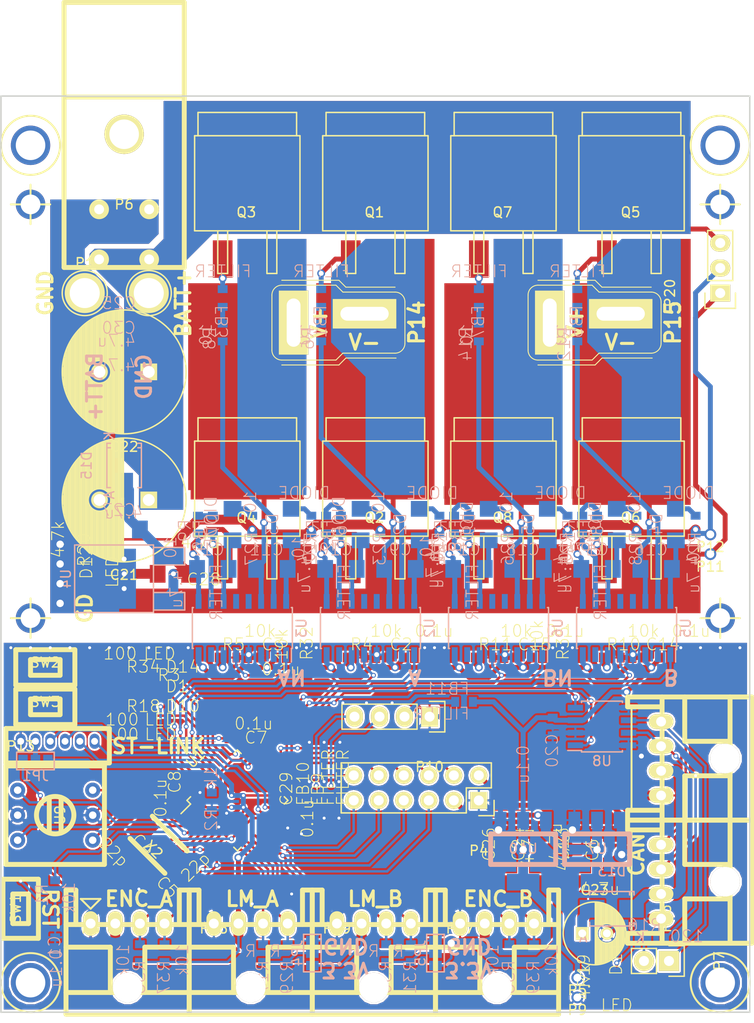
<source format=kicad_pcb>
(kicad_pcb (version 4) (host pcbnew 4.0.4-stable)
  (layers (0 F.Cu signal) (31 B.Cu signal) (34 B.Paste user) (35 F.Paste user) (36 B.SilkS user) (37 F.SilkS user) (38 B.Mask user) (39 F.Mask user) (44 Edge.Cuts user))
  (net 0 "")
  (net 1 GND)
  (net 2 /NRST)
  (net 3 /OSC_IN)
  (net 4 /OSC_OUT)
  (net 5 +3.3V)
  (net 6 "Net-(C9-Pad1)")
  (net 7 +12V)
  (net 8 GNDPWR)
  (net 9 "Net-(C11-Pad1)")
  (net 10 /OUT_AN)
  (net 11 "Net-(C16-Pad1)")
  (net 12 "Net-(C18-Pad1)")
  (net 13 /OUT_BN)
  (net 14 +BATT)
  (net 15 "Net-(D1-Pad2)")
  (net 16 /ENC_Ab)
  (net 17 /ENC_Aa)
  (net 18 /ENC_Bb)
  (net 19 /ENC_Ba)
  (net 20 /CANL)
  (net 21 "Net-(P7-Pad2)")
  (net 22 /CANH)
  (net 23 /LIMIT_A1)
  (net 24 /LIMIT_A2)
  (net 25 /LIMIT_B1)
  (net 26 /LIMIT_B2)
  (net 27 /USART_RX)
  (net 28 /USART_TX)
  (net 29 /SWDIO)
  (net 30 /SWCLK)
  (net 31 /OUT_A)
  (net 32 /OUT_B)
  (net 33 /BOOT0)
  (net 34 "Net-(R4-Pad1)")
  (net 35 "Net-(R5-Pad1)")
  (net 36 "Net-(R6-Pad2)")
  (net 37 "Net-(R7-Pad2)")
  (net 38 "Net-(R8-Pad2)")
  (net 39 "Net-(R9-Pad2)")
  (net 40 "Net-(R10-Pad1)")
  (net 41 "Net-(R11-Pad1)")
  (net 42 "Net-(R12-Pad2)")
  (net 43 "Net-(R13-Pad2)")
  (net 44 "Net-(R14-Pad2)")
  (net 45 "Net-(R15-Pad2)")
  (net 46 /CAN_RX)
  (net 47 /PWM_A)
  (net 48 /PWM_AN)
  (net 49 /PWM_B)
  (net 50 /PWM_BN)
  (net 51 /CAN_TX)
  (net 52 /GD_12V)
  (net 53 "Net-(FB1-Pad1)")
  (net 54 "Net-(FB1-Pad2)")
  (net 55 "Net-(FB2-Pad1)")
  (net 56 "Net-(FB2-Pad2)")
  (net 57 "Net-(FB3-Pad1)")
  (net 58 "Net-(FB3-Pad2)")
  (net 59 "Net-(FB4-Pad1)")
  (net 60 "Net-(FB4-Pad2)")
  (net 61 "Net-(FB5-Pad1)")
  (net 62 "Net-(FB5-Pad2)")
  (net 63 "Net-(FB6-Pad1)")
  (net 64 "Net-(FB6-Pad2)")
  (net 65 "Net-(FB7-Pad1)")
  (net 66 "Net-(FB7-Pad2)")
  (net 67 "Net-(FB8-Pad1)")
  (net 68 "Net-(FB8-Pad2)")
  (net 69 "Net-(C10-Pad1)")
  (net 70 "Net-(C12-Pad1)")
  (net 71 "Net-(C17-Pad1)")
  (net 72 "Net-(C19-Pad1)")
  (net 73 "Net-(D10-Pad2)")
  (net 74 "Net-(D11-Pad2)")
  (net 75 "Net-(D12-Pad2)")
  (net 76 "Net-(D2-Pad1)")
  (net 77 "Net-(D3-Pad1)")
  (net 78 "Net-(D4-Pad1)")
  (net 79 "Net-(D5-Pad1)")
  (net 80 "Net-(D6-Pad1)")
  (net 81 "Net-(D7-Pad1)")
  (net 82 "Net-(D8-Pad1)")
  (net 83 "Net-(D9-Pad1)")
  (net 84 /SEL_1)
  (net 85 /SEL_2)
  (net 86 /SEL_4)
  (net 87 "Net-(JP1-Pad2)")
  (net 88 "Net-(C23-Pad1)")
  (net 89 "Net-(D14-Pad2)")
  (net 90 "Net-(C27-Pad1)")
  (net 91 +5V)
  (net 92 /EXIO_0)
  (net 93 /EXIO_1)
  (net 94 /LED_B)
  (net 95 /LED_A)
  (net 96 /SW1)
  (net 97 /SW2)
  (net 98 "Net-(JP4-Pad2)")
  (net 99 "Net-(JP5-Pad2)")
  (net 100 /SEL_8)
  (net 101 "Net-(FB9-Pad1)")
  (net 102 "Net-(FB10-Pad1)")
  (net 103 "Net-(FB11-Pad2)")
  (net 104 /MOTORA_EN)
  (net 105 /MOTORB_EN)
  (net 106 /VALVE_0)
  (net 107 /VALVE_1)
  (net 108 /VALVE_2)
  (net 109 /VALVE_3)
  (net 110 /V_RX)
  (module RP_KiCAD_Libs:testPin (layer F.Cu) (at 72 46.5)
    (fp_text reference P11 (at 0 1.27) (layer F.SilkS))
    (fp_text value TST)
    (pad 1 thru_hole circle (at 0 0) (size 1.2 1.2) (drill 0.8) (layers *.Cu *.Mask) (net 8 GNDPWR))
  )
  (module Housings_SOIC:SOIC-8_3.9x4.9mm_Pitch1.27mm (layer B.Cu) (at 61 64)
    (fp_text reference U8 (at 0 3.5) (layer B.SilkS) (effects (justify mirror)))
    (fp_text value MAX3051)
    (pad 1 smd rect (at -2.7 1.905) (size 1.55 0.6) (layers B.Cu B.Paste B.Mask) (net 51 /CAN_TX))
    (pad 2 smd rect (at -2.7 0.635) (size 1.55 0.6) (layers B.Cu B.Paste B.Mask) (net 1 GND))
    (pad 3 smd rect (at -2.7 -0.635) (size 1.55 0.6) (layers B.Cu B.Paste B.Mask) (net 5 +3.3V))
    (pad 4 smd rect (at -2.7 -1.905) (size 1.55 0.6) (layers B.Cu B.Paste B.Mask) (net 46 /CAN_RX))
    (pad 5 smd rect (at 2.7 -1.905) (size 1.55 0.6) (layers B.Cu B.Paste B.Mask) (net 1 GND))
    (pad 6 smd rect (at 2.7 -0.635) (size 1.55 0.6) (layers B.Cu B.Paste B.Mask) (net 20 /CANL))
    (pad 7 smd rect (at 2.7 0.635) (size 1.55 0.6) (layers B.Cu B.Paste B.Mask) (net 22 /CANH))
    (pad 8 smd rect (at 2.7 1.905) (size 1.55 0.6) (layers B.Cu B.Paste B.Mask) (net 1 GND))
  )
  (module Housings_SOIC:SOIC-16_3.9x9.9mm_Pitch1.27mm (layer B.Cu) (at 37.5 54 90)
    (fp_text reference U2 (at 0 6 90) (layer B.SilkS) (effects (justify mirror)))
    (fp_text value SI8234)
    (pad 1 smd rect (at -2.7 4.445 90) (size 1.5 0.6) (layers B.Cu B.Paste B.Mask) (net 47 /PWM_A))
    (pad 2 smd rect (at -2.7 3.175 90) (size 1.5 0.6) (layers B.Cu B.Paste B.Mask))
    (pad 3 smd rect (at -2.7 1.905 90) (size 1.5 0.6) (layers B.Cu B.Paste B.Mask) (net 5 +3.3V))
    (pad 4 smd rect (at -2.7 0.635 90) (size 1.5 0.6) (layers B.Cu B.Paste B.Mask) (net 1 GND))
    (pad 5 smd rect (at -2.7 -0.635 90) (size 1.5 0.6) (layers B.Cu B.Paste B.Mask) (net 104 /MOTORA_EN))
    (pad 6 smd rect (at -2.7 -1.905 90) (size 1.5 0.6) (layers B.Cu B.Paste B.Mask) (net 34 "Net-(R4-Pad1)"))
    (pad 7 smd rect (at -2.7 -3.175 90) (size 1.5 0.6) (layers B.Cu B.Paste B.Mask))
    (pad 8 smd rect (at -2.7 -4.445 90) (size 1.5 0.6) (layers B.Cu B.Paste B.Mask) (net 5 +3.3V))
    (pad 9 smd rect (at 2.7 -4.445 90) (size 1.5 0.6) (layers B.Cu B.Paste B.Mask) (net 8 GNDPWR))
    (pad 10 smd rect (at 2.7 -3.175 90) (size 1.5 0.6) (layers B.Cu B.Paste B.Mask) (net 37 "Net-(R7-Pad2)"))
    (pad 11 smd rect (at 2.7 -1.905 90) (size 1.5 0.6) (layers B.Cu B.Paste B.Mask) (net 69 "Net-(C10-Pad1)"))
    (pad 12 smd rect (at 2.7 -0.635 90) (size 1.5 0.6) (layers B.Cu B.Paste B.Mask))
    (pad 13 smd rect (at 2.7 0.635 90) (size 1.5 0.6) (layers B.Cu B.Paste B.Mask))
    (pad 14 smd rect (at 2.7 1.905 90) (size 1.5 0.6) (layers B.Cu B.Paste B.Mask) (net 31 /OUT_A))
    (pad 15 smd rect (at 2.7 3.175 90) (size 1.5 0.6) (layers B.Cu B.Paste B.Mask) (net 36 "Net-(R6-Pad2)"))
    (pad 16 smd rect (at 2.7 4.445 90) (size 1.5 0.6) (layers B.Cu B.Paste B.Mask) (net 6 "Net-(C9-Pad1)"))
  )
  (module RP_KiCAD_Libs:C1608_WP (layer F.Cu) (at 23 57)
    (fp_text reference R5 (at -0.635 -0.635) (layer F.SilkS) (effects (font (size 1.2065 1.2065) (thickness 0.1016)) (justify left bottom)))
    (fp_text value 10k (at 1.6 -2) (layer F.SilkS) (effects (font (size 1.2065 1.2065) (thickness 0.1016)) (justify left bottom)))
    (pad 1 smd rect (at -0.9 0) (size 0.8 1) (layers F.Cu F.Paste F.Mask) (net 35 "Net-(R5-Pad1)"))
    (pad 2 smd rect (at 0.9 0) (size 0.8 1) (layers F.Cu F.Paste F.Mask) (net 1 GND))
  )
  (module Crystals:ABM3_2pads (layer F.Cu) (at 16 76 315)
    (fp_text reference X2 (at 0 0.7 315) (layer F.SilkS))
    (fp_text value CRYSTAL)
    (pad 1 smd rect (at -2.3 0 315) (size 2.2 2.6) (layers F.Cu F.Paste F.Mask) (net 3 /OSC_IN))
    (pad 2 smd rect (at 2.3 0 315) (size 2 2.6) (layers F.Cu F.Paste F.Mask) (net 4 /OSC_OUT))
  )
  (module RP_KiCAD_Connector:XA_4LC (layer F.Cu) (at 67 71 90)
    (fp_text reference P8 (at 0 0.5 90) (layer F.SilkS))
    (fp_text value CONN_01X04)
    (pad 1 thru_hole oval (at 0 0 90) (size 1.5 2.5) (drill 1) (layers *.Cu *.Mask F.SilkS) (net 1 GND))
    (pad 2 thru_hole oval (at 2.5 0 90) (size 1.5 2.5) (drill 1) (layers *.Cu *.Mask F.SilkS) (net 7 +12V))
    (pad 3 thru_hole oval (at 5 0 90) (size 1.5 2.5) (drill 1) (layers *.Cu *.Mask F.SilkS) (net 22 /CANH))
    (pad 4 thru_hole oval (at 7.5 0 90) (size 1.5 2.5) (drill 1) (layers *.Cu *.Mask F.SilkS) (net 20 /CANL))
    (pad "" thru_hole circle (at 3.75 6.5 90) (size 3 3) (drill 3) (layers *.Cu *.Mask F.SilkS) (clearance -0.3))
  )
  (module Capacitors_ThroughHole:C_Radial_D12.5_L25_P5 (layer F.Cu) (at 15 41 180)
    (fp_text reference C21 (at 2.5 -7.6 180) (layer F.SilkS))
    (fp_text value 470u)
    (pad 2 thru_hole circle (at 5 0 180) (size 1.7 1.7) (drill 1.2) (layers *.Cu *.Mask F.SilkS) (net 8 GNDPWR))
    (pad 1 thru_hole rect (at 0 0 180) (size 1.7 1.7) (drill 1.2) (layers *.Cu *.Mask F.SilkS) (net 14 +BATT))
  )
  (module RP_KiCAD_Connector:XA_4LC (layer F.Cu) (at 21.6 84)
    (fp_text reference P18 (at 0 0.5) (layer F.SilkS))
    (fp_text value CONN_01X04)
    (pad 1 thru_hole oval (at 0 0) (size 1.5 2.5) (drill 1) (layers *.Cu *.Mask F.SilkS) (net 1 GND))
    (pad 2 thru_hole oval (at 2.5 0) (size 1.5 2.5) (drill 1) (layers *.Cu *.Mask F.SilkS) (net 5 +3.3V))
    (pad 3 thru_hole oval (at 5 0) (size 1.5 2.5) (drill 1) (layers *.Cu *.Mask F.SilkS) (net 23 /LIMIT_A1))
    (pad 4 thru_hole oval (at 7.5 0) (size 1.5 2.5) (drill 1) (layers *.Cu *.Mask F.SilkS) (net 24 /LIMIT_A2))
    (pad "" thru_hole circle (at 3.75 6.5) (size 3 3) (drill 3) (layers *.Cu *.Mask F.SilkS) (clearance -0.3))
  )
  (module TO_SOT_Packages_SMD:TO-252-2Lead_regu (layer B.Cu) (at 17 49 270)
    (fp_text reference U4 (at 0 10.414 270) (layer B.SilkS) (effects (justify mirror)))
    (fp_text value LM7812)
    (pad VI smd rect (at -2.286 0 270) (size 1.651 3.048) (layers B.Cu B.Paste B.Mask) (net 90 "Net-(C27-Pad1)"))
    (pad GND smd rect (at 0 6.35 270) (size 6.096 6.096) (layers B.Cu B.Paste B.Mask) (net 8 GNDPWR))
    (pad VO smd rect (at 2.286 0 270) (size 1.651 3.048) (layers B.Cu B.Paste B.Mask) (net 52 /GD_12V))
  )
  (module RP_KiCAD_Connector:XA_4LC (layer F.Cu) (at 34.1 84)
    (fp_text reference P19 (at 0 0.5) (layer F.SilkS))
    (fp_text value CONN_01X04)
    (pad 1 thru_hole oval (at 0 0) (size 1.5 2.5) (drill 1) (layers *.Cu *.Mask F.SilkS) (net 1 GND))
    (pad 2 thru_hole oval (at 2.5 0) (size 1.5 2.5) (drill 1) (layers *.Cu *.Mask F.SilkS) (net 5 +3.3V))
    (pad 3 thru_hole oval (at 5 0) (size 1.5 2.5) (drill 1) (layers *.Cu *.Mask F.SilkS) (net 25 /LIMIT_B1))
    (pad 4 thru_hole oval (at 7.5 0) (size 1.5 2.5) (drill 1) (layers *.Cu *.Mask F.SilkS) (net 26 /LIMIT_B2))
    (pad "" thru_hole circle (at 3.75 6.5) (size 3 3) (drill 3) (layers *.Cu *.Mask F.SilkS) (clearance -0.3))
  )
  (module Housings_QFP:LQFP-48_7x7mm_Pitch0.5mm (layer F.Cu) (at 24 71.5 45)
    (fp_text reference U1 (at 0 -6 45) (layer F.SilkS))
    (fp_text value STM32F103_48)
    (pad 1 smd rect (at -4.35 -2.75 45) (size 1.3 0.25) (layers F.Cu F.Paste F.Mask) (net 5 +3.3V))
    (pad 2 smd rect (at -4.35 -2.25 45) (size 1.3 0.25) (layers F.Cu F.Paste F.Mask) (net 84 /SEL_1))
    (pad 3 smd rect (at -4.35 -1.75 45) (size 1.3 0.25) (layers F.Cu F.Paste F.Mask) (net 85 /SEL_2))
    (pad 4 smd rect (at -4.35 -1.25 45) (size 1.3 0.25) (layers F.Cu F.Paste F.Mask) (net 86 /SEL_4))
    (pad 5 smd rect (at -4.35 -0.75 45) (size 1.3 0.25) (layers F.Cu F.Paste F.Mask) (net 3 /OSC_IN))
    (pad 6 smd rect (at -4.35 -0.25 45) (size 1.3 0.25) (layers F.Cu F.Paste F.Mask) (net 4 /OSC_OUT))
    (pad 7 smd rect (at -4.35 0.25 45) (size 1.3 0.25) (layers F.Cu F.Paste F.Mask) (net 2 /NRST))
    (pad 8 smd rect (at -4.35 0.75 45) (size 1.3 0.25) (layers F.Cu F.Paste F.Mask) (net 1 GND))
    (pad 9 smd rect (at -4.35 1.25 45) (size 1.3 0.25) (layers F.Cu F.Paste F.Mask) (net 5 +3.3V))
    (pad 10 smd rect (at -4.35 1.75 45) (size 1.3 0.25) (layers F.Cu F.Paste F.Mask) (net 17 /ENC_Aa))
    (pad 11 smd rect (at -4.35 2.25 45) (size 1.3 0.25) (layers F.Cu F.Paste F.Mask) (net 16 /ENC_Ab))
    (pad 12 smd rect (at -4.35 2.75 45) (size 1.3 0.25) (layers F.Cu F.Paste F.Mask) (net 23 /LIMIT_A1))
    (pad 13 smd rect (at -2.75 4.35 135) (size 1.3 0.25) (layers F.Cu F.Paste F.Mask) (net 24 /LIMIT_A2))
    (pad 14 smd rect (at -2.25 4.35 135) (size 1.3 0.25) (layers F.Cu F.Paste F.Mask) (net 25 /LIMIT_B1))
    (pad 15 smd rect (at -1.75 4.35 135) (size 1.3 0.25) (layers F.Cu F.Paste F.Mask) (net 26 /LIMIT_B2))
    (pad 16 smd rect (at -1.25 4.35 135) (size 1.3 0.25) (layers F.Cu F.Paste F.Mask) (net 19 /ENC_Ba))
    (pad 17 smd rect (at -0.75 4.35 135) (size 1.3 0.25) (layers F.Cu F.Paste F.Mask) (net 18 /ENC_Bb))
    (pad 18 smd rect (at -0.25 4.35 135) (size 1.3 0.25) (layers F.Cu F.Paste F.Mask) (net 101 "Net-(FB9-Pad1)"))
    (pad 19 smd rect (at 0.25 4.35 135) (size 1.3 0.25) (layers F.Cu F.Paste F.Mask) (net 102 "Net-(FB10-Pad1)"))
    (pad 20 smd rect (at 0.75 4.35 135) (size 1.3 0.25) (layers F.Cu F.Paste F.Mask) (net 100 /SEL_8))
    (pad 21 smd rect (at 1.25 4.35 135) (size 1.3 0.25) (layers F.Cu F.Paste F.Mask) (net 28 /USART_TX))
    (pad 22 smd rect (at 1.75 4.35 135) (size 1.3 0.25) (layers F.Cu F.Paste F.Mask) (net 27 /USART_RX))
    (pad 23 smd rect (at 2.25 4.35 135) (size 1.3 0.25) (layers F.Cu F.Paste F.Mask) (net 1 GND))
    (pad 24 smd rect (at 2.75 4.35 135) (size 1.3 0.25) (layers F.Cu F.Paste F.Mask) (net 5 +3.3V))
    (pad 25 smd rect (at 4.35 2.75 45) (size 1.3 0.25) (layers F.Cu F.Paste F.Mask) (net 106 /VALVE_0))
    (pad 26 smd rect (at 4.35 2.25 45) (size 1.3 0.25) (layers F.Cu F.Paste F.Mask) (net 107 /VALVE_1))
    (pad 27 smd rect (at 4.35 1.75 45) (size 1.3 0.25) (layers F.Cu F.Paste F.Mask) (net 108 /VALVE_2))
    (pad 28 smd rect (at 4.35 1.25 45) (size 1.3 0.25) (layers F.Cu F.Paste F.Mask) (net 109 /VALVE_3))
    (pad 29 smd rect (at 4.35 0.75 45) (size 1.3 0.25) (layers F.Cu F.Paste F.Mask) (net 105 /MOTORB_EN))
    (pad 30 smd rect (at 4.35 0.25 45) (size 1.3 0.25) (layers F.Cu F.Paste F.Mask) (net 104 /MOTORA_EN))
    (pad 31 smd rect (at 4.35 -0.25 45) (size 1.3 0.25) (layers F.Cu F.Paste F.Mask) (net 110 /V_RX))
    (pad 32 smd rect (at 4.35 -0.75 45) (size 1.3 0.25) (layers F.Cu F.Paste F.Mask) (net 46 /CAN_RX))
    (pad 33 smd rect (at 4.35 -1.25 45) (size 1.3 0.25) (layers F.Cu F.Paste F.Mask) (net 51 /CAN_TX))
    (pad 34 smd rect (at 4.35 -1.75 45) (size 1.3 0.25) (layers F.Cu F.Paste F.Mask) (net 29 /SWDIO))
    (pad 35 smd rect (at 4.35 -2.25 45) (size 1.3 0.25) (layers F.Cu F.Paste F.Mask) (net 1 GND))
    (pad 36 smd rect (at 4.35 -2.75 45) (size 1.3 0.25) (layers F.Cu F.Paste F.Mask) (net 5 +3.3V))
    (pad 37 smd rect (at 2.75 -4.35 135) (size 1.3 0.25) (layers F.Cu F.Paste F.Mask) (net 30 /SWCLK))
    (pad 38 smd rect (at 2.25 -4.35 135) (size 1.3 0.25) (layers F.Cu F.Paste F.Mask) (net 95 /LED_A))
    (pad 39 smd rect (at 1.75 -4.35 135) (size 1.3 0.25) (layers F.Cu F.Paste F.Mask) (net 94 /LED_B))
    (pad 40 smd rect (at 1.25 -4.35 135) (size 1.3 0.25) (layers F.Cu F.Paste F.Mask) (net 96 /SW1))
    (pad 41 smd rect (at 0.75 -4.35 135) (size 1.3 0.25) (layers F.Cu F.Paste F.Mask) (net 97 /SW2))
    (pad 42 smd rect (at 0.25 -4.35 135) (size 1.3 0.25) (layers F.Cu F.Paste F.Mask) (net 49 /PWM_B))
    (pad 43 smd rect (at -0.25 -4.35 135) (size 1.3 0.25) (layers F.Cu F.Paste F.Mask) (net 50 /PWM_BN))
    (pad 44 smd rect (at -0.75 -4.35 135) (size 1.3 0.25) (layers F.Cu F.Paste F.Mask) (net 33 /BOOT0))
    (pad 45 smd rect (at -1.25 -4.35 135) (size 1.3 0.25) (layers F.Cu F.Paste F.Mask) (net 47 /PWM_A))
    (pad 46 smd rect (at -1.75 -4.35 135) (size 1.3 0.25) (layers F.Cu F.Paste F.Mask) (net 48 /PWM_AN))
    (pad 47 smd rect (at -2.25 -4.35 135) (size 1.3 0.25) (layers F.Cu F.Paste F.Mask) (net 1 GND))
    (pad 48 smd rect (at -2.75 -4.35 135) (size 1.3 0.25) (layers F.Cu F.Paste F.Mask) (net 5 +3.3V))
  )
  (module Capacitors_ThroughHole:C_Radial_D6.3_L11.2_P2.5 (layer F.Cu) (at 59 85)
    (fp_text reference C23 (at 1.25 -4.4) (layer F.SilkS))
    (fp_text value 100u)
    (pad 2 thru_hole circle (at 2.5 0) (size 1.3 1.3) (drill 0.8) (layers *.Cu *.Mask F.SilkS) (net 1 GND))
    (pad 1 thru_hole rect (at 0 0) (size 1.3 1.3) (drill 0.8) (layers *.Cu *.Mask F.SilkS) (net 88 "Net-(C23-Pad1)"))
  )
  (module RP_KiCAD_Connector:XA_4LC (layer F.Cu) (at 67 83.5 90)
    (fp_text reference P16 (at 0 0.5 90) (layer F.SilkS))
    (fp_text value CONN_01X04)
    (pad 1 thru_hole oval (at 0 0 90) (size 1.5 2.5) (drill 1) (layers *.Cu *.Mask F.SilkS) (net 1 GND))
    (pad 2 thru_hole oval (at 2.5 0 90) (size 1.5 2.5) (drill 1) (layers *.Cu *.Mask F.SilkS) (net 7 +12V))
    (pad 3 thru_hole oval (at 5 0 90) (size 1.5 2.5) (drill 1) (layers *.Cu *.Mask F.SilkS) (net 22 /CANH))
    (pad 4 thru_hole oval (at 7.5 0 90) (size 1.5 2.5) (drill 1) (layers *.Cu *.Mask F.SilkS) (net 20 /CANL))
    (pad "" thru_hole circle (at 3.75 6.5 90) (size 3 3) (drill 3) (layers *.Cu *.Mask F.SilkS) (clearance -0.3))
  )
  (module RP_KiCAD_Libs:C3216 (layer B.Cu) (at 40.5 48 180)
    (fp_text reference C9 (at -1.27 1.27 180) (layer B.SilkS) (effects (font (size 1.2065 1.2065) (thickness 0.1016)) (justify left bottom mirror)))
    (fp_text value 4.7u (at -4.5 2 270) (layer B.SilkS) (effects (font (size 1.2065 1.2065) (thickness 0.1016)) (justify left bottom mirror)))
    (pad 1 smd rect (at -1.6 0 180) (size 1.6 1.8) (layers B.Cu B.Paste B.Mask) (net 6 "Net-(C9-Pad1)"))
    (pad 2 smd rect (at 1.6 0 180) (size 1.6 1.8) (layers B.Cu B.Paste B.Mask) (net 31 /OUT_A))
  )
  (module RP_KiCAD_Libs:C3216 (layer B.Cu) (at 34.5 48 180)
    (fp_text reference C10 (at -1.27 1.27 180) (layer B.SilkS) (effects (font (size 1.2065 1.2065) (thickness 0.1016)) (justify left bottom mirror)))
    (fp_text value 4.7u (at 3 1.5 270) (layer B.SilkS) (effects (font (size 1.2065 1.2065) (thickness 0.1016)) (justify left bottom mirror)))
    (pad 1 smd rect (at -1.6 0 180) (size 1.6 1.8) (layers B.Cu B.Paste B.Mask) (net 69 "Net-(C10-Pad1)"))
    (pad 2 smd rect (at 1.6 0 180) (size 1.6 1.8) (layers B.Cu B.Paste B.Mask) (net 8 GNDPWR))
  )
  (module RP_KiCAD_Libs:C3216 (layer B.Cu) (at 27.5 48 180)
    (fp_text reference C11 (at -1.27 1.27 180) (layer B.SilkS) (effects (font (size 1.2065 1.2065) (thickness 0.1016)) (justify left bottom mirror)))
    (fp_text value 4.7u (at -4 1.5 270) (layer B.SilkS) (effects (font (size 1.2065 1.2065) (thickness 0.1016)) (justify left bottom mirror)))
    (pad 1 smd rect (at -1.6 0 180) (size 1.6 1.8) (layers B.Cu B.Paste B.Mask) (net 9 "Net-(C11-Pad1)"))
    (pad 2 smd rect (at 1.6 0 180) (size 1.6 1.8) (layers B.Cu B.Paste B.Mask) (net 10 /OUT_AN))
  )
  (module RP_KiCAD_Libs:C3216 (layer B.Cu) (at 21.5 48 180)
    (fp_text reference C12 (at -1.27 1.27 180) (layer B.SilkS) (effects (font (size 1.2065 1.2065) (thickness 0.1016)) (justify left bottom mirror)))
    (fp_text value 4.7u (at 3 0 270) (layer B.SilkS) (effects (font (size 1.2065 1.2065) (thickness 0.1016)) (justify left bottom mirror)))
    (pad 1 smd rect (at -1.6 0 180) (size 1.6 1.8) (layers B.Cu B.Paste B.Mask) (net 70 "Net-(C12-Pad1)"))
    (pad 2 smd rect (at 1.6 0 180) (size 1.6 1.8) (layers B.Cu B.Paste B.Mask) (net 8 GNDPWR))
  )
  (module RP_KiCAD_Libs:C3216 (layer B.Cu) (at 66.5 48 180)
    (fp_text reference C16 (at -1.27 1.27 180) (layer B.SilkS) (effects (font (size 1.2065 1.2065) (thickness 0.1016)) (justify left bottom mirror)))
    (fp_text value 4.7u (at -4.5 1.5 270) (layer B.SilkS) (effects (font (size 1.2065 1.2065) (thickness 0.1016)) (justify left bottom mirror)))
    (pad 1 smd rect (at -1.6 0 180) (size 1.6 1.8) (layers B.Cu B.Paste B.Mask) (net 11 "Net-(C16-Pad1)"))
    (pad 2 smd rect (at 1.6 0 180) (size 1.6 1.8) (layers B.Cu B.Paste B.Mask) (net 32 /OUT_B))
  )
  (module RP_KiCAD_Libs:C3216 (layer B.Cu) (at 60.5 48 180)
    (fp_text reference C17 (at -1.27 1.27 180) (layer B.SilkS) (effects (font (size 1.2065 1.2065) (thickness 0.1016)) (justify left bottom mirror)))
    (fp_text value 4.7u (at 3 1.5 270) (layer B.SilkS) (effects (font (size 1.2065 1.2065) (thickness 0.1016)) (justify left bottom mirror)))
    (pad 1 smd rect (at -1.6 0 180) (size 1.6 1.8) (layers B.Cu B.Paste B.Mask) (net 71 "Net-(C17-Pad1)"))
    (pad 2 smd rect (at 1.6 0 180) (size 1.6 1.8) (layers B.Cu B.Paste B.Mask) (net 8 GNDPWR))
  )
  (module RP_KiCAD_Libs:C3216 (layer B.Cu) (at 53.5 48 180)
    (fp_text reference C18 (at -1.27 1.27 180) (layer B.SilkS) (effects (font (size 1.2065 1.2065) (thickness 0.1016)) (justify left bottom mirror)))
    (fp_text value 4.7u (at -4.5 1.5 270) (layer B.SilkS) (effects (font (size 1.2065 1.2065) (thickness 0.1016)) (justify left bottom mirror)))
    (pad 1 smd rect (at -1.6 0 180) (size 1.6 1.8) (layers B.Cu B.Paste B.Mask) (net 12 "Net-(C18-Pad1)"))
    (pad 2 smd rect (at 1.6 0 180) (size 1.6 1.8) (layers B.Cu B.Paste B.Mask) (net 13 /OUT_BN))
  )
  (module RP_KiCAD_Libs:C3216 (layer B.Cu) (at 47.5 48 180)
    (fp_text reference C19 (at -1.27 1.27 180) (layer B.SilkS) (effects (font (size 1.2065 1.2065) (thickness 0.1016)) (justify left bottom mirror)))
    (fp_text value 4.7u (at 3 2 270) (layer B.SilkS) (effects (font (size 1.2065 1.2065) (thickness 0.1016)) (justify left bottom mirror)))
    (pad 1 smd rect (at -1.6 0 180) (size 1.6 1.8) (layers B.Cu B.Paste B.Mask) (net 72 "Net-(C19-Pad1)"))
    (pad 2 smd rect (at 1.6 0 180) (size 1.6 1.8) (layers B.Cu B.Paste B.Mask) (net 8 GNDPWR))
  )
  (module RP_KiCAD_Libs:C3216 (layer B.Cu) (at 42.5 43.5 270)
    (fp_text reference D2 (at -1.27 1.27 270) (layer B.SilkS) (effects (font (size 1.2065 1.2065) (thickness 0.1016)) (justify left bottom mirror)))
    (fp_text value DIODE (at -2.5 -4 360) (layer B.SilkS) (effects (font (size 1.2065 1.2065) (thickness 0.1016)) (justify left bottom mirror)))
    (pad 1 smd rect (at -1.6 0 270) (size 1.6 1.8) (layers B.Cu B.Paste B.Mask) (net 76 "Net-(D2-Pad1)"))
    (pad 2 smd rect (at 1.6 0 270) (size 1.6 1.8) (layers B.Cu B.Paste B.Mask) (net 6 "Net-(C9-Pad1)"))
  )
  (module RP_KiCAD_Libs:C3216 (layer B.Cu) (at 29.5 43.5 270)
    (fp_text reference D3 (at -1.27 1.27 270) (layer B.SilkS) (effects (font (size 1.2065 1.2065) (thickness 0.1016)) (justify left bottom mirror)))
    (fp_text value DIODE (at -2.5 -4 540) (layer B.SilkS) (effects (font (size 1.2065 1.2065) (thickness 0.1016)) (justify left bottom mirror)))
    (pad 1 smd rect (at -1.6 0 270) (size 1.6 1.8) (layers B.Cu B.Paste B.Mask) (net 77 "Net-(D3-Pad1)"))
    (pad 2 smd rect (at 1.6 0 270) (size 1.6 1.8) (layers B.Cu B.Paste B.Mask) (net 9 "Net-(C11-Pad1)"))
  )
  (module RP_KiCAD_Libs:C3216 (layer B.Cu) (at 68.5 43.5 270)
    (fp_text reference D4 (at -1.27 1.27 270) (layer B.SilkS) (effects (font (size 1.2065 1.2065) (thickness 0.1016)) (justify left bottom mirror)))
    (fp_text value DIODE (at -2.5 -4 360) (layer B.SilkS) (effects (font (size 1.2065 1.2065) (thickness 0.1016)) (justify left bottom mirror)))
    (pad 1 smd rect (at -1.6 0 270) (size 1.6 1.8) (layers B.Cu B.Paste B.Mask) (net 78 "Net-(D4-Pad1)"))
    (pad 2 smd rect (at 1.6 0 270) (size 1.6 1.8) (layers B.Cu B.Paste B.Mask) (net 11 "Net-(C16-Pad1)"))
  )
  (module RP_KiCAD_Libs:C3216 (layer B.Cu) (at 55.5 43.5 270)
    (fp_text reference D5 (at -1.27 1.27 270) (layer B.SilkS) (effects (font (size 1.2065 1.2065) (thickness 0.1016)) (justify left bottom mirror)))
    (fp_text value DIODE (at -2.5 -4 540) (layer B.SilkS) (effects (font (size 1.2065 1.2065) (thickness 0.1016)) (justify left bottom mirror)))
    (pad 1 smd rect (at -1.6 0 270) (size 1.6 1.8) (layers B.Cu B.Paste B.Mask) (net 79 "Net-(D5-Pad1)"))
    (pad 2 smd rect (at 1.6 0 270) (size 1.6 1.8) (layers B.Cu B.Paste B.Mask) (net 12 "Net-(C18-Pad1)"))
  )
  (module Pin_Headers:Pin_Header_Straight_1x02 (layer F.Cu) (at 67.8 87.8 270)
    (fp_text reference P7 (at 0 -5.1 270) (layer F.SilkS))
    (fp_text value CONN_01X02)
    (pad 1 thru_hole rect (at 0 0 270) (size 2.032 2.032) (drill 1.016) (layers *.Cu *.Mask F.SilkS) (net 20 /CANL))
    (pad 2 thru_hole oval (at 0 2.54 270) (size 2.032 2.032) (drill 1.016) (layers *.Cu *.Mask F.SilkS) (net 21 "Net-(P7-Pad2)"))
  )
  (module Housings_SOIC:SOIC-16_3.9x9.9mm_Pitch1.27mm (layer B.Cu) (at 24.5 54 90)
    (fp_text reference U3 (at 0 6 90) (layer B.SilkS) (effects (justify mirror)))
    (fp_text value SI8234)
    (pad 1 smd rect (at -2.7 4.445 90) (size 1.5 0.6) (layers B.Cu B.Paste B.Mask) (net 48 /PWM_AN))
    (pad 2 smd rect (at -2.7 3.175 90) (size 1.5 0.6) (layers B.Cu B.Paste B.Mask))
    (pad 3 smd rect (at -2.7 1.905 90) (size 1.5 0.6) (layers B.Cu B.Paste B.Mask) (net 5 +3.3V))
    (pad 4 smd rect (at -2.7 0.635 90) (size 1.5 0.6) (layers B.Cu B.Paste B.Mask) (net 1 GND))
    (pad 5 smd rect (at -2.7 -0.635 90) (size 1.5 0.6) (layers B.Cu B.Paste B.Mask) (net 104 /MOTORA_EN))
    (pad 6 smd rect (at -2.7 -1.905 90) (size 1.5 0.6) (layers B.Cu B.Paste B.Mask) (net 35 "Net-(R5-Pad1)"))
    (pad 7 smd rect (at -2.7 -3.175 90) (size 1.5 0.6) (layers B.Cu B.Paste B.Mask))
    (pad 8 smd rect (at -2.7 -4.445 90) (size 1.5 0.6) (layers B.Cu B.Paste B.Mask) (net 5 +3.3V))
    (pad 9 smd rect (at 2.7 -4.445 90) (size 1.5 0.6) (layers B.Cu B.Paste B.Mask) (net 8 GNDPWR))
    (pad 10 smd rect (at 2.7 -3.175 90) (size 1.5 0.6) (layers B.Cu B.Paste B.Mask) (net 39 "Net-(R9-Pad2)"))
    (pad 11 smd rect (at 2.7 -1.905 90) (size 1.5 0.6) (layers B.Cu B.Paste B.Mask) (net 70 "Net-(C12-Pad1)"))
    (pad 12 smd rect (at 2.7 -0.635 90) (size 1.5 0.6) (layers B.Cu B.Paste B.Mask))
    (pad 13 smd rect (at 2.7 0.635 90) (size 1.5 0.6) (layers B.Cu B.Paste B.Mask))
    (pad 14 smd rect (at 2.7 1.905 90) (size 1.5 0.6) (layers B.Cu B.Paste B.Mask) (net 10 /OUT_AN))
    (pad 15 smd rect (at 2.7 3.175 90) (size 1.5 0.6) (layers B.Cu B.Paste B.Mask) (net 38 "Net-(R8-Pad2)"))
    (pad 16 smd rect (at 2.7 4.445 90) (size 1.5 0.6) (layers B.Cu B.Paste B.Mask) (net 9 "Net-(C11-Pad1)"))
  )
  (module Housings_SOIC:SOIC-16_3.9x9.9mm_Pitch1.27mm (layer B.Cu) (at 63.5 54 90)
    (fp_text reference U5 (at 0 6 90) (layer B.SilkS) (effects (justify mirror)))
    (fp_text value SI8234)
    (pad 1 smd rect (at -2.7 4.445 90) (size 1.5 0.6) (layers B.Cu B.Paste B.Mask) (net 49 /PWM_B))
    (pad 2 smd rect (at -2.7 3.175 90) (size 1.5 0.6) (layers B.Cu B.Paste B.Mask))
    (pad 3 smd rect (at -2.7 1.905 90) (size 1.5 0.6) (layers B.Cu B.Paste B.Mask) (net 5 +3.3V))
    (pad 4 smd rect (at -2.7 0.635 90) (size 1.5 0.6) (layers B.Cu B.Paste B.Mask) (net 1 GND))
    (pad 5 smd rect (at -2.7 -0.635 90) (size 1.5 0.6) (layers B.Cu B.Paste B.Mask) (net 105 /MOTORB_EN))
    (pad 6 smd rect (at -2.7 -1.905 90) (size 1.5 0.6) (layers B.Cu B.Paste B.Mask) (net 40 "Net-(R10-Pad1)"))
    (pad 7 smd rect (at -2.7 -3.175 90) (size 1.5 0.6) (layers B.Cu B.Paste B.Mask))
    (pad 8 smd rect (at -2.7 -4.445 90) (size 1.5 0.6) (layers B.Cu B.Paste B.Mask) (net 5 +3.3V))
    (pad 9 smd rect (at 2.7 -4.445 90) (size 1.5 0.6) (layers B.Cu B.Paste B.Mask) (net 8 GNDPWR))
    (pad 10 smd rect (at 2.7 -3.175 90) (size 1.5 0.6) (layers B.Cu B.Paste B.Mask) (net 43 "Net-(R13-Pad2)"))
    (pad 11 smd rect (at 2.7 -1.905 90) (size 1.5 0.6) (layers B.Cu B.Paste B.Mask) (net 71 "Net-(C17-Pad1)"))
    (pad 12 smd rect (at 2.7 -0.635 90) (size 1.5 0.6) (layers B.Cu B.Paste B.Mask))
    (pad 13 smd rect (at 2.7 0.635 90) (size 1.5 0.6) (layers B.Cu B.Paste B.Mask))
    (pad 14 smd rect (at 2.7 1.905 90) (size 1.5 0.6) (layers B.Cu B.Paste B.Mask) (net 32 /OUT_B))
    (pad 15 smd rect (at 2.7 3.175 90) (size 1.5 0.6) (layers B.Cu B.Paste B.Mask) (net 42 "Net-(R12-Pad2)"))
    (pad 16 smd rect (at 2.7 4.445 90) (size 1.5 0.6) (layers B.Cu B.Paste B.Mask) (net 11 "Net-(C16-Pad1)"))
  )
  (module Housings_SOIC:SOIC-16_3.9x9.9mm_Pitch1.27mm (layer B.Cu) (at 50.5 54 90)
    (fp_text reference U6 (at 0 6 90) (layer B.SilkS) (effects (justify mirror)))
    (fp_text value SI8234)
    (pad 1 smd rect (at -2.7 4.445 90) (size 1.5 0.6) (layers B.Cu B.Paste B.Mask) (net 50 /PWM_BN))
    (pad 2 smd rect (at -2.7 3.175 90) (size 1.5 0.6) (layers B.Cu B.Paste B.Mask))
    (pad 3 smd rect (at -2.7 1.905 90) (size 1.5 0.6) (layers B.Cu B.Paste B.Mask) (net 5 +3.3V))
    (pad 4 smd rect (at -2.7 0.635 90) (size 1.5 0.6) (layers B.Cu B.Paste B.Mask) (net 1 GND))
    (pad 5 smd rect (at -2.7 -0.635 90) (size 1.5 0.6) (layers B.Cu B.Paste B.Mask) (net 105 /MOTORB_EN))
    (pad 6 smd rect (at -2.7 -1.905 90) (size 1.5 0.6) (layers B.Cu B.Paste B.Mask) (net 41 "Net-(R11-Pad1)"))
    (pad 7 smd rect (at -2.7 -3.175 90) (size 1.5 0.6) (layers B.Cu B.Paste B.Mask))
    (pad 8 smd rect (at -2.7 -4.445 90) (size 1.5 0.6) (layers B.Cu B.Paste B.Mask) (net 5 +3.3V))
    (pad 9 smd rect (at 2.7 -4.445 90) (size 1.5 0.6) (layers B.Cu B.Paste B.Mask) (net 8 GNDPWR))
    (pad 10 smd rect (at 2.7 -3.175 90) (size 1.5 0.6) (layers B.Cu B.Paste B.Mask) (net 45 "Net-(R15-Pad2)"))
    (pad 11 smd rect (at 2.7 -1.905 90) (size 1.5 0.6) (layers B.Cu B.Paste B.Mask) (net 72 "Net-(C19-Pad1)"))
    (pad 12 smd rect (at 2.7 -0.635 90) (size 1.5 0.6) (layers B.Cu B.Paste B.Mask))
    (pad 13 smd rect (at 2.7 0.635 90) (size 1.5 0.6) (layers B.Cu B.Paste B.Mask))
    (pad 14 smd rect (at 2.7 1.905 90) (size 1.5 0.6) (layers B.Cu B.Paste B.Mask) (net 13 /OUT_BN))
    (pad 15 smd rect (at 2.7 3.175 90) (size 1.5 0.6) (layers B.Cu B.Paste B.Mask) (net 44 "Net-(R14-Pad2)"))
    (pad 16 smd rect (at 2.7 4.445 90) (size 1.5 0.6) (layers B.Cu B.Paste B.Mask) (net 12 "Net-(C18-Pad1)"))
  )
  (module RP_KiCAD_Connector:D-3500D_4S (layer F.Cu) (at 12.5 11.5 180)
    (fp_text reference P6 (at 0 0.5 180) (layer F.SilkS))
    (fp_text value CONN_01X04)
    (pad 1 thru_hole circle (at -2.54 0 180) (size 2 2) (drill 1) (layers *.Cu *.Mask F.SilkS) (net 8 GNDPWR))
    (pad 2 thru_hole circle (at -2.54 -5.08 180) (size 2 2) (drill 1) (layers *.Cu *.Mask F.SilkS) (net 14 +BATT))
    (pad 3 thru_hole circle (at 2.54 0 180) (size 2 2) (drill 1) (layers *.Cu *.Mask F.SilkS) (net 8 GNDPWR))
    (pad 4 thru_hole circle (at 2.54 -5.08 180) (size 2 2) (drill 1) (layers *.Cu *.Mask F.SilkS) (net 14 +BATT))
    (pad "" thru_hole circle (at 0 7.62 180) (size 4 4) (drill 3) (layers *.Cu *.Mask F.SilkS))
  )
  (module RP_KiCAD_Libs:C3216 (layer B.Cu) (at 12.5 44 180)
    (fp_text reference C27 (at -1.27 1.27 180) (layer B.SilkS) (effects (font (size 1.2065 1.2065) (thickness 0.1016)) (justify left bottom mirror)))
    (fp_text value 4.7u (at -2 1 180) (layer B.SilkS) (effects (font (size 1.2065 1.2065) (thickness 0.1016)) (justify left bottom mirror)))
    (pad 1 smd rect (at -1.6 0 180) (size 1.6 1.8) (layers B.Cu B.Paste B.Mask) (net 90 "Net-(C27-Pad1)"))
    (pad 2 smd rect (at 1.6 0 180) (size 1.6 1.8) (layers B.Cu B.Paste B.Mask) (net 8 GNDPWR))
  )
  (module RP_KiCAD_Libs:C3216 (layer F.Cu) (at 17.5 48.5 180)
    (fp_text reference C28 (at -1.27 -1.27 180) (layer F.SilkS) (effects (font (size 1.2065 1.2065) (thickness 0.1016)) (justify left bottom)))
    (fp_text value 4.7u (at -0.6 2.5 180) (layer F.SilkS) (effects (font (size 1.2065 1.2065) (thickness 0.1016)) (justify left bottom)))
    (pad 1 smd rect (at -1.6 0 180) (size 1.6 1.8) (layers F.Cu F.Paste F.Mask) (net 52 /GD_12V))
    (pad 2 smd rect (at 1.6 0 180) (size 1.6 1.8) (layers F.Cu F.Paste F.Mask) (net 8 GNDPWR))
  )
  (module RP_KiCAD_Libs:C1608_WP (layer B.Cu) (at 5.5 84.5 90)
    (fp_text reference C1 (at -0.635 0.635 90) (layer B.SilkS) (effects (font (size 1.2065 1.2065) (thickness 0.1016)) (justify left bottom mirror)))
    (fp_text value 0.1u (at -2 0.8 270) (layer B.SilkS) (effects (font (size 1.2065 1.2065) (thickness 0.1016)) (justify left bottom mirror)))
    (pad 1 smd rect (at -0.9 0 90) (size 0.8 1) (layers B.Cu B.Paste B.Mask) (net 1 GND))
    (pad 2 smd rect (at 0.9 0 90) (size 0.8 1) (layers B.Cu B.Paste B.Mask) (net 2 /NRST))
  )
  (module RP_KiCAD_Libs:C1608_WP (layer F.Cu) (at 40 57)
    (fp_text reference C2 (at -0.635 -0.635) (layer F.SilkS) (effects (font (size 1.2065 1.2065) (thickness 0.1016)) (justify left bottom)))
    (fp_text value 0.1u (at 1.9 -2) (layer F.SilkS) (effects (font (size 1.2065 1.2065) (thickness 0.1016)) (justify left bottom)))
    (pad 1 smd rect (at -0.9 0) (size 0.8 1) (layers F.Cu F.Paste F.Mask) (net 1 GND))
    (pad 2 smd rect (at 0.9 0) (size 0.8 1) (layers F.Cu F.Paste F.Mask) (net 5 +3.3V))
  )
  (module RP_KiCAD_Libs:C1608_WP (layer F.Cu) (at 13 76.5 315)
    (fp_text reference C4 (at -0.635 -0.635 315) (layer F.SilkS) (effects (font (size 1.2065 1.2065) (thickness 0.1016)) (justify left bottom)))
    (fp_text value 22p (at -2.687006 1.979899 315) (layer F.SilkS) (effects (font (size 1.2065 1.2065) (thickness 0.1016)) (justify left bottom)))
    (pad 1 smd rect (at -0.9 0 315) (size 0.8 1) (layers F.Cu F.Paste F.Mask) (net 3 /OSC_IN))
    (pad 2 smd rect (at 0.9 0 315) (size 0.8 1) (layers F.Cu F.Paste F.Mask) (net 1 GND))
  )
  (module RP_KiCAD_Libs:C1608_WP (layer F.Cu) (at 15.5 79 135)
    (fp_text reference C5 (at -0.635 -0.635 135) (layer F.SilkS) (effects (font (size 1.2065 1.2065) (thickness 0.1016)) (justify left bottom)))
    (fp_text value 22p (at -3.181981 1.767767 225) (layer F.SilkS) (effects (font (size 1.2065 1.2065) (thickness 0.1016)) (justify left bottom)))
    (pad 1 smd rect (at -0.9 0 135) (size 0.8 1) (layers F.Cu F.Paste F.Mask) (net 4 /OSC_OUT))
    (pad 2 smd rect (at 0.9 0 135) (size 0.8 1) (layers F.Cu F.Paste F.Mask) (net 1 GND))
  )
  (module RP_KiCAD_Libs:C1608_WP (layer F.Cu) (at 24 65.2 180)
    (fp_text reference C7 (at -0.635 -0.635 180) (layer F.SilkS) (effects (font (size 1.2065 1.2065) (thickness 0.1016)) (justify left bottom)))
    (fp_text value 0.1u (at 0.4 0.8 180) (layer F.SilkS) (effects (font (size 1.2065 1.2065) (thickness 0.1016)) (justify left bottom)))
    (pad 1 smd rect (at -0.9 0 180) (size 0.8 1) (layers F.Cu F.Paste F.Mask) (net 1 GND))
    (pad 2 smd rect (at 0.9 0 180) (size 0.8 1) (layers F.Cu F.Paste F.Mask) (net 5 +3.3V))
  )
  (module RP_KiCAD_Libs:C1608_WP (layer F.Cu) (at 17.7 71.5 270)
    (fp_text reference C8 (at -0.635 -0.635 270) (layer F.SilkS) (effects (font (size 1.2065 1.2065) (thickness 0.1016)) (justify left bottom)))
    (fp_text value 0.1u (at 1.8 0.8 270) (layer F.SilkS) (effects (font (size 1.2065 1.2065) (thickness 0.1016)) (justify left bottom)))
    (pad 1 smd rect (at -0.9 0 270) (size 0.8 1) (layers F.Cu F.Paste F.Mask) (net 1 GND))
    (pad 2 smd rect (at 0.9 0 270) (size 0.8 1) (layers F.Cu F.Paste F.Mask) (net 5 +3.3V))
  )
  (module RP_KiCAD_Libs:C1608_WP (layer F.Cu) (at 66 57)
    (fp_text reference C14 (at -0.635 -0.635) (layer F.SilkS) (effects (font (size 1.2065 1.2065) (thickness 0.1016)) (justify left bottom)))
    (fp_text value 0.1u (at 2 -2) (layer F.SilkS) (effects (font (size 1.2065 1.2065) (thickness 0.1016)) (justify left bottom)))
    (pad 1 smd rect (at -0.9 0) (size 0.8 1) (layers F.Cu F.Paste F.Mask) (net 1 GND))
    (pad 2 smd rect (at 0.9 0) (size 0.8 1) (layers F.Cu F.Paste F.Mask) (net 5 +3.3V))
  )
  (module RP_KiCAD_Libs:C1608_WP (layer F.Cu) (at 53 57)
    (fp_text reference C15 (at -0.635 -0.635) (layer F.SilkS) (effects (font (size 1.2065 1.2065) (thickness 0.1016)) (justify left bottom)))
    (fp_text value 0.1u (at 2.2 -2) (layer F.SilkS) (effects (font (size 1.2065 1.2065) (thickness 0.1016)) (justify left bottom)))
    (pad 1 smd rect (at -0.9 0) (size 0.8 1) (layers F.Cu F.Paste F.Mask) (net 1 GND))
    (pad 2 smd rect (at 0.9 0) (size 0.8 1) (layers F.Cu F.Paste F.Mask) (net 5 +3.3V))
  )
  (module RP_KiCAD_Libs:C1608_WP (layer B.Cu) (at 5.5 80.5 270)
    (fp_text reference R1 (at -0.635 0.635 270) (layer B.SilkS) (effects (font (size 1.2065 1.2065) (thickness 0.1016)) (justify left bottom mirror)))
    (fp_text value 10k (at -0.8 -2.1 270) (layer B.SilkS) (effects (font (size 1.2065 1.2065) (thickness 0.1016)) (justify left bottom mirror)))
    (pad 1 smd rect (at -0.9 0 270) (size 0.8 1) (layers B.Cu B.Paste B.Mask) (net 5 +3.3V))
    (pad 2 smd rect (at 0.9 0 270) (size 0.8 1) (layers B.Cu B.Paste B.Mask) (net 2 /NRST))
  )
  (module RP_KiCAD_Libs:C1608_WP (layer B.Cu) (at 21.4 71.6 90)
    (fp_text reference R2 (at -0.635 0.635 90) (layer B.SilkS) (effects (font (size 1.2065 1.2065) (thickness 0.1016)) (justify left bottom mirror)))
    (fp_text value 1k (at 3.6 0.6 90) (layer B.SilkS) (effects (font (size 1.2065 1.2065) (thickness 0.1016)) (justify left bottom mirror)))
    (pad 1 smd rect (at -0.9 0 90) (size 0.8 1) (layers B.Cu B.Paste B.Mask) (net 1 GND))
    (pad 2 smd rect (at 0.9 0 90) (size 0.8 1) (layers B.Cu B.Paste B.Mask) (net 33 /BOOT0))
  )
  (module RP_KiCAD_Libs:C1608_WP (layer F.Cu) (at 12 60 180)
    (fp_text reference R3 (at -3.81 0.508 180) (layer F.SilkS) (effects (font (size 1.2065 1.2065) (thickness 0.1016)) (justify left bottom)))
    (fp_text value 100 (at 1.5 -4 180) (layer F.SilkS) (effects (font (size 1.2065 1.2065) (thickness 0.1016)) (justify left bottom)))
    (pad 1 smd rect (at -0.9 0 180) (size 0.8 1) (layers F.Cu F.Paste F.Mask) (net 15 "Net-(D1-Pad2)"))
    (pad 2 smd rect (at 0.9 0 180) (size 0.8 1) (layers F.Cu F.Paste F.Mask) (net 1 GND))
  )
  (module RP_KiCAD_Libs:C1608_WP (layer F.Cu) (at 36 57)
    (fp_text reference R4 (at -0.635 -0.635) (layer F.SilkS) (effects (font (size 1.2065 1.2065) (thickness 0.1016)) (justify left bottom)))
    (fp_text value 10k (at 1.4 -2) (layer F.SilkS) (effects (font (size 1.2065 1.2065) (thickness 0.1016)) (justify left bottom)))
    (pad 1 smd rect (at -0.9 0) (size 0.8 1) (layers F.Cu F.Paste F.Mask) (net 34 "Net-(R4-Pad1)"))
    (pad 2 smd rect (at 0.9 0) (size 0.8 1) (layers F.Cu F.Paste F.Mask) (net 1 GND))
  )
  (module RP_KiCAD_Libs:C1608_WP (layer B.Cu) (at 32.5 24 270)
    (fp_text reference R6 (at -0.635 0.635 270) (layer B.SilkS) (effects (font (size 1.2065 1.2065) (thickness 0.1016)) (justify left bottom mirror)))
    (fp_text value 10 (at -1 1 270) (layer B.SilkS) (effects (font (size 1.2065 1.2065) (thickness 0.1016)) (justify left bottom mirror)))
    (pad 1 smd rect (at -0.9 0 270) (size 0.8 1) (layers B.Cu B.Paste B.Mask) (net 53 "Net-(FB1-Pad1)"))
    (pad 2 smd rect (at 0.9 0 270) (size 0.8 1) (layers B.Cu B.Paste B.Mask) (net 36 "Net-(R6-Pad2)"))
  )
  (module RP_KiCAD_Libs:C1608_WP (layer B.Cu) (at 33 43.5 270)
    (fp_text reference R7 (at -0.635 0.635 270) (layer B.SilkS) (effects (font (size 1.2065 1.2065) (thickness 0.1016)) (justify left bottom mirror)))
    (fp_text value 10 (at 1.1 2.1 270) (layer B.SilkS) (effects (font (size 1.2065 1.2065) (thickness 0.1016)) (justify left bottom mirror)))
    (pad 1 smd rect (at -0.9 0 270) (size 0.8 1) (layers B.Cu B.Paste B.Mask) (net 55 "Net-(FB2-Pad1)"))
    (pad 2 smd rect (at 0.9 0 270) (size 0.8 1) (layers B.Cu B.Paste B.Mask) (net 37 "Net-(R7-Pad2)"))
  )
  (module RP_KiCAD_Libs:C1608_WP (layer B.Cu) (at 22.5 24 270)
    (fp_text reference R8 (at -0.635 0.635 270) (layer B.SilkS) (effects (font (size 1.2065 1.2065) (thickness 0.1016)) (justify left bottom mirror)))
    (fp_text value 10 (at -1 1 270) (layer B.SilkS) (effects (font (size 1.2065 1.2065) (thickness 0.1016)) (justify left bottom mirror)))
    (pad 1 smd rect (at -0.9 0 270) (size 0.8 1) (layers B.Cu B.Paste B.Mask) (net 57 "Net-(FB3-Pad1)"))
    (pad 2 smd rect (at 0.9 0 270) (size 0.8 1) (layers B.Cu B.Paste B.Mask) (net 38 "Net-(R8-Pad2)"))
  )
  (module RP_KiCAD_Libs:C1608_WP (layer B.Cu) (at 20 43.5 270)
    (fp_text reference R9 (at -0.635 0.635 270) (layer B.SilkS) (effects (font (size 1.2065 1.2065) (thickness 0.1016)) (justify left bottom mirror)))
    (fp_text value 10 (at 1.1 2.1 270) (layer B.SilkS) (effects (font (size 1.2065 1.2065) (thickness 0.1016)) (justify left bottom mirror)))
    (pad 1 smd rect (at -0.9 0 270) (size 0.8 1) (layers B.Cu B.Paste B.Mask) (net 59 "Net-(FB4-Pad1)"))
    (pad 2 smd rect (at 0.9 0 270) (size 0.8 1) (layers B.Cu B.Paste B.Mask) (net 39 "Net-(R9-Pad2)"))
  )
  (module RP_KiCAD_Libs:C1608_WP (layer F.Cu) (at 62 57)
    (fp_text reference R10 (at -0.635 -0.635) (layer F.SilkS) (effects (font (size 1.2065 1.2065) (thickness 0.1016)) (justify left bottom)))
    (fp_text value 10k (at 1.5 -2) (layer F.SilkS) (effects (font (size 1.2065 1.2065) (thickness 0.1016)) (justify left bottom)))
    (pad 1 smd rect (at -0.9 0) (size 0.8 1) (layers F.Cu F.Paste F.Mask) (net 40 "Net-(R10-Pad1)"))
    (pad 2 smd rect (at 0.9 0) (size 0.8 1) (layers F.Cu F.Paste F.Mask) (net 1 GND))
  )
  (module RP_KiCAD_Libs:C1608_WP (layer F.Cu) (at 49 57)
    (fp_text reference R11 (at -0.635 -0.635) (layer F.SilkS) (effects (font (size 1.2065 1.2065) (thickness 0.1016)) (justify left bottom)))
    (fp_text value 10k (at 1.6 -2) (layer F.SilkS) (effects (font (size 1.2065 1.2065) (thickness 0.1016)) (justify left bottom)))
    (pad 1 smd rect (at -0.9 0) (size 0.8 1) (layers F.Cu F.Paste F.Mask) (net 41 "Net-(R11-Pad1)"))
    (pad 2 smd rect (at 0.9 0) (size 0.8 1) (layers F.Cu F.Paste F.Mask) (net 1 GND))
  )
  (module RP_KiCAD_Libs:C1608_WP (layer B.Cu) (at 58.5 24 270)
    (fp_text reference R12 (at -0.635 0.635 270) (layer B.SilkS) (effects (font (size 1.2065 1.2065) (thickness 0.1016)) (justify left bottom mirror)))
    (fp_text value 10 (at -1 1 270) (layer B.SilkS) (effects (font (size 1.2065 1.2065) (thickness 0.1016)) (justify left bottom mirror)))
    (pad 1 smd rect (at -0.9 0 270) (size 0.8 1) (layers B.Cu B.Paste B.Mask) (net 61 "Net-(FB5-Pad1)"))
    (pad 2 smd rect (at 0.9 0 270) (size 0.8 1) (layers B.Cu B.Paste B.Mask) (net 42 "Net-(R12-Pad2)"))
  )
  (module RP_KiCAD_Libs:C1608_WP (layer B.Cu) (at 59 43.5 270)
    (fp_text reference R13 (at -0.635 0.635 270) (layer B.SilkS) (effects (font (size 1.2065 1.2065) (thickness 0.1016)) (justify left bottom mirror)))
    (fp_text value 10 (at 1 -1.9 270) (layer B.SilkS) (effects (font (size 1.2065 1.2065) (thickness 0.1016)) (justify left bottom mirror)))
    (pad 1 smd rect (at -0.9 0 270) (size 0.8 1) (layers B.Cu B.Paste B.Mask) (net 63 "Net-(FB6-Pad1)"))
    (pad 2 smd rect (at 0.9 0 270) (size 0.8 1) (layers B.Cu B.Paste B.Mask) (net 43 "Net-(R13-Pad2)"))
  )
  (module RP_KiCAD_Libs:C1608_WP (layer B.Cu) (at 48.5 24 270)
    (fp_text reference R14 (at -0.635 0.635 270) (layer B.SilkS) (effects (font (size 1.2065 1.2065) (thickness 0.1016)) (justify left bottom mirror)))
    (fp_text value 10 (at -1 0.5 270) (layer B.SilkS) (effects (font (size 1.2065 1.2065) (thickness 0.1016)) (justify left bottom mirror)))
    (pad 1 smd rect (at -0.9 0 270) (size 0.8 1) (layers B.Cu B.Paste B.Mask) (net 65 "Net-(FB7-Pad1)"))
    (pad 2 smd rect (at 0.9 0 270) (size 0.8 1) (layers B.Cu B.Paste B.Mask) (net 44 "Net-(R14-Pad2)"))
  )
  (module RP_KiCAD_Libs:C1608_WP (layer B.Cu) (at 46 43.5 270)
    (fp_text reference R15 (at -0.635 0.635 270) (layer B.SilkS) (effects (font (size 1.2065 1.2065) (thickness 0.1016)) (justify left bottom mirror)))
    (fp_text value 10 (at 1 2.1 270) (layer B.SilkS) (effects (font (size 1.2065 1.2065) (thickness 0.1016)) (justify left bottom mirror)))
    (pad 1 smd rect (at -0.9 0 270) (size 0.8 1) (layers B.Cu B.Paste B.Mask) (net 67 "Net-(FB8-Pad1)"))
    (pad 2 smd rect (at 0.9 0 270) (size 0.8 1) (layers B.Cu B.Paste B.Mask) (net 45 "Net-(R15-Pad2)"))
  )
  (module RP_KiCAD_Libs:C1608_WP (layer B.Cu) (at 66.5 85.5 180)
    (fp_text reference R16 (at -0.635 0.635 180) (layer B.SilkS) (effects (font (size 1.2065 1.2065) (thickness 0.1016)) (justify left bottom mirror)))
    (fp_text value 120 (at -4.9 -0.5 360) (layer B.SilkS) (effects (font (size 1.2065 1.2065) (thickness 0.1016)) (justify left bottom mirror)))
    (pad 1 smd rect (at -0.9 0 180) (size 0.8 1) (layers B.Cu B.Paste B.Mask) (net 22 /CANH))
    (pad 2 smd rect (at 0.9 0 180) (size 0.8 1) (layers B.Cu B.Paste B.Mask) (net 21 "Net-(P7-Pad2)"))
  )
  (module RP_KiCAD_Libs:C1608_WP (layer F.Cu) (at 30.3 71.5 90)
    (fp_text reference C29 (at -0.635 -0.635 90) (layer F.SilkS) (effects (font (size 1.2065 1.2065) (thickness 0.1016)) (justify left bottom)))
    (fp_text value 0.1u (at -3.9 1.5 270) (layer F.SilkS) (effects (font (size 1.2065 1.2065) (thickness 0.1016)) (justify left bottom)))
    (pad 1 smd rect (at -0.9 0 90) (size 0.8 1) (layers F.Cu F.Paste F.Mask) (net 1 GND))
    (pad 2 smd rect (at 0.9 0 90) (size 0.8 1) (layers F.Cu F.Paste F.Mask) (net 5 +3.3V))
  )
  (module RP_KiCAD_Libs:C1608_WP (layer B.Cu) (at 32.5 20.5 90)
    (fp_text reference FB1 (at -0.635 0.635 90) (layer B.SilkS) (effects (font (size 1.2065 1.2065) (thickness 0.1016)) (justify left bottom mirror)))
    (fp_text value FILTER (at 2 3 180) (layer B.SilkS) (effects (font (size 1.2065 1.2065) (thickness 0.1016)) (justify left bottom mirror)))
    (pad 1 smd rect (at -0.9 0 90) (size 0.8 1) (layers B.Cu B.Paste B.Mask) (net 53 "Net-(FB1-Pad1)"))
    (pad 2 smd rect (at 0.9 0 90) (size 0.8 1) (layers B.Cu B.Paste B.Mask) (net 54 "Net-(FB1-Pad2)"))
  )
  (module RP_KiCAD_Libs:C1608_WP (layer B.Cu) (at 34.5 43.5 270)
    (fp_text reference FB2 (at -0.635 0.635 270) (layer B.SilkS) (effects (font (size 1.2065 1.2065) (thickness 0.1016)) (justify left bottom mirror)))
    (fp_text value FILTER (at 3.889087 -1.06066 270) (layer B.SilkS) (effects (font (size 1.2065 1.2065) (thickness 0.1016)) (justify left bottom mirror)))
    (pad 1 smd rect (at -0.9 0 270) (size 0.8 1) (layers B.Cu B.Paste B.Mask) (net 55 "Net-(FB2-Pad1)"))
    (pad 2 smd rect (at 0.9 0 270) (size 0.8 1) (layers B.Cu B.Paste B.Mask) (net 56 "Net-(FB2-Pad2)"))
  )
  (module RP_KiCAD_Libs:C1608_WP (layer B.Cu) (at 22.5 20.5 90)
    (fp_text reference FB3 (at -0.635 0.635 90) (layer B.SilkS) (effects (font (size 1.2065 1.2065) (thickness 0.1016)) (justify left bottom mirror)))
    (fp_text value FILTER (at 2 3 180) (layer B.SilkS) (effects (font (size 1.2065 1.2065) (thickness 0.1016)) (justify left bottom mirror)))
    (pad 1 smd rect (at -0.9 0 90) (size 0.8 1) (layers B.Cu B.Paste B.Mask) (net 57 "Net-(FB3-Pad1)"))
    (pad 2 smd rect (at 0.9 0 90) (size 0.8 1) (layers B.Cu B.Paste B.Mask) (net 58 "Net-(FB3-Pad2)"))
  )
  (module RP_KiCAD_Libs:C1608_WP (layer B.Cu) (at 21.5 43.5 270)
    (fp_text reference FB4 (at -0.635 0.635 270) (layer B.SilkS) (effects (font (size 1.2065 1.2065) (thickness 0.1016)) (justify left bottom mirror)))
    (fp_text value FILTER (at 3.889087 -1.06066 270) (layer B.SilkS) (effects (font (size 1.2065 1.2065) (thickness 0.1016)) (justify left bottom mirror)))
    (pad 1 smd rect (at -0.9 0 270) (size 0.8 1) (layers B.Cu B.Paste B.Mask) (net 59 "Net-(FB4-Pad1)"))
    (pad 2 smd rect (at 0.9 0 270) (size 0.8 1) (layers B.Cu B.Paste B.Mask) (net 60 "Net-(FB4-Pad2)"))
  )
  (module RP_KiCAD_Libs:C1608_WP (layer B.Cu) (at 58.5 20.5 90)
    (fp_text reference FB5 (at -0.635 0.635 90) (layer B.SilkS) (effects (font (size 1.2065 1.2065) (thickness 0.1016)) (justify left bottom mirror)))
    (fp_text value FILTER (at 2 3 180) (layer B.SilkS) (effects (font (size 1.2065 1.2065) (thickness 0.1016)) (justify left bottom mirror)))
    (pad 1 smd rect (at -0.9 0 90) (size 0.8 1) (layers B.Cu B.Paste B.Mask) (net 61 "Net-(FB5-Pad1)"))
    (pad 2 smd rect (at 0.9 0 90) (size 0.8 1) (layers B.Cu B.Paste B.Mask) (net 62 "Net-(FB5-Pad2)"))
  )
  (module RP_KiCAD_Libs:C1608_WP (layer B.Cu) (at 60.5 43.5 270)
    (fp_text reference FB6 (at -0.635 0.635 270) (layer B.SilkS) (effects (font (size 1.2065 1.2065) (thickness 0.1016)) (justify left bottom mirror)))
    (fp_text value FILTER (at 3.889087 -1.06066 270) (layer B.SilkS) (effects (font (size 1.2065 1.2065) (thickness 0.1016)) (justify left bottom mirror)))
    (pad 1 smd rect (at -0.9 0 270) (size 0.8 1) (layers B.Cu B.Paste B.Mask) (net 63 "Net-(FB6-Pad1)"))
    (pad 2 smd rect (at 0.9 0 270) (size 0.8 1) (layers B.Cu B.Paste B.Mask) (net 64 "Net-(FB6-Pad2)"))
  )
  (module RP_KiCAD_Libs:C1608_WP (layer B.Cu) (at 48.5 20.5 90)
    (fp_text reference FB7 (at -0.635 0.635 90) (layer B.SilkS) (effects (font (size 1.2065 1.2065) (thickness 0.1016)) (justify left bottom mirror)))
    (fp_text value FILTER (at 2 3 180) (layer B.SilkS) (effects (font (size 1.2065 1.2065) (thickness 0.1016)) (justify left bottom mirror)))
    (pad 1 smd rect (at -0.9 0 90) (size 0.8 1) (layers B.Cu B.Paste B.Mask) (net 65 "Net-(FB7-Pad1)"))
    (pad 2 smd rect (at 0.9 0 90) (size 0.8 1) (layers B.Cu B.Paste B.Mask) (net 66 "Net-(FB7-Pad2)"))
  )
  (module RP_KiCAD_Libs:C1608_WP (layer B.Cu) (at 47.5 43.5 270)
    (fp_text reference FB8 (at -0.635 0.635 270) (layer B.SilkS) (effects (font (size 1.2065 1.2065) (thickness 0.1016)) (justify left bottom mirror)))
    (fp_text value FILTER (at 3.889087 -1.06066 270) (layer B.SilkS) (effects (font (size 1.2065 1.2065) (thickness 0.1016)) (justify left bottom mirror)))
    (pad 1 smd rect (at -0.9 0 270) (size 0.8 1) (layers B.Cu B.Paste B.Mask) (net 67 "Net-(FB8-Pad1)"))
    (pad 2 smd rect (at 0.9 0 270) (size 0.8 1) (layers B.Cu B.Paste B.Mask) (net 68 "Net-(FB8-Pad2)"))
  )
  (module RP_KiCAD_Libs:C3216 (layer B.Cu) (at 36.5 43.5 270)
    (fp_text reference D6 (at -1.27 1.27 270) (layer B.SilkS) (effects (font (size 1.2065 1.2065) (thickness 0.1016)) (justify left bottom mirror)))
    (fp_text value DIODE (at -3 1.5 270) (layer B.SilkS) (effects (font (size 1.2065 1.2065) (thickness 0.1016)) (justify left bottom mirror)))
    (pad 1 smd rect (at -1.6 0 270) (size 1.6 1.8) (layers B.Cu B.Paste B.Mask) (net 80 "Net-(D6-Pad1)"))
    (pad 2 smd rect (at 1.6 0 270) (size 1.6 1.8) (layers B.Cu B.Paste B.Mask) (net 69 "Net-(C10-Pad1)"))
  )
  (module RP_KiCAD_Libs:C3216 (layer B.Cu) (at 23.5 43.5 270)
    (fp_text reference D7 (at -1.27 1.27 270) (layer B.SilkS) (effects (font (size 1.2065 1.2065) (thickness 0.1016)) (justify left bottom mirror)))
    (fp_text value DIODE (at -3 1.5 270) (layer B.SilkS) (effects (font (size 1.2065 1.2065) (thickness 0.1016)) (justify left bottom mirror)))
    (pad 1 smd rect (at -1.6 0 270) (size 1.6 1.8) (layers B.Cu B.Paste B.Mask) (net 81 "Net-(D7-Pad1)"))
    (pad 2 smd rect (at 1.6 0 270) (size 1.6 1.8) (layers B.Cu B.Paste B.Mask) (net 70 "Net-(C12-Pad1)"))
  )
  (module RP_KiCAD_Libs:C3216 (layer B.Cu) (at 62.5 43.5 270)
    (fp_text reference D8 (at -1.27 1.27 270) (layer B.SilkS) (effects (font (size 1.2065 1.2065) (thickness 0.1016)) (justify left bottom mirror)))
    (fp_text value DIODE (at -2.5 1.5 270) (layer B.SilkS) (effects (font (size 1.2065 1.2065) (thickness 0.1016)) (justify left bottom mirror)))
    (pad 1 smd rect (at -1.6 0 270) (size 1.6 1.8) (layers B.Cu B.Paste B.Mask) (net 82 "Net-(D8-Pad1)"))
    (pad 2 smd rect (at 1.6 0 270) (size 1.6 1.8) (layers B.Cu B.Paste B.Mask) (net 71 "Net-(C17-Pad1)"))
  )
  (module RP_KiCAD_Libs:C3216 (layer B.Cu) (at 49.5 43.5 270)
    (fp_text reference D9 (at -1.27 1.27 270) (layer B.SilkS) (effects (font (size 1.2065 1.2065) (thickness 0.1016)) (justify left bottom mirror)))
    (fp_text value DIODE (at -2.5 1.5 270) (layer B.SilkS) (effects (font (size 1.2065 1.2065) (thickness 0.1016)) (justify left bottom mirror)))
    (pad 1 smd rect (at -1.6 0 270) (size 1.6 1.8) (layers B.Cu B.Paste B.Mask) (net 83 "Net-(D9-Pad1)"))
    (pad 2 smd rect (at 1.6 0 270) (size 1.6 1.8) (layers B.Cu B.Paste B.Mask) (net 72 "Net-(C19-Pad1)"))
  )
  (module RP_KiCAD_Libs:C1608_WP (layer F.Cu) (at 12 62 180)
    (fp_text reference R18 (at -0.635 -0.635 180) (layer F.SilkS) (effects (font (size 1.2065 1.2065) (thickness 0.1016)) (justify left bottom)))
    (fp_text value 100 (at 1.5 -3.5 360) (layer F.SilkS) (effects (font (size 1.2065 1.2065) (thickness 0.1016)) (justify left bottom)))
    (pad 1 smd rect (at -0.9 0 180) (size 0.8 1) (layers F.Cu F.Paste F.Mask) (net 73 "Net-(D10-Pad2)"))
    (pad 2 smd rect (at 0.9 0 180) (size 0.8 1) (layers F.Cu F.Paste F.Mask) (net 1 GND))
  )
  (module RP_KiCAD_Libs:C1608_WP (layer F.Cu) (at 60.5 90 90)
    (fp_text reference R19 (at -0.635 -0.635 90) (layer F.SilkS) (effects (font (size 1.2065 1.2065) (thickness 0.1016)) (justify left bottom)))
    (fp_text value 4.7k (at -1.9 -0.6 90) (layer F.SilkS) (effects (font (size 1.2065 1.2065) (thickness 0.1016)) (justify left bottom)))
    (pad 1 smd rect (at -0.9 0 90) (size 0.8 1) (layers F.Cu F.Paste F.Mask) (net 74 "Net-(D11-Pad2)"))
    (pad 2 smd rect (at 0.9 0 90) (size 0.8 1) (layers F.Cu F.Paste F.Mask) (net 1 GND))
  )
  (module RP_KiCAD_Libs:C1608_WP (layer F.Cu) (at 8.5 48.5 270)
    (fp_text reference R20 (at -0.635 -0.635 270) (layer F.SilkS) (effects (font (size 1.2065 1.2065) (thickness 0.1016)) (justify left bottom)))
    (fp_text value 4.7k (at -1.5 2 270) (layer F.SilkS) (effects (font (size 1.2065 1.2065) (thickness 0.1016)) (justify left bottom)))
    (pad 1 smd rect (at -0.9 0 270) (size 0.8 1) (layers F.Cu F.Paste F.Mask) (net 75 "Net-(D12-Pad2)"))
    (pad 2 smd rect (at 0.9 0 270) (size 0.8 1) (layers F.Cu F.Paste F.Mask) (net 8 GNDPWR))
  )
  (module RP_KiCAD_Libs:C1608_WP (layer B.Cu) (at 44.5 43.5 90)
    (fp_text reference R21 (at -0.635 0.635 90) (layer B.SilkS) (effects (font (size 1.2065 1.2065) (thickness 0.1016)) (justify left bottom mirror)))
    (fp_text value 10 (at -1.5 0.5 90) (layer B.SilkS) (effects (font (size 1.2065 1.2065) (thickness 0.1016)) (justify left bottom mirror)))
    (pad 1 smd rect (at -0.9 0 90) (size 0.8 1) (layers B.Cu B.Paste B.Mask) (net 52 /GD_12V))
    (pad 2 smd rect (at 0.9 0 90) (size 0.8 1) (layers B.Cu B.Paste B.Mask) (net 76 "Net-(D2-Pad1)"))
  )
  (module RP_KiCAD_Libs:C1608_WP (layer B.Cu) (at 31.5 43.5 90)
    (fp_text reference R22 (at -0.635 0.635 90) (layer B.SilkS) (effects (font (size 1.2065 1.2065) (thickness 0.1016)) (justify left bottom mirror)))
    (fp_text value 10 (at -1.5 0.5 90) (layer B.SilkS) (effects (font (size 1.2065 1.2065) (thickness 0.1016)) (justify left bottom mirror)))
    (pad 1 smd rect (at -0.9 0 90) (size 0.8 1) (layers B.Cu B.Paste B.Mask) (net 52 /GD_12V))
    (pad 2 smd rect (at 0.9 0 90) (size 0.8 1) (layers B.Cu B.Paste B.Mask) (net 77 "Net-(D3-Pad1)"))
  )
  (module RP_KiCAD_Libs:C1608_WP (layer B.Cu) (at 38.5 43.5 90)
    (fp_text reference R23 (at -0.635 0.635 90) (layer B.SilkS) (effects (font (size 1.2065 1.2065) (thickness 0.1016)) (justify left bottom mirror)))
    (fp_text value 10 (at 3.5 0.5 90) (layer B.SilkS) (effects (font (size 1.2065 1.2065) (thickness 0.1016)) (justify left bottom mirror)))
    (pad 1 smd rect (at -0.9 0 90) (size 0.8 1) (layers B.Cu B.Paste B.Mask) (net 52 /GD_12V))
    (pad 2 smd rect (at 0.9 0 90) (size 0.8 1) (layers B.Cu B.Paste B.Mask) (net 80 "Net-(D6-Pad1)"))
  )
  (module RP_KiCAD_Libs:C1608_WP (layer B.Cu) (at 70.5 43.5 90)
    (fp_text reference R24 (at -0.635 0.635 90) (layer B.SilkS) (effects (font (size 1.2065 1.2065) (thickness 0.1016)) (justify left bottom mirror)))
    (fp_text value 10 (at -1.5 0.5 90) (layer B.SilkS) (effects (font (size 1.2065 1.2065) (thickness 0.1016)) (justify left bottom mirror)))
    (pad 1 smd rect (at -0.9 0 90) (size 0.8 1) (layers B.Cu B.Paste B.Mask) (net 52 /GD_12V))
    (pad 2 smd rect (at 0.9 0 90) (size 0.8 1) (layers B.Cu B.Paste B.Mask) (net 78 "Net-(D4-Pad1)"))
  )
  (module RP_KiCAD_Libs:C1608_WP (layer B.Cu) (at 57.5 43.5 90)
    (fp_text reference R25 (at -0.635 0.635 90) (layer B.SilkS) (effects (font (size 1.2065 1.2065) (thickness 0.1016)) (justify left bottom mirror)))
    (fp_text value 10 (at -1.5 0.5 90) (layer B.SilkS) (effects (font (size 1.2065 1.2065) (thickness 0.1016)) (justify left bottom mirror)))
    (pad 1 smd rect (at -0.9 0 90) (size 0.8 1) (layers B.Cu B.Paste B.Mask) (net 52 /GD_12V))
    (pad 2 smd rect (at 0.9 0 90) (size 0.8 1) (layers B.Cu B.Paste B.Mask) (net 79 "Net-(D5-Pad1)"))
  )
  (module RP_KiCAD_Libs:C1608_WP (layer B.Cu) (at 51.5 43.5 90)
    (fp_text reference R26 (at -0.635 0.635 90) (layer B.SilkS) (effects (font (size 1.2065 1.2065) (thickness 0.1016)) (justify left bottom mirror)))
    (fp_text value 10 (at 3.5 0.5 90) (layer B.SilkS) (effects (font (size 1.2065 1.2065) (thickness 0.1016)) (justify left bottom mirror)))
    (pad 1 smd rect (at -0.9 0 90) (size 0.8 1) (layers B.Cu B.Paste B.Mask) (net 52 /GD_12V))
    (pad 2 smd rect (at 0.9 0 90) (size 0.8 1) (layers B.Cu B.Paste B.Mask) (net 83 "Net-(D9-Pad1)"))
  )
  (module RP_KiCAD_Libs:C1608_WP (layer B.Cu) (at 25.5 43.5 90)
    (fp_text reference R27 (at -0.635 0.635 90) (layer B.SilkS) (effects (font (size 1.2065 1.2065) (thickness 0.1016)) (justify left bottom mirror)))
    (fp_text value 10 (at 3.5 0.5 270) (layer B.SilkS) (effects (font (size 1.2065 1.2065) (thickness 0.1016)) (justify left bottom mirror)))
    (pad 1 smd rect (at -0.9 0 90) (size 0.8 1) (layers B.Cu B.Paste B.Mask) (net 52 /GD_12V))
    (pad 2 smd rect (at 0.9 0 90) (size 0.8 1) (layers B.Cu B.Paste B.Mask) (net 81 "Net-(D7-Pad1)"))
  )
  (module RP_KiCAD_Libs:C1608_WP (layer B.Cu) (at 64.5 43.5 90)
    (fp_text reference R28 (at -0.635 0.635 90) (layer B.SilkS) (effects (font (size 1.2065 1.2065) (thickness 0.1016)) (justify left bottom mirror)))
    (fp_text value 10 (at 3.5 0.5 90) (layer B.SilkS) (effects (font (size 1.2065 1.2065) (thickness 0.1016)) (justify left bottom mirror)))
    (pad 1 smd rect (at -0.9 0 90) (size 0.8 1) (layers B.Cu B.Paste B.Mask) (net 52 /GD_12V))
    (pad 2 smd rect (at 0.9 0 90) (size 0.8 1) (layers B.Cu B.Paste B.Mask) (net 82 "Net-(D8-Pad1)"))
  )
  (module RP_KiCAD_Libs:C3216 (layer F.Cu) (at 51.5 76.5 90)
    (fp_text reference C26 (at -1.27 -1.27 90) (layer F.SilkS) (effects (font (size 1.2065 1.2065) (thickness 0.1016)) (justify left bottom)))
    (fp_text value 4.7u (at -1.8 2.7 90) (layer F.SilkS) (effects (font (size 1.2065 1.2065) (thickness 0.1016)) (justify left bottom)))
    (pad 1 smd rect (at -1.6 0 90) (size 1.6 1.8) (layers F.Cu F.Paste F.Mask) (net 5 +3.3V))
    (pad 2 smd rect (at 1.6 0 90) (size 1.6 1.8) (layers F.Cu F.Paste F.Mask) (net 1 GND))
  )
  (module RP_KiCAD_Connector:ZH_6T (layer F.Cu) (at 2 65.5)
    (fp_text reference P13 (at 0 0.5) (layer F.SilkS))
    (fp_text value CONN_01X06)
    (pad 1 thru_hole oval (at 0 0) (size 1 1.524) (drill 0.7) (layers *.Cu *.Mask) (net 1 GND))
    (pad 2 thru_hole oval (at 1.5 0) (size 1 1.524) (drill 0.7) (layers *.Cu *.Mask) (net 87 "Net-(JP1-Pad2)"))
    (pad 3 thru_hole oval (at 3 0) (size 1 1.524) (drill 0.7) (layers *.Cu *.Mask) (net 30 /SWCLK))
    (pad 4 thru_hole oval (at 4.5 0) (size 1 1.524) (drill 0.7) (layers *.Cu *.Mask) (net 29 /SWDIO))
    (pad 5 thru_hole oval (at 6 0) (size 1 1.524) (drill 0.7) (layers *.Cu *.Mask) (net 28 /USART_TX))
    (pad 6 thru_hole oval (at 7.5 0) (size 1 1.524) (drill 0.7) (layers *.Cu *.Mask) (net 27 /USART_RX))
  )
  (module Buttons_Switches_ThroughHole:rotary_0F (layer F.Cu) (at 5.5 73 90)
    (fp_text reference U9 (at 0 0.5 90) (layer F.SilkS))
    (fp_text value SW_ROTARY_16)
    (pad 1 thru_hole circle (at -2.54 3.81 90) (size 1.524 1.524) (drill 0.762) (layers *.Cu *.Mask) (net 85 /SEL_2))
    (pad 2 thru_hole circle (at 0 3.81 90) (size 1.524 1.524) (drill 0.762) (layers *.Cu *.Mask) (net 1 GND))
    (pad 3 thru_hole circle (at 2.54 3.81 90) (size 1.524 1.524) (drill 0.762) (layers *.Cu *.Mask) (net 84 /SEL_1))
    (pad 4 thru_hole circle (at 2.54 -3.81 90) (size 1.524 1.524) (drill 0.762) (layers *.Cu *.Mask) (net 86 /SEL_4))
    (pad 5 thru_hole circle (at 0 -3.81 90) (size 1.524 1.524) (drill 0.762) (layers *.Cu *.Mask) (net 1 GND))
    (pad 6 thru_hole circle (at -2.54 -3.81 90) (size 1.524 1.524) (drill 0.762) (layers *.Cu *.Mask) (net 100 /SEL_8))
  )
  (module Capacitors_ThroughHole:C_Radial_D12.5_L25_P5 (layer F.Cu) (at 15 28 180)
    (fp_text reference C22 (at 2.5 -7.6 180) (layer F.SilkS))
    (fp_text value 470u)
    (pad 2 thru_hole circle (at 5 0 180) (size 1.7 1.7) (drill 1.2) (layers *.Cu *.Mask F.SilkS) (net 8 GNDPWR))
    (pad 1 thru_hole rect (at 0 0 180) (size 1.7 1.7) (drill 1.2) (layers *.Cu *.Mask F.SilkS) (net 14 +BATT))
  )
  (module RP_KiCAD_Libs:C1608_WP (layer B.Cu) (at 56 64 90)
    (fp_text reference C20 (at -0.635 0.635 90) (layer B.SilkS) (effects (font (size 1.2065 1.2065) (thickness 0.1016)) (justify left bottom mirror)))
    (fp_text value 0.1u (at -1.8 -2.3 90) (layer B.SilkS) (effects (font (size 1.2065 1.2065) (thickness 0.1016)) (justify left bottom mirror)))
    (pad 1 smd rect (at -0.9 0 90) (size 0.8 1) (layers B.Cu B.Paste B.Mask) (net 1 GND))
    (pad 2 smd rect (at 0.9 0 90) (size 0.8 1) (layers B.Cu B.Paste B.Mask) (net 5 +3.3V))
  )
  (module Diodes_SMD:SMA_Standard (layer B.Cu) (at 62 82.5 180)
    (fp_text reference D13 (at 0 3.81 180) (layer B.SilkS) (effects (justify mirror)))
    (fp_text value DIODE)
    (fp_text user K (at -2.9 -2.95 180) (layer B.SilkS) (effects (justify mirror)))
    (fp_text user A (at 2.9 -2.9 180) (layer B.SilkS) (effects (justify mirror)))
    (pad 1 smd rect (at -1.99898 0 180) (size 2.49936 1.80086) (layers B.Cu B.Paste B.Mask) (net 7 +12V))
    (pad 2 smd rect (at 1.99898 0 180) (size 2.49936 1.80086) (layers B.Cu B.Paste B.Mask) (net 88 "Net-(C23-Pad1)"))
  )
  (module RP_KiCAD_Libs:C1608_WP (layer F.Cu) (at 12 58 180)
    (fp_text reference R34 (at -0.635 -0.635 180) (layer F.SilkS) (effects (font (size 1.2065 1.2065) (thickness 0.1016)) (justify left bottom)))
    (fp_text value 100 (at 1.7 0.7 180) (layer F.SilkS) (effects (font (size 1.2065 1.2065) (thickness 0.1016)) (justify left bottom)))
    (pad 1 smd rect (at -0.9 0 180) (size 0.8 1) (layers F.Cu F.Paste F.Mask) (net 89 "Net-(D14-Pad2)"))
    (pad 2 smd rect (at 0.9 0 180) (size 0.8 1) (layers F.Cu F.Paste F.Mask) (net 1 GND))
  )
  (module Connect:GS3 (layer B.Cu) (at 3.5 67.5 270)
    (fp_text reference JP1 (at 1.524 0 540) (layer B.SilkS) (effects (justify mirror)))
    (fp_text value JUMPER3)
    (pad 1 smd rect (at 0 1.27 270) (size 1.27 0.9652) (layers B.Cu B.Paste B.Mask) (net 2 /NRST))
    (pad 2 smd rect (at 0 0 270) (size 1.27 0.9652) (layers B.Cu B.Paste B.Mask) (net 87 "Net-(JP1-Pad2)"))
    (pad 3 smd rect (at 0 -1.27 270) (size 1.27 0.9652) (layers B.Cu B.Paste B.Mask) (net 5 +3.3V))
  )
  (module RP_KiCAD_Connector:XA_4LC (layer F.Cu) (at 9.1 84)
    (fp_text reference P3 (at 0 0.5) (layer F.SilkS))
    (fp_text value CONN_01X04)
    (pad 1 thru_hole oval (at 0 0) (size 1.5 2.5) (drill 1) (layers *.Cu *.Mask F.SilkS) (net 1 GND))
    (pad 2 thru_hole oval (at 2.5 0) (size 1.5 2.5) (drill 1) (layers *.Cu *.Mask F.SilkS) (net 91 +5V))
    (pad 3 thru_hole oval (at 5 0) (size 1.5 2.5) (drill 1) (layers *.Cu *.Mask F.SilkS) (net 17 /ENC_Aa))
    (pad 4 thru_hole oval (at 7.5 0) (size 1.5 2.5) (drill 1) (layers *.Cu *.Mask F.SilkS) (net 16 /ENC_Ab))
    (pad "" thru_hole circle (at 3.75 6.5) (size 3 3) (drill 3) (layers *.Cu *.Mask F.SilkS) (clearance -0.3))
  )
  (module RP_KiCAD_Connector:XA_4LC (layer F.Cu) (at 46.6 84)
    (fp_text reference P17 (at 0 0.5) (layer F.SilkS))
    (fp_text value CONN_01X04)
    (pad 1 thru_hole oval (at 0 0) (size 1.5 2.5) (drill 1) (layers *.Cu *.Mask F.SilkS) (net 1 GND))
    (pad 2 thru_hole oval (at 2.5 0) (size 1.5 2.5) (drill 1) (layers *.Cu *.Mask F.SilkS) (net 91 +5V))
    (pad 3 thru_hole oval (at 5 0) (size 1.5 2.5) (drill 1) (layers *.Cu *.Mask F.SilkS) (net 19 /ENC_Ba))
    (pad 4 thru_hole oval (at 7.5 0) (size 1.5 2.5) (drill 1) (layers *.Cu *.Mask F.SilkS) (net 18 /ENC_Bb))
    (pad "" thru_hole circle (at 3.75 6.5) (size 3 3) (drill 3) (layers *.Cu *.Mask F.SilkS) (clearance -0.3))
  )
  (module RP_KiCAD_Libs:C1608_WP (layer F.Cu) (at 57.1 58 270)
    (fp_text reference R35 (at -0.635 -0.635 270) (layer F.SilkS) (effects (font (size 1.2065 1.2065) (thickness 0.1016)) (justify left bottom)))
    (fp_text value 10k (at -1.5 2 270) (layer F.SilkS) (effects (font (size 1.2065 1.2065) (thickness 0.1016)) (justify left bottom)))
    (pad 1 smd rect (at -0.9 0 270) (size 0.8 1) (layers F.Cu F.Paste F.Mask) (net 1 GND))
    (pad 2 smd rect (at 0.9 0 270) (size 0.8 1) (layers F.Cu F.Paste F.Mask) (net 105 /MOTORB_EN))
  )
  (module RP_KiCAD_Libs:C1608_WP (layer B.Cu) (at 14.1 87 90)
    (fp_text reference R36 (at -0.635 0.635 90) (layer B.SilkS) (effects (font (size 1.2065 1.2065) (thickness 0.1016)) (justify left bottom mirror)))
    (fp_text value 10k (at 1 -1 90) (layer B.SilkS) (effects (font (size 1.2065 1.2065) (thickness 0.1016)) (justify left bottom mirror)))
    (pad 1 smd rect (at -0.9 0 90) (size 0.8 1) (layers B.Cu B.Paste B.Mask) (net 5 +3.3V))
    (pad 2 smd rect (at 0.9 0 90) (size 0.8 1) (layers B.Cu B.Paste B.Mask) (net 17 /ENC_Aa))
  )
  (module RP_KiCAD_Libs:C1608_WP (layer B.Cu) (at 16.6 87 90)
    (fp_text reference R37 (at -0.635 0.635 90) (layer B.SilkS) (effects (font (size 1.2065 1.2065) (thickness 0.1016)) (justify left bottom mirror)))
    (fp_text value 10k (at 1 2.5 90) (layer B.SilkS) (effects (font (size 1.2065 1.2065) (thickness 0.1016)) (justify left bottom mirror)))
    (pad 1 smd rect (at -0.9 0 90) (size 0.8 1) (layers B.Cu B.Paste B.Mask) (net 5 +3.3V))
    (pad 2 smd rect (at 0.9 0 90) (size 0.8 1) (layers B.Cu B.Paste B.Mask) (net 16 /ENC_Ab))
  )
  (module RP_KiCAD_Libs:C1608_WP (layer B.Cu) (at 51.6 87 90)
    (fp_text reference R38 (at -0.635 0.635 90) (layer B.SilkS) (effects (font (size 1.2065 1.2065) (thickness 0.1016)) (justify left bottom mirror)))
    (fp_text value 10k (at 1 -1 90) (layer B.SilkS) (effects (font (size 1.2065 1.2065) (thickness 0.1016)) (justify left bottom mirror)))
    (pad 1 smd rect (at -0.9 0 90) (size 0.8 1) (layers B.Cu B.Paste B.Mask) (net 5 +3.3V))
    (pad 2 smd rect (at 0.9 0 90) (size 0.8 1) (layers B.Cu B.Paste B.Mask) (net 19 /ENC_Ba))
  )
  (module RP_KiCAD_Libs:C1608_WP (layer B.Cu) (at 54.1 87 90)
    (fp_text reference R39 (at -0.635 0.635 90) (layer B.SilkS) (effects (font (size 1.2065 1.2065) (thickness 0.1016)) (justify left bottom mirror)))
    (fp_text value 10k (at 1 2.5 90) (layer B.SilkS) (effects (font (size 1.2065 1.2065) (thickness 0.1016)) (justify left bottom mirror)))
    (pad 1 smd rect (at -0.9 0 90) (size 0.8 1) (layers B.Cu B.Paste B.Mask) (net 5 +3.3V))
    (pad 2 smd rect (at 0.9 0 90) (size 0.8 1) (layers B.Cu B.Paste B.Mask) (net 18 /ENC_Bb))
  )
  (module RP_KiCAD_Libs:C1608_WP (layer F.Cu) (at 16 60 180)
    (fp_text reference D1 (at -0.635 -0.635 180) (layer F.SilkS) (effects (font (size 1.2065 1.2065) (thickness 0.1016)) (justify left bottom)))
    (fp_text value LED (at 1.5 -4 180) (layer F.SilkS) (effects (font (size 1.2065 1.2065) (thickness 0.1016)) (justify left bottom)))
    (pad 1 smd rect (at -0.9 0 180) (size 0.8 1) (layers F.Cu F.Paste F.Mask) (net 94 /LED_B))
    (pad 2 smd rect (at 0.9 0 180) (size 0.8 1) (layers F.Cu F.Paste F.Mask) (net 15 "Net-(D1-Pad2)"))
  )
  (module RP_KiCAD_Libs:C1608_WP (layer F.Cu) (at 16 62 180)
    (fp_text reference D10 (at -0.635 -0.635 180) (layer F.SilkS) (effects (font (size 1.2065 1.2065) (thickness 0.1016)) (justify left bottom)))
    (fp_text value LED (at 1.5 -3.5 180) (layer F.SilkS) (effects (font (size 1.2065 1.2065) (thickness 0.1016)) (justify left bottom)))
    (pad 1 smd rect (at -0.9 0 180) (size 0.8 1) (layers F.Cu F.Paste F.Mask) (net 5 +3.3V))
    (pad 2 smd rect (at 0.9 0 180) (size 0.8 1) (layers F.Cu F.Paste F.Mask) (net 73 "Net-(D10-Pad2)"))
  )
  (module RP_KiCAD_Libs:C1608_WP (layer F.Cu) (at 62.5 90 270)
    (fp_text reference D11 (at -0.635 -0.635 270) (layer F.SilkS) (effects (font (size 1.2065 1.2065) (thickness 0.1016)) (justify left bottom)))
    (fp_text value LED (at 3 1.7 360) (layer F.SilkS) (effects (font (size 1.2065 1.2065) (thickness 0.1016)) (justify left bottom)))
    (pad 1 smd rect (at -0.9 0 270) (size 0.8 1) (layers F.Cu F.Paste F.Mask) (net 7 +12V))
    (pad 2 smd rect (at 0.9 0 270) (size 0.8 1) (layers F.Cu F.Paste F.Mask) (net 74 "Net-(D11-Pad2)"))
  )
  (module RP_KiCAD_Libs:C1608_WP (layer F.Cu) (at 10 48.5 90)
    (fp_text reference D12 (at -0.635 -0.635 90) (layer F.SilkS) (effects (font (size 1.2065 1.2065) (thickness 0.1016)) (justify left bottom)))
    (fp_text value LED (at -1.5 2 90) (layer F.SilkS) (effects (font (size 1.2065 1.2065) (thickness 0.1016)) (justify left bottom)))
    (pad 1 smd rect (at -0.9 0 90) (size 0.8 1) (layers F.Cu F.Paste F.Mask) (net 52 /GD_12V))
    (pad 2 smd rect (at 0.9 0 90) (size 0.8 1) (layers F.Cu F.Paste F.Mask) (net 75 "Net-(D12-Pad2)"))
  )
  (module RP_KiCAD_Libs:C1608_WP (layer F.Cu) (at 16 58 180)
    (fp_text reference D14 (at -0.635 -0.635 180) (layer F.SilkS) (effects (font (size 1.2065 1.2065) (thickness 0.1016)) (justify left bottom)))
    (fp_text value LED (at 1.6 0.7 180) (layer F.SilkS) (effects (font (size 1.2065 1.2065) (thickness 0.1016)) (justify left bottom)))
    (pad 1 smd rect (at -0.9 0 180) (size 0.8 1) (layers F.Cu F.Paste F.Mask) (net 95 /LED_A))
    (pad 2 smd rect (at 0.9 0 180) (size 0.8 1) (layers F.Cu F.Paste F.Mask) (net 89 "Net-(D14-Pad2)"))
  )
  (module Diodes_SMD:SMA_Standard (layer B.Cu) (at 12.5 37.5 270)
    (fp_text reference D15 (at 0 3.81 270) (layer B.SilkS) (effects (justify mirror)))
    (fp_text value DIODE)
    (fp_text user K (at -3 1.5 270) (layer B.SilkS) (effects (justify mirror)))
    (fp_text user A (at 3 1.5 270) (layer B.SilkS) (effects (justify mirror)))
    (pad 1 smd rect (at -1.99898 0 270) (size 2.49936 1.80086) (layers B.Cu B.Paste B.Mask) (net 14 +BATT))
    (pad 2 smd rect (at 1.99898 0 270) (size 2.49936 1.80086) (layers B.Cu B.Paste B.Mask) (net 90 "Net-(C27-Pad1)"))
  )
  (module RP_KiCAD_Libs:C3216 (layer F.Cu) (at 62 76.5 90)
    (fp_text reference C6 (at -1.27 -1.27 90) (layer F.SilkS) (effects (font (size 1.2065 1.2065) (thickness 0.1016)) (justify left bottom)))
    (fp_text value 4.7u (at -4.7 -3.2 180) (layer F.SilkS) (effects (font (size 1.2065 1.2065) (thickness 0.1016)) (justify left bottom)))
    (pad 1 smd rect (at -1.6 0 90) (size 1.6 1.8) (layers F.Cu F.Paste F.Mask) (net 88 "Net-(C23-Pad1)"))
    (pad 2 smd rect (at 1.6 0 90) (size 1.6 1.8) (layers F.Cu F.Paste F.Mask) (net 1 GND))
  )
  (module RP_KiCAD_Libs:C3216 (layer F.Cu) (at 59 76.5 90)
    (fp_text reference C13 (at -1.27 -1.27 90) (layer F.SilkS) (effects (font (size 1.2065 1.2065) (thickness 0.1016)) (justify left bottom)))
    (fp_text value 4.7u (at -2.3 -1.2 90) (layer F.SilkS) (effects (font (size 1.2065 1.2065) (thickness 0.1016)) (justify left bottom)))
    (pad 1 smd rect (at -1.6 0 90) (size 1.6 1.8) (layers F.Cu F.Paste F.Mask) (net 91 +5V))
    (pad 2 smd rect (at 1.6 0 90) (size 1.6 1.8) (layers F.Cu F.Paste F.Mask) (net 1 GND))
  )
  (module TO_SOT_Packages_SMD:SOT-223_reg (layer B.Cu) (at 60.5 73.5)
    (fp_text reference U7 (at 0 2.9) (layer B.SilkS) (effects (justify mirror)))
    (fp_text value NCP1117ST33T3G)
    (pad 1 smd rect (at -2.3 0) (size 1.2 1.7) (layers B.Cu B.Paste B.Mask) (net 1 GND))
    (pad 2 smd rect (at 0 0) (size 1.2 1.7) (layers B.Cu B.Paste B.Mask) (net 91 +5V))
    (pad 3 smd rect (at 2.3 0) (size 1.2 1.7) (layers B.Cu B.Paste B.Mask) (net 88 "Net-(C23-Pad1)"))
    (pad 2 smd rect (at 0 6.3) (size 3.3 1.7) (layers B.Cu B.Paste B.Mask) (net 91 +5V))
  )
  (module TO_SOT_Packages_SMD:SOT-223_reg (layer B.Cu) (at 53 73.5)
    (fp_text reference U10 (at 0 2.9) (layer B.SilkS) (effects (justify mirror)))
    (fp_text value NCP1117ST33T3G)
    (pad 1 smd rect (at -2.3 0) (size 1.2 1.7) (layers B.Cu B.Paste B.Mask) (net 1 GND))
    (pad 2 smd rect (at 0 0) (size 1.2 1.7) (layers B.Cu B.Paste B.Mask) (net 5 +3.3V))
    (pad 3 smd rect (at 2.3 0) (size 1.2 1.7) (layers B.Cu B.Paste B.Mask) (net 91 +5V))
    (pad 2 smd rect (at 0 6.3) (size 3.3 1.7) (layers B.Cu B.Paste B.Mask) (net 5 +3.3V))
  )
  (module RP_KiCAD_Libs:RP_SMD_Button (layer F.Cu) (at 2 82.5 270)
    (fp_text reference SW1 (at 0 0.5 270) (layer F.SilkS))
    (fp_text value SW_PUSH)
    (pad 1 smd rect (at 2.8 0 270) (size 2.6 1.5) (layers F.Cu F.Paste F.Mask) (net 1 GND))
    (pad 2 smd rect (at -2.8 0 270) (size 2.6 1.5) (layers F.Cu F.Paste F.Mask) (net 2 /NRST))
  )
  (module RP_KiCAD_Libs:RP_SMD_Button (layer F.Cu) (at 4.5 58 180)
    (fp_text reference SW2 (at 0 0.5 180) (layer F.SilkS))
    (fp_text value SW_PUSH)
    (pad 1 smd rect (at 2.8 0 180) (size 2.6 1.5) (layers F.Cu F.Paste F.Mask) (net 1 GND))
    (pad 2 smd rect (at -2.8 0 180) (size 2.6 1.5) (layers F.Cu F.Paste F.Mask) (net 96 /SW1))
  )
  (module RP_KiCAD_Libs:RP_SMD_Button (layer F.Cu) (at 4.5 62 180)
    (fp_text reference SW3 (at 0 0.5 180) (layer F.SilkS))
    (fp_text value SW_PUSH)
    (pad 1 smd rect (at 2.8 0 180) (size 2.6 1.5) (layers F.Cu F.Paste F.Mask) (net 1 GND))
    (pad 2 smd rect (at -2.8 0 180) (size 2.6 1.5) (layers F.Cu F.Paste F.Mask) (net 97 /SW2))
  )
  (module Connect:1pin (layer F.Cu) (at 8.5 20)
    (fp_text reference P1 (at 0 -3.048) (layer F.SilkS))
    (fp_text value CONN_01X01)
    (pad 1 thru_hole circle (at 0 0) (size 4.064 4.064) (drill 3.048) (layers *.Cu *.Mask F.SilkS) (net 8 GNDPWR))
  )
  (module Connect:1pin (layer F.Cu) (at 15 20)
    (fp_text reference P2 (at 0 -3.048) (layer F.SilkS))
    (fp_text value CONN_01X01)
    (pad 1 thru_hole circle (at 0 0) (size 4.064 4.064) (drill 3.048) (layers *.Cu *.Mask F.SilkS) (net 14 +BATT))
  )
  (module RP_KiCAD_Libs:testPin (layer F.Cu) (at 58.5 89.5)
    (fp_text reference P5 (at 0 1.27) (layer F.SilkS))
    (fp_text value TST)
    (pad 1 thru_hole circle (at 0 0) (size 1.2 1.2) (drill 0.8) (layers *.Cu *.Mask) (net 5 +3.3V))
  )
  (module RP_KiCAD_Libs:testPin (layer F.Cu) (at 58.5 91.5)
    (fp_text reference P9 (at 0 1.27) (layer F.SilkS))
    (fp_text value TST)
    (pad 1 thru_hole circle (at 0 0) (size 1.2 1.2) (drill 0.8) (layers *.Cu *.Mask) (net 1 GND))
  )
  (module RP_KiCAD_Libs:testPin (layer F.Cu) (at 72 44.5)
    (fp_text reference P12 (at 0 1.27) (layer F.SilkS))
    (fp_text value TST)
    (pad 1 thru_hole circle (at 0 0) (size 1.2 1.2) (drill 0.8) (layers *.Cu *.Mask) (net 52 /GD_12V))
  )
  (module Connect:GS3 (layer B.Cu) (at 31.6 87 180)
    (fp_text reference JP4 (at 1.524 0 450) (layer B.SilkS) (effects (justify mirror)))
    (fp_text value JUMPER3)
    (pad 1 smd rect (at 0 1.27 180) (size 1.27 0.9652) (layers B.Cu B.Paste B.Mask) (net 1 GND))
    (pad 2 smd rect (at 0 0 180) (size 1.27 0.9652) (layers B.Cu B.Paste B.Mask) (net 98 "Net-(JP4-Pad2)"))
    (pad 3 smd rect (at 0 -1.27 180) (size 1.27 0.9652) (layers B.Cu B.Paste B.Mask) (net 5 +3.3V))
  )
  (module Connect:GS3 (layer B.Cu) (at 44.1 87 180)
    (fp_text reference JP5 (at 1.524 0 450) (layer B.SilkS) (effects (justify mirror)))
    (fp_text value JUMPER3)
    (pad 1 smd rect (at 0 1.27 180) (size 1.27 0.9652) (layers B.Cu B.Paste B.Mask) (net 1 GND))
    (pad 2 smd rect (at 0 0 180) (size 1.27 0.9652) (layers B.Cu B.Paste B.Mask) (net 99 "Net-(JP5-Pad2)"))
    (pad 3 smd rect (at 0 -1.27 180) (size 1.27 0.9652) (layers B.Cu B.Paste B.Mask) (net 5 +3.3V))
  )
  (module RP_KiCAD_Libs:C1608_WP (layer B.Cu) (at 26.6 87 90)
    (fp_text reference R17 (at -0.635 0.635 90) (layer B.SilkS) (effects (font (size 1.2065 1.2065) (thickness 0.1016)) (justify left bottom mirror)))
    (fp_text value R (at -0.5 -0.6 180) (layer B.SilkS) (effects (font (size 1.2065 1.2065) (thickness 0.1016)) (justify left bottom mirror)))
    (pad 1 smd rect (at -0.9 0 90) (size 0.8 1) (layers B.Cu B.Paste B.Mask) (net 98 "Net-(JP4-Pad2)"))
    (pad 2 smd rect (at 0.9 0 90) (size 0.8 1) (layers B.Cu B.Paste B.Mask) (net 23 /LIMIT_A1))
  )
  (module RP_KiCAD_Libs:C1608_WP (layer B.Cu) (at 29.1 87 90)
    (fp_text reference R29 (at -0.635 0.635 90) (layer B.SilkS) (effects (font (size 1.2065 1.2065) (thickness 0.1016)) (justify left bottom mirror)))
    (fp_text value R (at -0.5 -0.6 180) (layer B.SilkS) (effects (font (size 1.2065 1.2065) (thickness 0.1016)) (justify left bottom mirror)))
    (pad 1 smd rect (at -0.9 0 90) (size 0.8 1) (layers B.Cu B.Paste B.Mask) (net 98 "Net-(JP4-Pad2)"))
    (pad 2 smd rect (at 0.9 0 90) (size 0.8 1) (layers B.Cu B.Paste B.Mask) (net 24 /LIMIT_A2))
  )
  (module RP_KiCAD_Libs:C1608_WP (layer B.Cu) (at 39.1 87 90)
    (fp_text reference R30 (at -0.635 0.635 90) (layer B.SilkS) (effects (font (size 1.2065 1.2065) (thickness 0.1016)) (justify left bottom mirror)))
    (fp_text value R (at -0.5 -0.6 180) (layer B.SilkS) (effects (font (size 1.2065 1.2065) (thickness 0.1016)) (justify left bottom mirror)))
    (pad 1 smd rect (at -0.9 0 90) (size 0.8 1) (layers B.Cu B.Paste B.Mask) (net 99 "Net-(JP5-Pad2)"))
    (pad 2 smd rect (at 0.9 0 90) (size 0.8 1) (layers B.Cu B.Paste B.Mask) (net 25 /LIMIT_B1))
  )
  (module RP_KiCAD_Libs:C1608_WP (layer B.Cu) (at 41.6 87 90)
    (fp_text reference R31 (at -0.635 0.635 90) (layer B.SilkS) (effects (font (size 1.2065 1.2065) (thickness 0.1016)) (justify left bottom mirror)))
    (fp_text value R (at -0.5 -0.6 180) (layer B.SilkS) (effects (font (size 1.2065 1.2065) (thickness 0.1016)) (justify left bottom mirror)))
    (pad 1 smd rect (at -0.9 0 90) (size 0.8 1) (layers B.Cu B.Paste B.Mask) (net 99 "Net-(JP5-Pad2)"))
    (pad 2 smd rect (at 0.9 0 90) (size 0.8 1) (layers B.Cu B.Paste B.Mask) (net 26 /LIMIT_B2))
  )
  (module RP_KiCAD_Libs:C1608_WP (layer F.Cu) (at 33.5 71.5 90)
    (fp_text reference FB9 (at -0.635 -0.635 90) (layer F.SilkS) (effects (font (size 1.2065 1.2065) (thickness 0.1016)) (justify left bottom)))
    (fp_text value FILTER (at -0.635 1.905 90) (layer F.SilkS) (effects (font (size 1.2065 1.2065) (thickness 0.1016)) (justify left bottom)))
    (pad 1 smd rect (at -0.9 0 90) (size 0.8 1) (layers F.Cu F.Paste F.Mask) (net 101 "Net-(FB9-Pad1)"))
    (pad 2 smd rect (at 0.9 0 90) (size 0.8 1) (layers F.Cu F.Paste F.Mask) (net 92 /EXIO_0))
  )
  (module RP_KiCAD_Libs:C1608_WP (layer F.Cu) (at 32 71.5 90)
    (fp_text reference FB10 (at -0.635 -0.635 90) (layer F.SilkS) (effects (font (size 1.2065 1.2065) (thickness 0.1016)) (justify left bottom)))
    (fp_text value FILTER (at -0.635 1.905 90) (layer F.SilkS) (effects (font (size 1.2065 1.2065) (thickness 0.1016)) (justify left bottom)))
    (pad 1 smd rect (at -0.9 0 90) (size 0.8 1) (layers F.Cu F.Paste F.Mask) (net 102 "Net-(FB10-Pad1)"))
    (pad 2 smd rect (at 0.9 0 90) (size 0.8 1) (layers F.Cu F.Paste F.Mask) (net 93 /EXIO_1))
  )
  (module RP_KiCAD_Libs:C1608_WP (layer B.Cu) (at 47 61.5 180)
    (fp_text reference FB11 (at -0.635 0.635 180) (layer B.SilkS) (effects (font (size 1.2065 1.2065) (thickness 0.1016)) (justify left bottom mirror)))
    (fp_text value FILTER (at -0.635 -1.905 180) (layer B.SilkS) (effects (font (size 1.2065 1.2065) (thickness 0.1016)) (justify left bottom mirror)))
    (pad 1 smd rect (at -0.9 0 180) (size 0.8 1) (layers B.Cu B.Paste B.Mask) (net 5 +3.3V))
    (pad 2 smd rect (at 0.9 0 180) (size 0.8 1) (layers B.Cu B.Paste B.Mask) (net 103 "Net-(FB11-Pad2)"))
  )
  (module RP_KiCAD_Libs:C1608_WP (layer F.Cu) (at 27 57)
    (fp_text reference C3 (at -0.635 -0.635) (layer F.SilkS) (effects (font (size 1.2065 1.2065) (thickness 0.1016)) (justify left bottom)))
    (fp_text value 0.1u (at -0.635 1.905) (layer F.SilkS) (effects (font (size 1.2065 1.2065) (thickness 0.1016)) (justify left bottom)))
    (pad 1 smd rect (at -0.9 0) (size 0.8 1) (layers F.Cu F.Paste F.Mask) (net 1 GND))
    (pad 2 smd rect (at 0.9 0) (size 0.8 1) (layers F.Cu F.Paste F.Mask) (net 5 +3.3V))
  )
  (module Socket_Strips:Socket_Strip_Straight_1x04 (layer F.Cu) (at 43.5 63 180)
    (fp_text reference P10 (at 0 -5.1 180) (layer F.SilkS))
    (fp_text value CONN_01X04)
    (pad 1 thru_hole rect (at 0 0 180) (size 1.7272 2.032) (drill 1.016) (layers *.Cu *.Mask F.SilkS) (net 1 GND))
    (pad 2 thru_hole oval (at 2.54 0 180) (size 1.7272 2.032) (drill 1.016) (layers *.Cu *.Mask F.SilkS) (net 103 "Net-(FB11-Pad2)"))
    (pad 3 thru_hole oval (at 5.08 0 180) (size 1.7272 2.032) (drill 1.016) (layers *.Cu *.Mask F.SilkS) (net 92 /EXIO_0))
    (pad 4 thru_hole oval (at 7.62 0 180) (size 1.7272 2.032) (drill 1.016) (layers *.Cu *.Mask F.SilkS) (net 93 /EXIO_1))
  )
  (module RP_KiCAD_Libs:C1608_WP (layer F.Cu) (at 31.1 58 270)
    (fp_text reference R32 (at -0.635 -0.635 270) (layer F.SilkS) (effects (font (size 1.2065 1.2065) (thickness 0.1016)) (justify left bottom)))
    (fp_text value 10k (at -0.635 1.905 270) (layer F.SilkS) (effects (font (size 1.2065 1.2065) (thickness 0.1016)) (justify left bottom)))
    (pad 1 smd rect (at -0.9 0 270) (size 0.8 1) (layers F.Cu F.Paste F.Mask) (net 1 GND))
    (pad 2 smd rect (at 0.9 0 270) (size 0.8 1) (layers F.Cu F.Paste F.Mask) (net 104 /MOTORA_EN))
  )
  (module RP_KiCAD_Connector:DEANS_T_F (layer F.Cu) (at 34 23 90)
    (fp_text reference P14 (at 0 8.2 90) (layer F.SilkS) (effects (font (thickness 0.3048))))
    (fp_text value CONN_01X02 hide)
    (fp_text user V- (at -2 2.9 180) (layer F.SilkS) (effects (font (thickness 0.3048))))
    (fp_text user V+ (at 0 -1.7 270) (layer F.SilkS) (effects (font (thickness 0.3048))))
    (pad 1 thru_hole rect (at 0 -4.3 90) (size 6.5 3) (drill oval 4.9 1.4) (layers *.Cu *.Mask F.SilkS) (net 10 /OUT_AN))
    (pad 2 thru_hole rect (at 0.9 2.9 90) (size 3 6.4516) (drill oval 1.4 4.9) (layers *.Cu *.Mask F.SilkS) (net 31 /OUT_A))
  )
  (module RP_KiCAD_Connector:DEANS_T_F (layer F.Cu) (at 60 23 90)
    (fp_text reference P15 (at 0 8.2 90) (layer F.SilkS) (effects (font (thickness 0.3048))))
    (fp_text value CONN_01X02 hide)
    (fp_text user V- (at -2 2.9 180) (layer F.SilkS) (effects (font (thickness 0.3048))))
    (fp_text user V+ (at 0 -1.7 270) (layer F.SilkS) (effects (font (thickness 0.3048))))
    (pad 1 thru_hole rect (at 0 -4.3 90) (size 6.5 3) (drill oval 4.9 1.4) (layers *.Cu *.Mask F.SilkS) (net 13 /OUT_BN))
    (pad 2 thru_hole rect (at 0.9 2.9 90) (size 3 6.4516) (drill oval 1.4 4.9) (layers *.Cu *.Mask F.SilkS) (net 32 /OUT_B))
  )
  (module TO_SOT_Packages_SMD:D2-PAK (layer F.Cu) (at 38 11)
    (fp_text reference Q1 (at -0.09906 0.8001) (layer F.SilkS))
    (fp_text value MOSFET_N)
    (pad G smd rect (at -2.49936 5.5499) (size 1.99898 3.79984) (layers F.Cu F.Paste F.Mask) (net 54 "Net-(FB1-Pad2)"))
    (pad S smd rect (at 2.49936 5.5499) (size 3 3.79984) (layers F.Cu F.Paste F.Mask) (net 31 /OUT_A))
    (pad D smd rect (at 0 -5.5499) (size 11.50112 8.99922) (layers F.Cu F.Paste F.Mask) (net 14 +BATT))
  )
  (module TO_SOT_Packages_SMD:D2-PAK (layer F.Cu) (at 38 42)
    (fp_text reference Q2 (at -0.09906 0.8001) (layer F.SilkS))
    (fp_text value MOSFET_N)
    (pad G smd rect (at -2.49936 5.5499) (size 1.99898 3.79984) (layers F.Cu F.Paste F.Mask) (net 56 "Net-(FB2-Pad2)"))
    (pad S smd rect (at 2.49936 5.5499) (size 3 3.79984) (layers F.Cu F.Paste F.Mask) (net 8 GNDPWR))
    (pad D smd rect (at 0 -5.5499) (size 11.50112 8.99922) (layers F.Cu F.Paste F.Mask) (net 31 /OUT_A))
  )
  (module TO_SOT_Packages_SMD:D2-PAK (layer F.Cu) (at 25 11)
    (fp_text reference Q3 (at -0.09906 0.8001) (layer F.SilkS))
    (fp_text value MOSFET_N)
    (pad G smd rect (at -2.49936 5.5499) (size 1.99898 3.79984) (layers F.Cu F.Paste F.Mask) (net 58 "Net-(FB3-Pad2)"))
    (pad S smd rect (at 2.49936 5.5499) (size 3 3.79984) (layers F.Cu F.Paste F.Mask) (net 10 /OUT_AN))
    (pad D smd rect (at 0 -5.5499) (size 11.50112 8.99922) (layers F.Cu F.Paste F.Mask) (net 14 +BATT))
  )
  (module TO_SOT_Packages_SMD:D2-PAK (layer F.Cu) (at 25 42)
    (fp_text reference Q4 (at -0.09906 0.8001) (layer F.SilkS))
    (fp_text value MOSFET_N)
    (pad G smd rect (at -2.49936 5.5499) (size 1.99898 3.79984) (layers F.Cu F.Paste F.Mask) (net 60 "Net-(FB4-Pad2)"))
    (pad S smd rect (at 2.49936 5.5499) (size 3 3.79984) (layers F.Cu F.Paste F.Mask) (net 8 GNDPWR))
    (pad D smd rect (at 0 -5.5499) (size 11.50112 8.99922) (layers F.Cu F.Paste F.Mask) (net 10 /OUT_AN))
  )
  (module TO_SOT_Packages_SMD:D2-PAK (layer F.Cu) (at 64 11)
    (fp_text reference Q5 (at -0.09906 0.8001) (layer F.SilkS))
    (fp_text value MOSFET_N)
    (pad G smd rect (at -2.49936 5.5499) (size 1.99898 3.79984) (layers F.Cu F.Paste F.Mask) (net 62 "Net-(FB5-Pad2)"))
    (pad S smd rect (at 2.49936 5.5499) (size 3 3.79984) (layers F.Cu F.Paste F.Mask) (net 32 /OUT_B))
    (pad D smd rect (at 0 -5.5499) (size 11.50112 8.99922) (layers F.Cu F.Paste F.Mask) (net 14 +BATT))
  )
  (module TO_SOT_Packages_SMD:D2-PAK (layer F.Cu) (at 64 42)
    (fp_text reference Q6 (at -0.09906 0.8001) (layer F.SilkS))
    (fp_text value MOSFET_N)
    (pad G smd rect (at -2.49936 5.5499) (size 1.99898 3.79984) (layers F.Cu F.Paste F.Mask) (net 64 "Net-(FB6-Pad2)"))
    (pad S smd rect (at 2.49936 5.5499) (size 3 3.79984) (layers F.Cu F.Paste F.Mask) (net 8 GNDPWR))
    (pad D smd rect (at 0 -5.5499) (size 11.50112 8.99922) (layers F.Cu F.Paste F.Mask) (net 32 /OUT_B))
  )
  (module TO_SOT_Packages_SMD:D2-PAK (layer F.Cu) (at 51 11)
    (fp_text reference Q7 (at -0.09906 0.8001) (layer F.SilkS))
    (fp_text value MOSFET_N)
    (pad G smd rect (at -2.49936 5.5499) (size 1.99898 3.79984) (layers F.Cu F.Paste F.Mask) (net 66 "Net-(FB7-Pad2)"))
    (pad S smd rect (at 2.49936 5.5499) (size 3 3.79984) (layers F.Cu F.Paste F.Mask) (net 13 /OUT_BN))
    (pad D smd rect (at 0 -5.5499) (size 11.50112 8.99922) (layers F.Cu F.Paste F.Mask) (net 14 +BATT))
  )
  (module TO_SOT_Packages_SMD:D2-PAK (layer F.Cu) (at 51 42)
    (fp_text reference Q8 (at -0.09906 0.8001) (layer F.SilkS))
    (fp_text value MOSFET_N)
    (pad G smd rect (at -2.49936 5.5499) (size 1.99898 3.79984) (layers F.Cu F.Paste F.Mask) (net 68 "Net-(FB8-Pad2)"))
    (pad S smd rect (at 2.49936 5.5499) (size 3 3.79984) (layers F.Cu F.Paste F.Mask) (net 8 GNDPWR))
    (pad D smd rect (at 0 -5.5499) (size 11.50112 8.99922) (layers F.Cu F.Paste F.Mask) (net 13 /OUT_BN))
  )
  (module RP_KiCAD_Libs:C3216 (layer F.Cu) (at 54.5 76.5 90)
    (fp_text reference C24 (at -1.27 -1.27 90) (layer F.SilkS) (effects (font (size 1.2065 1.2065) (thickness 0.1016)) (justify left bottom)))
    (fp_text value 4.7u (at -1.27 2.54 90) (layer F.SilkS) (effects (font (size 1.2065 1.2065) (thickness 0.1016)) (justify left bottom)))
    (pad 1 smd rect (at -1.6 0 90) (size 1.6 1.8) (layers F.Cu F.Paste F.Mask) (net 91 +5V))
    (pad 2 smd rect (at 1.6 0 90) (size 1.6 1.8) (layers F.Cu F.Paste F.Mask) (net 1 GND))
  )
  (module Socket_Strips:Socket_Strip_Straight_2x06 (layer F.Cu) (at 48.5 71.5 180)
    (fp_text reference P4 (at 0 -5.1 180) (layer F.SilkS))
    (fp_text value CONN_02X06)
    (pad 1 thru_hole rect (at 0 0 180) (size 1.7272 1.7272) (drill 1.016) (layers *.Cu *.Mask F.SilkS) (net 1 GND))
    (pad 2 thru_hole oval (at 0 2.54 180) (size 1.7272 1.7272) (drill 1.016) (layers *.Cu *.Mask F.SilkS) (net 88 "Net-(C23-Pad1)"))
    (pad 3 thru_hole oval (at 2.54 0 180) (size 1.7272 1.7272) (drill 1.016) (layers *.Cu *.Mask F.SilkS) (net 91 +5V))
    (pad 4 thru_hole oval (at 2.54 2.54 180) (size 1.7272 1.7272) (drill 1.016) (layers *.Cu *.Mask F.SilkS) (net 110 /V_RX))
    (pad 5 thru_hole oval (at 5.08 0 180) (size 1.7272 1.7272) (drill 1.016) (layers *.Cu *.Mask F.SilkS) (net 17 /ENC_Aa))
    (pad 6 thru_hole oval (at 5.08 2.54 180) (size 1.7272 1.7272) (drill 1.016) (layers *.Cu *.Mask F.SilkS) (net 109 /VALVE_3))
    (pad 7 thru_hole oval (at 7.62 0 180) (size 1.7272 1.7272) (drill 1.016) (layers *.Cu *.Mask F.SilkS) (net 16 /ENC_Ab))
    (pad 8 thru_hole oval (at 7.62 2.54 180) (size 1.7272 1.7272) (drill 1.016) (layers *.Cu *.Mask F.SilkS) (net 108 /VALVE_2))
    (pad 9 thru_hole oval (at 10.16 0 180) (size 1.7272 1.7272) (drill 1.016) (layers *.Cu *.Mask F.SilkS) (net 19 /ENC_Ba))
    (pad 10 thru_hole oval (at 10.16 2.54 180) (size 1.7272 1.7272) (drill 1.016) (layers *.Cu *.Mask F.SilkS) (net 107 /VALVE_1))
    (pad 11 thru_hole oval (at 12.7 0 180) (size 1.7272 1.7272) (drill 1.016) (layers *.Cu *.Mask F.SilkS) (net 18 /ENC_Bb))
    (pad 12 thru_hole oval (at 12.7 2.54 180) (size 1.7272 1.7272) (drill 1.016) (layers *.Cu *.Mask F.SilkS) (net 106 /VALVE_0))
  )
  (module RP_KiCAD_Libs:C3216 (layer B.Cu) (at 12.5 23 180)
    (fp_text reference C25 (at -1.27 1.27 180) (layer B.SilkS) (effects (font (size 1.2065 1.2065) (thickness 0.1016)) (justify left bottom mirror)))
    (fp_text value 4.7u (at -1.27 -2.54 180) (layer B.SilkS) (effects (font (size 1.2065 1.2065) (thickness 0.1016)) (justify left bottom mirror)))
    (pad 1 smd rect (at -1.6 0 180) (size 1.6 1.8) (layers B.Cu B.Paste B.Mask) (net 14 +BATT))
    (pad 2 smd rect (at 1.6 0 180) (size 1.6 1.8) (layers B.Cu B.Paste B.Mask) (net 8 GNDPWR))
  )
  (module RP_KiCAD_Libs:C3216 (layer B.Cu) (at 12.5 25.5 180)
    (fp_text reference C30 (at -1.27 1.27 180) (layer B.SilkS) (effects (font (size 1.2065 1.2065) (thickness 0.1016)) (justify left bottom mirror)))
    (fp_text value 4.7u (at -1.27 -2.54 180) (layer B.SilkS) (effects (font (size 1.2065 1.2065) (thickness 0.1016)) (justify left bottom mirror)))
    (pad 1 smd rect (at -1.6 0 180) (size 1.6 1.8) (layers B.Cu B.Paste B.Mask) (net 14 +BATT))
    (pad 2 smd rect (at 1.6 0 180) (size 1.6 1.8) (layers B.Cu B.Paste B.Mask) (net 8 GNDPWR))
  )
  (module Socket_Strips:Socket_Strip_Straight_1x03 (layer F.Cu) (at 73 20 90)
    (fp_text reference P20 (at 0 -5.1 90) (layer F.SilkS))
    (fp_text value CONN_01X03)
    (pad 1 thru_hole rect (at 0 0 90) (size 1.7272 2.032) (drill 1.016) (layers *.Cu *.Mask F.SilkS) (net 8 GNDPWR))
    (pad 2 thru_hole oval (at 2.54 0 90) (size 1.7272 2.032) (drill 1.016) (layers *.Cu *.Mask F.SilkS) (net 52 /GD_12V))
    (pad 3 thru_hole oval (at 5.08 0 90) (size 1.7272 2.032) (drill 1.016) (layers *.Cu *.Mask F.SilkS) (net 14 +BATT))
  )
  (gr_line (start 5 11) (end 1 11) (angle 90) (layer F.SilkS) (width 0.2))
  (gr_line (start 3 9) (end 3 13) (angle 90) (layer F.SilkS) (width 0.2))
  (gr_line (start 5 53) (end 1 53) (angle 90) (layer F.SilkS) (width 0.2))
  (gr_line (start 3 51) (end 3 55) (angle 90) (layer F.SilkS) (width 0.2))
  (gr_line (start 75 53) (end 71 53) (angle 90) (layer F.SilkS) (width 0.2))
  (gr_line (start 73 51) (end 73 55) (angle 90) (layer F.SilkS) (width 0.2))
  (gr_line (start 73 9) (end 73 13) (angle 90) (layer F.SilkS) (width 0.2))
  (gr_line (start 71 11) (end 75 11) (angle 90) (layer F.SilkS) (width 0.2))
  (gr_text AN (at 29.5 59 180) (layer B.SilkS) (effects (font (size 1.5 1.5) (thickness 0.3)) (justify mirror)))
  (gr_text CAN (at 64.5 77 90) (layer F.SilkS) (effects (font (size 1.5 1.5) (thickness 0.3))))
  (gr_text "3.3V\nGND" (at 47.5 87.5 180) (layer B.SilkS) (effects (font (size 1.5 1.5) (thickness 0.3)) (justify mirror)))
  (gr_text "3.3V\nGND" (at 35 87.5 180) (layer B.SilkS) (effects (font (size 1.5 1.5) (thickness 0.3)) (justify mirror)))
  (gr_text RST (at 5 82.5 270) (layer F.SilkS) (effects (font (size 1.5 1.5) (thickness 0.3))))
  (gr_text ST-LINK (at 16 66) (layer F.SilkS) (effects (font (size 1.5 1.5) (thickness 0.3))))
  (gr_line (start 64 74.5) (end 64 85) (angle 90) (layer F.SilkS) (width 0.2))
  (gr_line (start 64 62) (end 64 72.5) (angle 90) (layer F.SilkS) (width 0.2))
  (gr_line (start 76 0) (end 76 93) (angle 90) (layer Edge.Cuts) (width 0.15))
  (gr_line (start 0 93) (end 0 0) (angle 90) (layer Edge.Cuts) (width 0.15))
  (gr_line (start 76 93) (end 0 93) (angle 90) (layer Edge.Cuts) (width 0.15))
  (gr_line (start 76 0) (end 0 0) (angle 90) (layer Edge.Cuts) (width 0.15))
  (gr_text GND (at 14.5 28.5 90) (layer B.SilkS) (effects (font (size 1.5 1.5) (thickness 0.3)) (justify mirror)))
  (gr_text BATT+ (at 9.5 29.5 90) (layer B.SilkS) (effects (font (size 1.5 1.5) (thickness 0.3)) (justify mirror)))
  (gr_text BATT+ (at 18.5 21 90) (layer F.SilkS) (effects (font (size 1.5 1.5) (thickness 0.3))))
  (gr_text GND (at 4.5 20 90) (layer F.SilkS) (effects (font (size 1.5 1.5) (thickness 0.3))))
  (gr_text GD (at 8.5 52 90) (layer F.SilkS) (effects (font (size 1.5 1.5) (thickness 0.3))))
  (gr_text B (at 68 59 180) (layer B.SilkS) (effects (font (size 1.5 1.5) (thickness 0.3)) (justify mirror)))
  (gr_text BN (at 56.5 59 180) (layer B.SilkS) (effects (font (size 1.5 1.5) (thickness 0.3)) (justify mirror)))
  (gr_text A (at 42 59 180) (layer B.SilkS) (effects (font (size 1.5 1.5) (thickness 0.3)) (justify mirror)))
  (gr_line (start 10.1 81.5) (end 8.1 81.5) (angle 90) (layer F.SilkS) (width 0.2))
  (gr_line (start 9.1 82.5) (end 10.1 81.5) (angle 90) (layer F.SilkS) (width 0.2))
  (gr_line (start 8.1 81.5) (end 9.1 82.5) (angle 90) (layer F.SilkS) (width 0.2))
  (gr_text ENC_A (at 14 81.5) (layer F.SilkS) (effects (font (size 1.5 1.5) (thickness 0.3))))
  (gr_text ENC_B (at 50.5 81.5) (layer F.SilkS) (effects (font (size 1.5 1.5) (thickness 0.3))))
  (gr_text LM_B (at 38 81.5) (layer F.SilkS) (effects (font (size 1.5 1.5) (thickness 0.3))))
  (gr_text LM_A (at 25.5 81.5) (layer F.SilkS) (effects (font (size 1.5 1.5) (thickness 0.3))))
  (gr_circle (center 3 90) (end 6 90) (layer F.SilkS) (width 0.2))
  (gr_circle (center 73 90) (end 76 90) (layer F.SilkS) (width 0.2))
  (gr_circle (center 73 5) (end 76 5) (layer F.SilkS) (width 0.2))
  (gr_circle (center 3 5) (end 0 5) (layer F.SilkS) (width 0.2))
  (via (at 73 53) (size 3) (drill 2) (layers F.Cu B.Cu) (net 0))
  (via (at 3 53) (size 3) (drill 2) (layers F.Cu B.Cu) (net 0))
  (via (at 3 90) (size 4) (drill 3) (layers F.Cu B.Cu) (net 0))
  (via (at 73 90) (size 4) (drill 3) (layers F.Cu B.Cu) (net 0))
  (via (at 3 11) (size 3) (drill 2) (layers F.Cu B.Cu) (net 0))
  (via (at 73 11) (size 3) (drill 2) (layers F.Cu B.Cu) (net 0))
  (via (at 3 5) (size 4) (drill 3) (layers F.Cu B.Cu) (net 0))
  (via (at 73 5) (size 4) (drill 3) (layers F.Cu B.Cu) (net 0))
  (segment (start 31.3 69.6) (end 31.3 65.6) (width 0.25) (layer B.Cu) (net 1))
  (via (at 31.3 65.6) (size 0.5) (drill 0.3) (layers F.Cu B.Cu) (net 1))
  (segment (start 31.3 65.6) (end 32.8 65.6) (width 0.25) (layer F.Cu) (net 1))
  (via (at 31.3 69.6) (size 0.5) (drill 0.3) (layers F.Cu B.Cu) (net 1))
  (segment (start 29.3 73.6) (end 29.3 74.1) (width 0.25) (layer F.Cu) (net 1))
  (via (at 29.1 74.3) (size 0.5) (drill 0.3) (layers F.Cu B.Cu) (net 1))
  (segment (start 29.3 74.1) (end 29.1 74.3) (width 0.25) (layer F.Cu) (net 1))
  (segment (start 34.3 69.6) (end 34.3 73.3) (width 0.25) (layer B.Cu) (net 1))
  (via (at 34.3 73.3) (size 0.5) (drill 0.3) (layers F.Cu B.Cu) (net 1))
  (segment (start 34.3 73.3) (end 32.8 73.3) (width 0.25) (layer B.Cu) (net 1))
  (via (at 34.3 69.6) (size 0.5) (drill 0.3) (layers F.Cu B.Cu) (net 1))
  (via (at 32.8 69.6) (size 0.5) (drill 0.3) (layers F.Cu B.Cu) (net 1))
  (segment (start 34.4 65.6) (end 35 65) (width 0.25) (layer B.Cu) (net 1))
  (segment (start 41.5 65) (end 43.5 63) (width 0.25) (layer B.Cu) (net 1))
  (segment (start 35 65) (end 41.5 65) (width 0.25) (layer B.Cu) (net 1))
  (segment (start 43.5 63) (end 42.1 61.6) (width 0.25) (layer F.Cu) (net 1))
  (segment (start 42.1 61.6) (end 39.7 61.6) (width 0.25) (layer F.Cu) (net 1))
  (via (at 39.7 61.6) (size 0.5) (drill 0.3) (layers F.Cu B.Cu) (net 1))
  (segment (start 39.7 61.6) (end 37.1 61.6) (width 0.25) (layer B.Cu) (net 1))
  (via (at 37.1 61.6) (size 0.5) (drill 0.3) (layers F.Cu B.Cu) (net 1))
  (segment (start 37.1 61.6) (end 34.7 61.6) (width 0.25) (layer F.Cu) (net 1))
  (via (at 34.7 61.6) (size 0.5) (drill 0.3) (layers F.Cu B.Cu) (net 1))
  (via (at 34.4 65.6) (size 0.5) (drill 0.3) (layers F.Cu B.Cu) (net 1))
  (via (at 30.5 74.9) (size 0.5) (drill 0.3) (layers F.Cu B.Cu) (net 1))
  (segment (start 31.2 74.9) (end 30.5 74.9) (width 0.25) (layer F.Cu) (net 1))
  (segment (start 32.8 73.3) (end 31.2 74.9) (width 0.25) (layer F.Cu) (net 1))
  (via (at 32.8 73.3) (size 0.5) (drill 0.3) (layers F.Cu B.Cu) (net 1))
  (segment (start 32.8 65.6) (end 32.8 69.6) (width 0.25) (layer B.Cu) (net 1))
  (segment (start 32.8 69.6) (end 32.8 73.3) (width 0.25) (layer B.Cu) (net 1))
  (via (at 32.8 65.6) (size 0.5) (drill 0.3) (layers F.Cu B.Cu) (net 1))
  (segment (start 34.4 65.6) (end 32.8 65.6) (width 0.25) (layer F.Cu) (net 1))
  (segment (start 50.7 73.5) (end 50.7 67.2) (width 0.5) (layer B.Cu) (net 1))
  (segment (start 46.5 63) (end 43.5 63) (width 0.5) (layer B.Cu) (net 1))
  (segment (start 50.7 67.2) (end 46.5 63) (width 0.5) (layer B.Cu) (net 1))
  (segment (start 48.5 71.5) (end 48.7 71.5) (width 0.5) (layer B.Cu) (net 1))
  (segment (start 48.7 71.5) (end 50.7 73.5) (width 0.5) (layer B.Cu) (net 1))
  (segment (start 50.7 73.5) (end 50.7 74.3) (width 1) (layer B.Cu) (net 1))
  (segment (start 50.7 74.3) (end 50.5 74.5) (width 1) (layer B.Cu) (net 1))
  (via (at 50.5 74.5) (size 1.5) (drill 0.75) (layers F.Cu B.Cu) (net 1))
  (segment (start 50.5 74.5) (end 50.9 74.9) (width 1) (layer F.Cu) (net 1))
  (segment (start 50.9 74.9) (end 51.5 74.9) (width 1) (layer F.Cu) (net 1))
  (segment (start 58.2 73.5) (end 58.2 74.3) (width 1) (layer B.Cu) (net 1))
  (segment (start 58.2 74.3) (end 58 74.5) (width 1) (layer B.Cu) (net 1))
  (via (at 58 74.5) (size 1.5) (drill 0.75) (layers F.Cu B.Cu) (net 1))
  (segment (start 58 74.5) (end 58 74.9) (width 1) (layer F.Cu) (net 1))
  (segment (start 58 74.9) (end 58 74.5) (width 1) (layer F.Cu) (net 1))
  (segment (start 58 74.5) (end 58 74.9) (width 1) (layer F.Cu) (net 1))
  (segment (start 54.5 74.9) (end 51.5 74.9) (width 1) (layer F.Cu) (net 1))
  (segment (start 59 74.9) (end 58 74.9) (width 1) (layer F.Cu) (net 1))
  (segment (start 58 74.9) (end 54.5 74.9) (width 1) (layer F.Cu) (net 1))
  (segment (start 62 74.9) (end 59 74.9) (width 1) (layer F.Cu) (net 1))
  (segment (start 61.5 85) (end 63 83.5) (width 1) (layer F.Cu) (net 1))
  (segment (start 63 83.5) (end 65.5 83.5) (width 1) (layer F.Cu) (net 1))
  (segment (start 61.5 85) (end 60.5 86) (width 0.25) (layer F.Cu) (net 1))
  (segment (start 60.5 86) (end 60.5 89.1) (width 0.25) (layer F.Cu) (net 1))
  (segment (start 63.7 65.905) (end 63.7 66.7) (width 0.5) (layer B.Cu) (net 1))
  (via (at 65 67) (size 0.8) (drill 0.5) (layers F.Cu B.Cu) (net 1))
  (segment (start 64 67) (end 65 67) (width 0.5) (layer B.Cu) (net 1))
  (segment (start 63.7 66.7) (end 64 67) (width 0.5) (layer B.Cu) (net 1))
  (segment (start 63.7 62.095) (end 61.905 62.095) (width 0.5) (layer B.Cu) (net 1))
  (segment (start 60.635 63.365) (end 60.635 64.635) (width 0.5) (layer B.Cu) (net 1))
  (segment (start 61.905 62.095) (end 60.635 63.365) (width 0.5) (layer B.Cu) (net 1))
  (segment (start 58.3 64.635) (end 60.635 64.635) (width 0.5) (layer B.Cu) (net 1))
  (segment (start 61.905 65.905) (end 63.7 65.905) (width 0.5) (layer B.Cu) (net 1))
  (segment (start 60.635 64.635) (end 61.905 65.905) (width 0.5) (layer B.Cu) (net 1))
  (segment (start 56 64.9) (end 56.265 64.635) (width 0.5) (layer B.Cu) (net 1))
  (segment (start 56.265 64.635) (end 58.3 64.635) (width 0.5) (layer B.Cu) (net 1))
  (segment (start 2 85.3) (end 4.8 85.3) (width 0.25) (layer F.Cu) (net 1))
  (segment (start 9.1 85.4) (end 9.1 84) (width 0.25) (layer F.Cu) (net 1))
  (segment (start 8.5 86) (end 9.1 85.4) (width 0.25) (layer F.Cu) (net 1))
  (segment (start 5.5 86) (end 8.5 86) (width 0.25) (layer F.Cu) (net 1))
  (segment (start 4.8 85.3) (end 5.5 86) (width 0.25) (layer F.Cu) (net 1))
  (segment (start 1.69 73) (end 2.19 73.5) (width 0.25) (layer B.Cu) (net 1))
  (segment (start 2.19 73.5) (end 3 73.5) (width 0.25) (layer B.Cu) (net 1))
  (segment (start 3 73.5) (end 3.5 73) (width 0.25) (layer B.Cu) (net 1))
  (segment (start 2 65.5) (end 2 64.5) (width 0.25) (layer F.Cu) (net 1))
  (segment (start 1.7 64.2) (end 1.7 62) (width 0.25) (layer F.Cu) (net 1))
  (segment (start 2 64.5) (end 1.7 64.2) (width 0.25) (layer F.Cu) (net 1))
  (segment (start 65.1 57) (end 66.1 56) (width 0.5) (layer F.Cu) (net 1))
  (segment (start 66.1 56) (end 69 56) (width 0.5) (layer F.Cu) (net 1))
  (via (at 58 56) (size 0.5) (drill 0.3) (layers F.Cu B.Cu) (net 1))
  (via (at 56 56) (size 0.5) (drill 0.3) (layers F.Cu B.Cu) (net 1))
  (via (at 57 56) (size 0.5) (drill 0.3) (layers F.Cu B.Cu) (net 1))
  (via (at 45 56) (size 0.5) (drill 0.3) (layers F.Cu B.Cu) (net 1))
  (via (at 43 56) (size 0.5) (drill 0.3) (layers F.Cu B.Cu) (net 1))
  (via (at 44 56) (size 0.5) (drill 0.3) (layers F.Cu B.Cu) (net 1))
  (via (at 32 56) (size 0.5) (drill 0.3) (layers F.Cu B.Cu) (net 1))
  (via (at 30 56) (size 0.5) (drill 0.3) (layers F.Cu B.Cu) (net 1))
  (via (at 31 56) (size 0.5) (drill 0.3) (layers F.Cu B.Cu) (net 1))
  (segment (start 69 56) (end 68 57) (width 0.5) (layer F.Cu) (net 1))
  (segment (start 68 57) (end 68 58) (width 0.5) (layer F.Cu) (net 1))
  (segment (start 65 62.5) (end 65 67) (width 0.5) (layer F.Cu) (net 1))
  (segment (start 68 59.5) (end 65 62.5) (width 0.5) (layer F.Cu) (net 1))
  (segment (start 68 58) (end 68 59.5) (width 0.5) (layer F.Cu) (net 1))
  (segment (start 65 67) (end 65 70.5) (width 0.5) (layer F.Cu) (net 1))
  (segment (start 65 70.5) (end 65.5 71) (width 0.5) (layer F.Cu) (net 1))
  (via (at 69 56) (size 0.5) (drill 0.3) (layers F.Cu B.Cu) (net 1))
  (via (at 75 56) (size 0.5) (drill 0.3) (layers F.Cu B.Cu) (net 1))
  (segment (start 75 56) (end 73 56) (width 0.5) (layer B.Cu) (net 1))
  (via (at 73 56) (size 0.5) (drill 0.3) (layers F.Cu B.Cu) (net 1))
  (segment (start 73 56) (end 71 56) (width 0.5) (layer F.Cu) (net 1))
  (via (at 71 56) (size 0.5) (drill 0.3) (layers F.Cu B.Cu) (net 1))
  (segment (start 71 56) (end 69 56) (width 0.5) (layer B.Cu) (net 1))
  (segment (start 1.7 58) (end 1.7 56.7) (width 0.5) (layer F.Cu) (net 1))
  (via (at 19 56) (size 0.5) (drill 0.3) (layers F.Cu B.Cu) (net 1))
  (segment (start 17 56) (end 19 56) (width 0.5) (layer B.Cu) (net 1))
  (via (at 17 56) (size 0.5) (drill 0.3) (layers F.Cu B.Cu) (net 1))
  (segment (start 15 56) (end 17 56) (width 0.5) (layer F.Cu) (net 1))
  (via (at 15 56) (size 0.5) (drill 0.3) (layers F.Cu B.Cu) (net 1))
  (segment (start 13 56) (end 15 56) (width 0.5) (layer B.Cu) (net 1))
  (via (at 13 56) (size 0.5) (drill 0.3) (layers F.Cu B.Cu) (net 1))
  (segment (start 11 56) (end 13 56) (width 0.5) (layer F.Cu) (net 1))
  (via (at 11 56) (size 0.5) (drill 0.3) (layers F.Cu B.Cu) (net 1))
  (segment (start 9 56) (end 11 56) (width 0.5) (layer B.Cu) (net 1))
  (via (at 9 56) (size 0.5) (drill 0.3) (layers F.Cu B.Cu) (net 1))
  (segment (start 7 56) (end 9 56) (width 0.5) (layer F.Cu) (net 1))
  (via (at 7 56) (size 0.5) (drill 0.3) (layers F.Cu B.Cu) (net 1))
  (segment (start 5 56) (end 7 56) (width 0.5) (layer B.Cu) (net 1))
  (via (at 5 56) (size 0.5) (drill 0.3) (layers F.Cu B.Cu) (net 1))
  (segment (start 3 56) (end 5 56) (width 0.5) (layer F.Cu) (net 1))
  (via (at 3 56) (size 0.5) (drill 0.3) (layers F.Cu B.Cu) (net 1))
  (segment (start 1 56) (end 3 56) (width 0.5) (layer B.Cu) (net 1))
  (via (at 1 56) (size 0.5) (drill 0.3) (layers F.Cu B.Cu) (net 1))
  (segment (start 1.7 56.7) (end 1 56) (width 0.5) (layer F.Cu) (net 1))
  (segment (start 29.5 82) (end 29.5 81) (width 0.25) (layer B.Cu) (net 1))
  (via (at 29.5 81) (size 0.5) (drill 0.3) (layers F.Cu B.Cu) (net 1))
  (via (at 25.5 82) (size 0.5) (drill 0.3) (layers F.Cu B.Cu) (net 1))
  (segment (start 14.863604 78.363604) (end 14 79.227208) (width 0.25) (layer F.Cu) (net 1))
  (segment (start 14 80.5) (end 14 82) (width 0.25) (layer B.Cu) (net 1))
  (via (at 14 80.5) (size 0.5) (drill 0.3) (layers F.Cu B.Cu) (net 1))
  (segment (start 14 79.227208) (end 14 80.5) (width 0.25) (layer F.Cu) (net 1))
  (segment (start 52.1 57) (end 53.1 56) (width 0.5) (layer F.Cu) (net 1))
  (segment (start 53.1 56) (end 56 56) (width 0.5) (layer F.Cu) (net 1))
  (segment (start 56 56) (end 57 56) (width 0.5) (layer F.Cu) (net 1))
  (segment (start 57 56) (end 57.1 56) (width 0.5) (layer F.Cu) (net 1))
  (segment (start 61.9 56) (end 62.9 57) (width 0.5) (layer F.Cu) (net 1))
  (segment (start 57.1 56) (end 58 56) (width 0.5) (layer F.Cu) (net 1))
  (segment (start 58 56) (end 61.9 56) (width 0.5) (layer F.Cu) (net 1))
  (segment (start 39.1 57) (end 40.1 56) (width 0.5) (layer F.Cu) (net 1))
  (segment (start 40.1 56) (end 43 56) (width 0.5) (layer F.Cu) (net 1))
  (segment (start 43 56) (end 44 56) (width 0.5) (layer F.Cu) (net 1))
  (segment (start 44 56) (end 45 56) (width 0.5) (layer F.Cu) (net 1))
  (segment (start 45 56) (end 48.9 56) (width 0.5) (layer F.Cu) (net 1))
  (segment (start 48.9 56) (end 49.9 57) (width 0.5) (layer F.Cu) (net 1))
  (segment (start 26.1 57) (end 27.1 56) (width 0.5) (layer F.Cu) (net 1))
  (segment (start 35.9 56) (end 36.9 57) (width 0.5) (layer F.Cu) (net 1))
  (segment (start 27.1 56) (end 30 56) (width 0.5) (layer F.Cu) (net 1))
  (segment (start 30 56) (end 31 56) (width 0.5) (layer F.Cu) (net 1))
  (segment (start 31 56) (end 31.1 56) (width 0.5) (layer F.Cu) (net 1))
  (segment (start 31.1 56) (end 32 56) (width 0.5) (layer F.Cu) (net 1))
  (segment (start 32 56) (end 35.9 56) (width 0.5) (layer F.Cu) (net 1))
  (segment (start 62.9 57) (end 65.1 57) (width 0.5) (layer F.Cu) (net 1))
  (via (at 64.135 56.7) (size 0.8) (drill 0.5) (layers F.Cu B.Cu) (net 1))
  (segment (start 63.835 57) (end 64.135 56.7) (width 0.5) (layer F.Cu) (net 1))
  (segment (start 62.9 57) (end 63.835 57) (width 0.5) (layer F.Cu) (net 1))
  (segment (start 49.9 57) (end 52.1 57) (width 0.5) (layer F.Cu) (net 1))
  (via (at 51.135 56.7) (size 0.8) (drill 0.5) (layers F.Cu B.Cu) (net 1))
  (segment (start 50.835 57) (end 51.135 56.7) (width 0.5) (layer F.Cu) (net 1))
  (segment (start 49.9 57) (end 50.835 57) (width 0.5) (layer F.Cu) (net 1))
  (segment (start 36.9 57) (end 39.1 57) (width 0.5) (layer F.Cu) (net 1))
  (via (at 38.135 56.7) (size 0.8) (drill 0.5) (layers F.Cu B.Cu) (net 1))
  (segment (start 37.835 57) (end 38.135 56.7) (width 0.5) (layer F.Cu) (net 1))
  (segment (start 36.9 57) (end 37.835 57) (width 0.5) (layer F.Cu) (net 1))
  (segment (start 23.9 57) (end 26.1 57) (width 0.5) (layer F.Cu) (net 1))
  (via (at 25.135 56.7) (size 0.8) (drill 0.5) (layers F.Cu B.Cu) (net 1))
  (segment (start 23.9 57) (end 24.835 57) (width 0.5) (layer F.Cu) (net 1))
  (segment (start 24.835 57) (end 25.135 56.7) (width 0.5) (layer F.Cu) (net 1))
  (segment (start 11.1 62) (end 10 62) (width 0.25) (layer F.Cu) (net 1))
  (segment (start 9.5 61.5) (end 9.5 61) (width 0.25) (layer F.Cu) (net 1))
  (segment (start 10 62) (end 9.5 61.5) (width 0.25) (layer F.Cu) (net 1))
  (segment (start 11.1 58) (end 11.1 57.1) (width 0.25) (layer F.Cu) (net 1))
  (segment (start 10.5 56.5) (end 5.5 56.5) (width 0.25) (layer F.Cu) (net 1))
  (segment (start 11.1 57.1) (end 10.5 56.5) (width 0.25) (layer F.Cu) (net 1))
  (segment (start 4 58) (end 5.5 56.5) (width 0.25) (layer F.Cu) (net 1))
  (segment (start 4 58) (end 1.7 58) (width 0.25) (layer F.Cu) (net 1))
  (segment (start 6.5 60.5) (end 4 58) (width 0.25) (layer F.Cu) (net 1))
  (segment (start 9 60.5) (end 6.5 60.5) (width 0.25) (layer F.Cu) (net 1))
  (segment (start 9.5 61) (end 9 60.5) (width 0.25) (layer F.Cu) (net 1))
  (segment (start 11.1 58) (end 11.1 60) (width 0.25) (layer F.Cu) (net 1))
  (segment (start 1.7 62) (end 1.7 58) (width 0.25) (layer F.Cu) (net 1))
  (segment (start 2 65.5) (end 1.7 65.2) (width 0.25) (layer F.Cu) (net 1))
  (segment (start 2 65.5) (end 2 68.5) (width 0.25) (layer F.Cu) (net 1))
  (segment (start 3 71.69) (end 1.69 73) (width 0.25) (layer F.Cu) (net 1))
  (segment (start 3 69.5) (end 3 71.69) (width 0.25) (layer F.Cu) (net 1))
  (segment (start 2 68.5) (end 3 69.5) (width 0.25) (layer F.Cu) (net 1))
  (segment (start 3.5 73) (end 9.31 73) (width 0.25) (layer B.Cu) (net 1))
  (segment (start 67 83.5) (end 65.5 83.5) (width 1) (layer F.Cu) (net 1))
  (segment (start 65 83) (end 65 73.5) (width 1) (layer F.Cu) (net 1))
  (segment (start 65.5 83.5) (end 65 83) (width 1) (layer F.Cu) (net 1))
  (segment (start 65 73.5) (end 65 71.5) (width 1) (layer F.Cu) (net 1))
  (segment (start 65 71.5) (end 65.5 71) (width 1) (layer F.Cu) (net 1))
  (segment (start 65.5 71) (end 67 71) (width 1) (layer F.Cu) (net 1))
  (segment (start 22.9 72.8) (end 23.760661 72.8) (width 0.25) (layer F.Cu) (net 1))
  (segment (start 22.6 72.5) (end 22.9 72.8) (width 0.25) (layer B.Cu) (net 1))
  (via (at 22.9 72.8) (size 0.5) (drill 0.3) (layers F.Cu B.Cu) (net 1))
  (segment (start 21.4 72.5) (end 22.6 72.5) (width 0.25) (layer B.Cu) (net 1))
  (segment (start 23.760661 72.8) (end 23.8 72.760661) (width 0.25) (layer F.Cu) (net 1))
  (segment (start 13.636396 77.136396) (end 14.25 77.75) (width 0.25) (layer F.Cu) (net 1))
  (segment (start 14.25 77.75) (end 14.863604 78.363604) (width 0.25) (layer F.Cu) (net 1))
  (segment (start 30.3 72.4) (end 30.4 72.5) (width 0.25) (layer F.Cu) (net 1))
  (segment (start 25.484924 66.833095) (end 24.418019 67.9) (width 0.25) (layer F.Cu) (net 1))
  (segment (start 24.418019 67.9) (end 24.4 67.9) (width 0.25) (layer F.Cu) (net 1))
  (segment (start 22.8 69.5) (end 24 70.7) (width 0.25) (layer F.Cu) (net 1))
  (segment (start 22.8 68.750002) (end 22.8 69.5) (width 0.25) (layer F.Cu) (net 1))
  (segment (start 23.650002 67.9) (end 22.8 68.750002) (width 0.25) (layer F.Cu) (net 1))
  (segment (start 24.4 67.9) (end 23.650002 67.9) (width 0.25) (layer F.Cu) (net 1))
  (segment (start 21.454416 75.106245) (end 22.1 74.460661) (width 0.25) (layer F.Cu) (net 1))
  (via (at 22.1 74.2) (size 0.5) (drill 0.3) (layers F.Cu B.Cu) (net 1))
  (segment (start 22.1 74.460661) (end 22.1 74.2) (width 0.25) (layer F.Cu) (net 1))
  (segment (start 19.333095 70.015076) (end 20.018019 70.7) (width 0.25) (layer F.Cu) (net 1))
  (via (at 20.2 70.7) (size 0.5) (drill 0.3) (layers F.Cu B.Cu) (net 1))
  (segment (start 20.018019 70.7) (end 20.2 70.7) (width 0.25) (layer F.Cu) (net 1))
  (segment (start 30.3 72.4) (end 30.3 73.1) (width 0.25) (layer F.Cu) (net 1))
  (segment (start 30.3 73.1) (end 29.8 73.6) (width 0.25) (layer F.Cu) (net 1))
  (segment (start 29.8 73.6) (end 29.3 73.6) (width 0.25) (layer F.Cu) (net 1))
  (segment (start 29.3 73.6) (end 29.281981 73.6) (width 0.25) (layer F.Cu) (net 1))
  (segment (start 29.281981 73.6) (end 28.666905 72.984924) (width 0.25) (layer F.Cu) (net 1))
  (segment (start 19.333095 70.015076) (end 18.718019 69.4) (width 0.25) (layer F.Cu) (net 1))
  (segment (start 17.7 69.8) (end 17.7 70.6) (width 0.25) (layer F.Cu) (net 1))
  (segment (start 18.1 69.4) (end 17.7 69.8) (width 0.25) (layer F.Cu) (net 1))
  (segment (start 18.718019 69.4) (end 18.1 69.4) (width 0.25) (layer F.Cu) (net 1))
  (segment (start 25.484924 66.833095) (end 26.1 66.218019) (width 0.25) (layer F.Cu) (net 1))
  (segment (start 25.6 65.2) (end 24.9 65.2) (width 0.25) (layer F.Cu) (net 1))
  (segment (start 26.1 65.7) (end 25.6 65.2) (width 0.25) (layer F.Cu) (net 1))
  (segment (start 26.1 66.218019) (end 26.1 65.7) (width 0.25) (layer F.Cu) (net 1))
  (segment (start 24 70.7) (end 24 71.6) (width 0.25) (layer F.Cu) (net 1))
  (segment (start 21.454416 75.106245) (end 23.8 72.760661) (width 0.25) (layer F.Cu) (net 1))
  (segment (start 23.8 72.760661) (end 24 72.560661) (width 0.25) (layer F.Cu) (net 1))
  (segment (start 24 72.560661) (end 24 71.6) (width 0.25) (layer F.Cu) (net 1))
  (segment (start 19.333095 70.015076) (end 20.918019 71.6) (width 0.25) (layer F.Cu) (net 1))
  (segment (start 20.918019 71.6) (end 24 71.6) (width 0.25) (layer F.Cu) (net 1))
  (segment (start 27.281981 71.6) (end 28.666905 72.984924) (width 0.25) (layer F.Cu) (net 1))
  (segment (start 24 71.6) (end 27.281981 71.6) (width 0.25) (layer F.Cu) (net 1))
  (segment (start 34.1 84) (end 34.1 82.9) (width 1) (layer B.Cu) (net 1))
  (segment (start 34.1 82.9) (end 35 82) (width 1) (layer B.Cu) (net 1))
  (segment (start 21.6 84) (end 21.6 83.4) (width 1) (layer B.Cu) (net 1))
  (segment (start 21.6 83.4) (end 23 82) (width 1) (layer B.Cu) (net 1))
  (segment (start 32.1 82) (end 34.1 84) (width 1) (layer B.Cu) (net 1))
  (segment (start 23 82) (end 25.5 82) (width 1) (layer B.Cu) (net 1))
  (segment (start 25.5 82) (end 29.5 82) (width 1) (layer B.Cu) (net 1))
  (segment (start 29.5 82) (end 32.1 82) (width 1) (layer B.Cu) (net 1))
  (segment (start 9.1 84) (end 9.1 83.1) (width 1) (layer B.Cu) (net 1))
  (segment (start 9.1 83.1) (end 10.2 82) (width 1) (layer B.Cu) (net 1))
  (segment (start 10.2 82) (end 14 82) (width 1) (layer B.Cu) (net 1))
  (segment (start 14 82) (end 14.9 82) (width 1) (layer B.Cu) (net 1))
  (segment (start 14.9 82) (end 18.3 82) (width 1) (layer B.Cu) (net 1))
  (segment (start 18.3 82) (end 19.6 82) (width 1) (layer B.Cu) (net 1))
  (segment (start 19.6 82) (end 21.6 84) (width 1) (layer B.Cu) (net 1))
  (segment (start 31.6 85.73) (end 33.33 84) (width 0.25) (layer B.Cu) (net 1))
  (segment (start 33.33 84) (end 34.1 84) (width 0.25) (layer B.Cu) (net 1))
  (segment (start 44.1 85.73) (end 45.83 84) (width 0.25) (layer B.Cu) (net 1))
  (segment (start 45.83 84) (end 46.6 84) (width 0.25) (layer B.Cu) (net 1))
  (segment (start 24.9 65.2) (end 25.131371 65.431371) (width 0.25) (layer F.Cu) (net 1))
  (segment (start 17.7 70.6) (end 17.931371 70.368629) (width 0.25) (layer F.Cu) (net 1))
  (segment (start 30.3 72.4) (end 30.068629 72.631371) (width 0.25) (layer F.Cu) (net 1))
  (segment (start 35 82) (end 44.6 82) (width 1) (layer B.Cu) (net 1))
  (segment (start 44.6 82) (end 46.6 84) (width 1) (layer B.Cu) (net 1))
  (segment (start 4 77.7) (end 7.8 81.5) (width 0.25) (layer F.Cu) (net 2))
  (segment (start 7.8 81.5) (end 8 81.5) (width 0.25) (layer F.Cu) (net 2))
  (segment (start 2.23 67.5) (end 2.23 69.23) (width 0.25) (layer B.Cu) (net 2))
  (segment (start 4 77.7) (end 2 79.7) (width 0.25) (layer F.Cu) (net 2))
  (segment (start 4 71) (end 4 77.7) (width 0.25) (layer F.Cu) (net 2))
  (via (at 4 71) (size 0.5) (drill 0.3) (layers F.Cu B.Cu) (net 2))
  (segment (start 2.23 69.23) (end 4 71) (width 0.25) (layer B.Cu) (net 2))
  (via (at 2 79.7) (size 0.5) (drill 0.3) (layers F.Cu B.Cu) (net 2))
  (segment (start 18.6 81.5) (end 8 81.5) (width 0.25) (layer F.Cu) (net 2))
  (segment (start 8 81.5) (end 7.8 81.5) (width 0.25) (layer F.Cu) (net 2))
  (segment (start 19.6 80.5) (end 18.6 81.5) (width 0.25) (layer F.Cu) (net 2))
  (segment (start 19.6 76.253553) (end 19.6 80.5) (width 0.25) (layer F.Cu) (net 2))
  (segment (start 21.100862 74.752691) (end 19.6 76.253553) (width 0.25) (layer F.Cu) (net 2))
  (segment (start 3.7 81.4) (end 5.5 81.4) (width 0.25) (layer B.Cu) (net 2))
  (segment (start 2 79.7) (end 3.7 81.4) (width 0.25) (layer B.Cu) (net 2))
  (segment (start 5.5 81.4) (end 5.9 81) (width 0.25) (layer B.Cu) (net 2))
  (segment (start 5.5 81.4) (end 5.5 83.6) (width 0.25) (layer B.Cu) (net 2))
  (segment (start 12.363604 75.863604) (end 13.853554 74.373654) (width 0.25) (layer F.Cu) (net 3))
  (segment (start 13.853554 74.373654) (end 14.373654 74.373654) (width 0.25) (layer F.Cu) (net 3))
  (segment (start 14.373654 74.373654) (end 15.5 75.5) (width 0.25) (layer F.Cu) (net 3))
  (segment (start 18.939339 75.5) (end 20.393755 74.045584) (width 0.25) (layer F.Cu) (net 3))
  (segment (start 15.5 75.5) (end 18.939339 75.5) (width 0.25) (layer F.Cu) (net 3))
  (segment (start 16.136396 79.636396) (end 17.626346 78.146446) (width 0.25) (layer F.Cu) (net 4))
  (segment (start 17.626346 78.146446) (end 17.626346 77.626346) (width 0.25) (layer F.Cu) (net 4))
  (segment (start 17.626346 77.626346) (end 17.626346 77.520101) (width 0.25) (layer F.Cu) (net 4))
  (segment (start 17.626346 77.520101) (end 20.747309 74.399138) (width 0.25) (layer F.Cu) (net 4))
  (segment (start 29.4 71.3) (end 29.4 72.251829) (width 0.25) (layer F.Cu) (net 5))
  (segment (start 29.4 72.251829) (end 29.020458 72.631371) (width 0.25) (layer F.Cu) (net 5))
  (segment (start 30.3 70.6) (end 29.6 71.3) (width 0.25) (layer F.Cu) (net 5))
  (segment (start 29.6 71.3) (end 29.4 71.3) (width 0.25) (layer F.Cu) (net 5))
  (segment (start 29.4 71.3) (end 27.689087 71.3) (width 0.25) (layer F.Cu) (net 5))
  (segment (start 47.9 61.5) (end 50 61.5) (width 0.5) (layer B.Cu) (net 5))
  (segment (start 50 61.5) (end 53 64.5) (width 0.5) (layer B.Cu) (net 5))
  (segment (start 53 67.5) (end 53 65.5) (width 0.5) (layer B.Cu) (net 5))
  (segment (start 53 69.5) (end 53 67.5) (width 0.5) (layer B.Cu) (net 5))
  (segment (start 53 73.5) (end 53 69.5) (width 0.5) (layer B.Cu) (net 5))
  (segment (start 53 65.5) (end 53 64.5) (width 0.5) (layer B.Cu) (net 5))
  (segment (start 53 64.5) (end 54.4 63.1) (width 0.5) (layer B.Cu) (net 5))
  (segment (start 54.4 63.1) (end 56 63.1) (width 0.5) (layer B.Cu) (net 5))
  (segment (start 53 76.5) (end 53 79.8) (width 1) (layer B.Cu) (net 5))
  (segment (start 53 73.5) (end 53 76.5) (width 1) (layer B.Cu) (net 5))
  (segment (start 53 76.5) (end 51.5 78) (width 1) (layer F.Cu) (net 5))
  (via (at 53 76.5) (size 1.5) (drill 0.75) (layers F.Cu B.Cu) (net 5))
  (segment (start 51.5 78) (end 51.5 78.1) (width 1) (layer F.Cu) (net 5))
  (segment (start 56.5 86) (end 56.5 83.3) (width 1) (layer B.Cu) (net 5))
  (segment (start 56.5 83.3) (end 53 79.8) (width 1) (layer B.Cu) (net 5))
  (segment (start 58.5 89.5) (end 58.5 88) (width 0.5) (layer B.Cu) (net 5))
  (segment (start 58.5 88) (end 56.5 86) (width 0.5) (layer B.Cu) (net 5))
  (segment (start 58.3 63.365) (end 59.135 63.365) (width 0.5) (layer B.Cu) (net 5))
  (via (at 63.5 60.5) (size 0.8) (drill 0.5) (layers F.Cu B.Cu) (net 5))
  (segment (start 62 60.5) (end 63.5 60.5) (width 0.5) (layer B.Cu) (net 5))
  (segment (start 59.135 63.365) (end 62 60.5) (width 0.5) (layer B.Cu) (net 5))
  (segment (start 66 58) (end 63.5 60.5) (width 0.5) (layer F.Cu) (net 5))
  (segment (start 56.5 86) (end 54.6 87.9) (width 1) (layer B.Cu) (net 5))
  (segment (start 54.6 87.9) (end 54.1 87.9) (width 1) (layer B.Cu) (net 5))
  (segment (start 58.3 63.365) (end 56.265 63.365) (width 0.5) (layer B.Cu) (net 5))
  (segment (start 56.265 63.365) (end 56 63.1) (width 0.5) (layer B.Cu) (net 5))
  (segment (start 21.807969 75.459798) (end 20.767767 76.5) (width 0.25) (layer F.Cu) (net 5))
  (segment (start 18.7 76.5) (end 16.9 74.7) (width 0.25) (layer B.Cu) (net 5))
  (segment (start 20.2 76.5) (end 18.7 76.5) (width 0.25) (layer B.Cu) (net 5))
  (via (at 20.2 76.5) (size 0.5) (drill 0.3) (layers F.Cu B.Cu) (net 5))
  (segment (start 20.767767 76.5) (end 20.2 76.5) (width 0.25) (layer F.Cu) (net 5))
  (segment (start 11.9 74.7) (end 9.9 76.7) (width 0.25) (layer B.Cu) (net 5))
  (segment (start 6.8 76.7) (end 9.9 76.7) (width 0.25) (layer B.Cu) (net 5))
  (segment (start 5.5 78) (end 6.8 76.7) (width 0.25) (layer B.Cu) (net 5))
  (segment (start 5.5 79.6) (end 5.5 78) (width 0.25) (layer B.Cu) (net 5))
  (segment (start 16.9 74.7) (end 11.9 74.7) (width 0.25) (layer B.Cu) (net 5))
  (segment (start 24.1 84) (end 24.1 77.3) (width 0.5) (layer F.Cu) (net 5))
  (segment (start 25.5 73.1) (end 24.6 72.2) (width 0.5) (layer B.Cu) (net 5))
  (segment (start 25.5 75.9) (end 25.5 73.1) (width 0.5) (layer B.Cu) (net 5))
  (segment (start 24.1 77.3) (end 25.5 75.9) (width 0.5) (layer B.Cu) (net 5))
  (via (at 24.1 77.3) (size 0.8) (drill 0.5) (layers F.Cu B.Cu) (net 5))
  (segment (start 4.77 67.5) (end 8.8 67.5) (width 0.5) (layer B.Cu) (net 5))
  (segment (start 8.8 67.5) (end 9.275002 67.975002) (width 0.5) (layer B.Cu) (net 5))
  (segment (start 21.475002 67.975002) (end 23.4 69.9) (width 0.5) (layer B.Cu) (net 5))
  (segment (start 9.275002 67.975002) (end 21.475002 67.975002) (width 0.5) (layer B.Cu) (net 5))
  (segment (start 23.1 65.2) (end 22.1 65.2) (width 0.25) (layer F.Cu) (net 5))
  (segment (start 16.2 62) (end 16.9 62) (width 0.25) (layer F.Cu) (net 5))
  (via (at 16.2 62) (size 0.5) (drill 0.3) (layers F.Cu B.Cu) (net 5))
  (segment (start 16.2 64.2) (end 16.2 62) (width 0.25) (layer B.Cu) (net 5))
  (segment (start 17.2 65.2) (end 16.2 64.2) (width 0.25) (layer B.Cu) (net 5))
  (segment (start 22.1 65.2) (end 17.2 65.2) (width 0.25) (layer B.Cu) (net 5))
  (via (at 22.1 65.2) (size 0.5) (drill 0.3) (layers F.Cu B.Cu) (net 5))
  (segment (start 27 58) (end 33.5 58) (width 0.5) (layer F.Cu) (net 5))
  (segment (start 37.5 58) (end 36.5 59) (width 0.5) (layer F.Cu) (net 5))
  (segment (start 40 58) (end 37.5 58) (width 0.5) (layer F.Cu) (net 5))
  (segment (start 24.5 58) (end 23.5 59) (width 0.5) (layer F.Cu) (net 5))
  (segment (start 27 58) (end 24.5 58) (width 0.5) (layer F.Cu) (net 5))
  (segment (start 50.5 58) (end 49.5 59) (width 0.5) (layer F.Cu) (net 5))
  (segment (start 53 58) (end 50.5 58) (width 0.5) (layer F.Cu) (net 5))
  (segment (start 63.5 58) (end 62.5 59) (width 0.5) (layer F.Cu) (net 5))
  (segment (start 66 58) (end 63.5 58) (width 0.5) (layer F.Cu) (net 5))
  (segment (start 53 58) (end 59.5 58) (width 0.5) (layer F.Cu) (net 5))
  (segment (start 40 58) (end 46.5 58) (width 0.5) (layer F.Cu) (net 5))
  (segment (start 59.055 56.7) (end 59.055 57.555) (width 0.5) (layer B.Cu) (net 5))
  (segment (start 59.055 57.555) (end 59.5 58) (width 0.5) (layer B.Cu) (net 5))
  (via (at 59.5 58) (size 0.8) (drill 0.5) (layers F.Cu B.Cu) (net 5))
  (segment (start 59.5 58) (end 60.5 59) (width 0.5) (layer F.Cu) (net 5))
  (segment (start 60.5 59) (end 62.5 59) (width 0.5) (layer F.Cu) (net 5))
  (segment (start 46.055 56.7) (end 46.055 57.555) (width 0.5) (layer B.Cu) (net 5))
  (segment (start 46.055 57.555) (end 46.5 58) (width 0.5) (layer B.Cu) (net 5))
  (via (at 46.5 58) (size 0.8) (drill 0.5) (layers F.Cu B.Cu) (net 5))
  (segment (start 46.5 58) (end 47.5 59) (width 0.5) (layer F.Cu) (net 5))
  (segment (start 47.5 59) (end 49.5 59) (width 0.5) (layer F.Cu) (net 5))
  (segment (start 20.055 56.7) (end 20.055 57.555) (width 0.5) (layer B.Cu) (net 5))
  (segment (start 20.055 57.555) (end 20.5 58) (width 0.5) (layer B.Cu) (net 5))
  (via (at 20.5 58) (size 0.8) (drill 0.5) (layers F.Cu B.Cu) (net 5))
  (segment (start 20.5 58) (end 21.5 59) (width 0.5) (layer F.Cu) (net 5))
  (segment (start 21.5 59) (end 23.5 59) (width 0.5) (layer F.Cu) (net 5))
  (segment (start 33.055 56.7) (end 33.055 57.555) (width 0.5) (layer B.Cu) (net 5))
  (segment (start 33.055 57.555) (end 33.5 58) (width 0.5) (layer B.Cu) (net 5))
  (via (at 33.5 58) (size 0.8) (drill 0.5) (layers F.Cu B.Cu) (net 5))
  (segment (start 33.5 58) (end 34.5 59) (width 0.5) (layer F.Cu) (net 5))
  (segment (start 34.5 59) (end 36.5 59) (width 0.5) (layer F.Cu) (net 5))
  (segment (start 26.405 56.7) (end 26.405 57.405) (width 0.5) (layer B.Cu) (net 5))
  (segment (start 26.405 57.405) (end 27 58) (width 0.5) (layer B.Cu) (net 5))
  (via (at 27 58) (size 0.8) (drill 0.5) (layers F.Cu B.Cu) (net 5))
  (segment (start 27 58) (end 27.9 57.1) (width 0.5) (layer F.Cu) (net 5))
  (segment (start 27.9 57.1) (end 27.9 57) (width 0.5) (layer F.Cu) (net 5))
  (segment (start 39.405 56.7) (end 39.405 57.405) (width 0.5) (layer B.Cu) (net 5))
  (segment (start 39.405 57.405) (end 40 58) (width 0.5) (layer B.Cu) (net 5))
  (via (at 40 58) (size 0.8) (drill 0.5) (layers F.Cu B.Cu) (net 5))
  (segment (start 40 58) (end 40.9 57.1) (width 0.5) (layer F.Cu) (net 5))
  (segment (start 40.9 57.1) (end 40.9 57) (width 0.5) (layer F.Cu) (net 5))
  (segment (start 52.405 56.7) (end 52.405 57.405) (width 0.5) (layer B.Cu) (net 5))
  (segment (start 52.405 57.405) (end 53 58) (width 0.5) (layer B.Cu) (net 5))
  (via (at 53 58) (size 0.8) (drill 0.5) (layers F.Cu B.Cu) (net 5))
  (segment (start 53 58) (end 53.9 57.1) (width 0.5) (layer F.Cu) (net 5))
  (segment (start 53.9 57.1) (end 53.9 57) (width 0.5) (layer F.Cu) (net 5))
  (segment (start 65.405 56.7) (end 65.405 57.405) (width 0.5) (layer B.Cu) (net 5))
  (segment (start 65.405 57.405) (end 66 58) (width 0.5) (layer B.Cu) (net 5))
  (via (at 66 58) (size 0.8) (drill 0.5) (layers F.Cu B.Cu) (net 5))
  (segment (start 66 58) (end 66.9 57.1) (width 0.5) (layer F.Cu) (net 5))
  (segment (start 66.9 57.1) (end 66.9 57) (width 0.5) (layer F.Cu) (net 5))
  (segment (start 23.4 69.9) (end 23.4 71) (width 0.5) (layer B.Cu) (net 5))
  (segment (start 23.4 71) (end 22.3 69.9) (width 0.25) (layer F.Cu) (net 5))
  (segment (start 25.131371 66.479542) (end 24.210913 67.4) (width 0.25) (layer F.Cu) (net 5))
  (segment (start 24.210913 67.4) (end 23.5 67.4) (width 0.25) (layer F.Cu) (net 5))
  (segment (start 23.5 67.4) (end 22.3 68.6) (width 0.25) (layer F.Cu) (net 5))
  (segment (start 22.3 68.6) (end 22.3 69.9) (width 0.25) (layer F.Cu) (net 5))
  (via (at 23.4 71) (size 0.5) (drill 0.3) (layers F.Cu B.Cu) (net 5))
  (segment (start 24.6 71) (end 23.4 71) (width 0.5) (layer B.Cu) (net 5))
  (segment (start 24.1 84) (end 24.1 86.8) (width 0.25) (layer B.Cu) (net 5))
  (segment (start 23 87.9) (end 16.6 87.9) (width 0.25) (layer B.Cu) (net 5))
  (segment (start 24.1 86.8) (end 23 87.9) (width 0.25) (layer B.Cu) (net 5))
  (segment (start 24.6 71) (end 24.6 71.5) (width 0.5) (layer B.Cu) (net 5))
  (segment (start 24.6 71.5) (end 24.6 72.2) (width 0.5) (layer B.Cu) (net 5))
  (segment (start 17.7 72.4) (end 18.748171 72.4) (width 0.25) (layer F.Cu) (net 5))
  (segment (start 18.748171 72.4) (end 18.979542 72.631371) (width 0.25) (layer F.Cu) (net 5))
  (segment (start 23.1 65.2) (end 24 66.1) (width 0.25) (layer F.Cu) (net 5))
  (segment (start 24.751829 66.1) (end 25.131371 66.479542) (width 0.25) (layer F.Cu) (net 5))
  (segment (start 24 66.1) (end 24.751829 66.1) (width 0.25) (layer F.Cu) (net 5))
  (segment (start 18.979542 72.631371) (end 19.810913 71.8) (width 0.25) (layer F.Cu) (net 5))
  (segment (start 19.810913 71.8) (end 20.410913 71.8) (width 0.25) (layer F.Cu) (net 5))
  (segment (start 27.389087 71) (end 24.6 71) (width 0.25) (layer F.Cu) (net 5))
  (segment (start 27.389087 71) (end 27.689087 71.3) (width 0.25) (layer F.Cu) (net 5))
  (via (at 24.6 71) (size 0.5) (drill 0.3) (layers F.Cu B.Cu) (net 5))
  (segment (start 23.4 72.2) (end 24.6 72.2) (width 0.5) (layer B.Cu) (net 5))
  (segment (start 20.810913 72.2) (end 23.4 72.2) (width 0.25) (layer F.Cu) (net 5))
  (via (at 23.4 72.2) (size 0.5) (drill 0.3) (layers F.Cu B.Cu) (net 5))
  (segment (start 20.810913 72.2) (end 20.410913 71.8) (width 0.25) (layer F.Cu) (net 5))
  (segment (start 24.6 72.667767) (end 24.6 72.2) (width 0.25) (layer F.Cu) (net 5))
  (segment (start 21.807969 75.459798) (end 24.6 72.667767) (width 0.25) (layer F.Cu) (net 5))
  (via (at 24.6 72.2) (size 0.5) (drill 0.3) (layers F.Cu B.Cu) (net 5))
  (segment (start 20.410913 71.8) (end 18.979542 70.368629) (width 0.25) (layer F.Cu) (net 5))
  (segment (start 54.1 87.9) (end 53.6 87.9) (width 0.25) (layer B.Cu) (net 5))
  (segment (start 45.7 86) (end 45.7 87.5) (width 0.25) (layer B.Cu) (net 5))
  (segment (start 44.93 88.27) (end 44.1 88.27) (width 0.25) (layer B.Cu) (net 5))
  (segment (start 45.7 87.5) (end 44.93 88.27) (width 0.25) (layer B.Cu) (net 5))
  (segment (start 36.6 84) (end 36.6 86.2) (width 0.25) (layer B.Cu) (net 5))
  (segment (start 34.53 88.27) (end 31.6 88.27) (width 0.25) (layer B.Cu) (net 5))
  (segment (start 36.6 86.2) (end 34.53 88.27) (width 0.25) (layer B.Cu) (net 5))
  (segment (start 44.1 88.27) (end 44.47 87.9) (width 0.25) (layer B.Cu) (net 5))
  (segment (start 51.6 87.9) (end 54.1 87.9) (width 1) (layer B.Cu) (net 5))
  (segment (start 36.6 85.4) (end 37.2 86) (width 1) (layer F.Cu) (net 5))
  (segment (start 50.3 87.9) (end 51.6 87.9) (width 1) (layer B.Cu) (net 5))
  (segment (start 48.4 86) (end 50.3 87.9) (width 1) (layer B.Cu) (net 5))
  (segment (start 45.7 86) (end 48.4 86) (width 1) (layer B.Cu) (net 5))
  (via (at 45.7 86) (size 1.5) (drill 0.75) (layers F.Cu B.Cu) (net 5))
  (segment (start 37.2 86) (end 45.7 86) (width 1) (layer F.Cu) (net 5))
  (segment (start 24.1 84) (end 24.1 85.6) (width 1) (layer F.Cu) (net 5))
  (segment (start 36.6 85.4) (end 36.6 84) (width 1) (layer F.Cu) (net 5))
  (segment (start 35.8 86.2) (end 36.6 85.4) (width 1) (layer F.Cu) (net 5))
  (segment (start 24.7 86.2) (end 35.8 86.2) (width 1) (layer F.Cu) (net 5))
  (segment (start 24.1 85.6) (end 24.7 86.2) (width 1) (layer F.Cu) (net 5))
  (segment (start 14.1 87.9) (end 16.6 87.9) (width 0.25) (layer B.Cu) (net 5))
  (segment (start 42.1 48) (end 42.5 47.6) (width 0.5) (layer B.Cu) (net 6))
  (segment (start 42.5 47.6) (end 42.5 45.1) (width 0.5) (layer B.Cu) (net 6))
  (segment (start 41.945 51.3) (end 41.945 48.155) (width 0.5) (layer B.Cu) (net 6))
  (segment (start 41.945 48.155) (end 42.1 48) (width 0.5) (layer B.Cu) (net 6))
  (segment (start 41.945 48.155) (end 42.1 48) (width 0.5) (layer B.Cu) (net 6))
  (segment (start 42 47.9) (end 42.1 48) (width 0.5) (layer B.Cu) (net 6))
  (segment (start 63.99898 82.5) (end 63.99898 86.50102) (width 0.25) (layer B.Cu) (net 7))
  (segment (start 62.5 88) (end 62.5 89.1) (width 0.25) (layer F.Cu) (net 7))
  (via (at 62.5 88) (size 0.5) (drill 0.3) (layers F.Cu B.Cu) (net 7))
  (segment (start 63.99898 86.50102) (end 62.5 88) (width 0.25) (layer B.Cu) (net 7))
  (segment (start 67 81) (end 65.49898 81) (width 1) (layer B.Cu) (net 7))
  (segment (start 65.49898 81) (end 63.99898 82.5) (width 1) (layer B.Cu) (net 7))
  (segment (start 67 68.5) (end 68.5 68.5) (width 1) (layer B.Cu) (net 7))
  (segment (start 68.5 81) (end 67 81) (width 1) (layer B.Cu) (net 7))
  (segment (start 69 80.5) (end 68.5 81) (width 1) (layer B.Cu) (net 7))
  (segment (start 69 69) (end 69 80.5) (width 1) (layer B.Cu) (net 7))
  (segment (start 68.5 68.5) (end 69 69) (width 1) (layer B.Cu) (net 7))
  (segment (start 73 20) (end 70.5 22.5) (width 0.5) (layer F.Cu) (net 8))
  (segment (start 70.5 39.5) (end 73.5 42.5) (width 0.5) (layer F.Cu) (net 8))
  (segment (start 70.5 22.5) (end 70.5 39.5) (width 0.5) (layer F.Cu) (net 8))
  (segment (start 72 46.5) (end 67.54926 46.5) (width 0.5) (layer F.Cu) (net 8))
  (segment (start 67.54926 46.5) (end 66.49936 47.5499) (width 0.5) (layer F.Cu) (net 8))
  (segment (start 73.5 42.5) (end 73.5 45) (width 0.5) (layer F.Cu) (net 8))
  (segment (start 73.5 45) (end 72 46.5) (width 0.5) (layer F.Cu) (net 8))
  (segment (start 22.5 44) (end 26.0499 47.5499) (width 0.5) (layer F.Cu) (net 8))
  (segment (start 26.0499 47.5499) (end 27.49936 47.5499) (width 0.5) (layer F.Cu) (net 8))
  (segment (start 27.49936 47.5499) (end 26.5499 47.5499) (width 0.5) (layer F.Cu) (net 8))
  (segment (start 19.9 46.9) (end 19.9 48) (width 0.5) (layer B.Cu) (net 8))
  (segment (start 19.5 46.5) (end 19.9 46.9) (width 0.5) (layer B.Cu) (net 8))
  (via (at 19.5 46.5) (size 0.8) (drill 0.5) (layers F.Cu B.Cu) (net 8))
  (segment (start 19.5 45.5) (end 19.5 46.5) (width 0.5) (layer F.Cu) (net 8))
  (segment (start 21 44) (end 19.5 45.5) (width 0.5) (layer F.Cu) (net 8))
  (segment (start 22.5 44) (end 21 44) (width 0.5) (layer F.Cu) (net 8))
  (segment (start 8.5 49.4) (end 8.4 49.5) (width 0.25) (layer F.Cu) (net 8))
  (segment (start 8.4 49.5) (end 6 49.5) (width 0.25) (layer F.Cu) (net 8))
  (segment (start 10.65 49) (end 8.15 51.5) (width 0.5) (layer B.Cu) (net 8))
  (segment (start 8.15 51.5) (end 6 51.5) (width 0.5) (layer B.Cu) (net 8))
  (via (at 6 51.5) (size 1.5) (drill 0.75) (layers F.Cu B.Cu) (net 8))
  (segment (start 6 51.5) (end 6 49.5) (width 0.5) (layer F.Cu) (net 8))
  (via (at 6 49.5) (size 1.5) (drill 0.75) (layers F.Cu B.Cu) (net 8))
  (segment (start 6 49.5) (end 6 47.5) (width 0.5) (layer B.Cu) (net 8))
  (via (at 6 47.5) (size 1.5) (drill 0.75) (layers F.Cu B.Cu) (net 8))
  (segment (start 6 47.5) (end 6 45.5) (width 0.5) (layer F.Cu) (net 8))
  (via (at 6 45.5) (size 1.5) (drill 0.75) (layers F.Cu B.Cu) (net 8))
  (segment (start 67.54926 46.5) (end 66.49936 47.5499) (width 0.3) (layer F.Cu) (net 8))
  (segment (start 15.9 48.5) (end 12.5 48.5) (width 1) (layer F.Cu) (net 8))
  (segment (start 10.15 49) (end 12.15 47) (width 1) (layer B.Cu) (net 8))
  (segment (start 12.15 47) (end 12.5 47) (width 1) (layer B.Cu) (net 8))
  (via (at 12.5 47) (size 0.8) (drill 0.5) (layers F.Cu B.Cu) (net 8))
  (segment (start 12.5 47) (end 12.5 48.5) (width 1) (layer F.Cu) (net 8))
  (via (at 12.5 48.5) (size 0.8) (drill 0.5) (layers F.Cu B.Cu) (net 8))
  (segment (start 12.5 48.5) (end 12.5 50) (width 1) (layer B.Cu) (net 8))
  (via (at 12.5 50) (size 0.8) (drill 0.5) (layers F.Cu B.Cu) (net 8))
  (segment (start 10.15 49) (end 10.9 48.25) (width 1) (layer B.Cu) (net 8))
  (segment (start 10.9 48.25) (end 10.9 44) (width 1) (layer B.Cu) (net 8))
  (segment (start 65.5499 47.5499) (end 66.49936 47.5499) (width 0.5) (layer F.Cu) (net 8))
  (segment (start 59.055 51.3) (end 59.055 48.155) (width 0.5) (layer B.Cu) (net 8))
  (segment (start 59.055 48.155) (end 58.9 48) (width 0.5) (layer B.Cu) (net 8))
  (segment (start 46.055 51.3) (end 46.055 48.155) (width 0.5) (layer B.Cu) (net 8))
  (segment (start 46.055 48.155) (end 45.9 48) (width 0.5) (layer B.Cu) (net 8))
  (segment (start 33.055 51.3) (end 33.055 48.155) (width 0.5) (layer B.Cu) (net 8))
  (segment (start 33.055 48.155) (end 32.9 48) (width 0.5) (layer B.Cu) (net 8))
  (segment (start 20.055 51.3) (end 20.055 48.155) (width 0.5) (layer B.Cu) (net 8))
  (segment (start 20.055 48.155) (end 19.9 48) (width 0.5) (layer B.Cu) (net 8))
  (segment (start 58.9 48) (end 58.9 46.9) (width 0.5) (layer B.Cu) (net 8))
  (segment (start 58.9 46.9) (end 58.5 46.5) (width 0.5) (layer B.Cu) (net 8))
  (segment (start 45.9 48) (end 45.9 46.9) (width 0.5) (layer B.Cu) (net 8))
  (segment (start 45.9 46.9) (end 45.5 46.5) (width 0.5) (layer B.Cu) (net 8))
  (segment (start 32.9 48) (end 32.9 46.9) (width 0.5) (layer B.Cu) (net 8))
  (segment (start 32.9 46.9) (end 32.5 46.5) (width 0.5) (layer B.Cu) (net 8))
  (via (at 32.5 46.5) (size 0.8) (drill 0.5) (layers F.Cu B.Cu) (net 8))
  (via (at 58.5 46.5) (size 0.8) (drill 0.5) (layers F.Cu B.Cu) (net 8))
  (via (at 45.5 46.5) (size 0.8) (drill 0.5) (layers F.Cu B.Cu) (net 8))
  (segment (start 32.5 46.5) (end 32.5 45.5) (width 0.5) (layer F.Cu) (net 8))
  (segment (start 58.5 46.5) (end 58.5 45.5) (width 0.5) (layer F.Cu) (net 8))
  (segment (start 45.5 46.5) (end 45.5 45.5) (width 0.5) (layer F.Cu) (net 8))
  (segment (start 32.5 45.5) (end 33.5 44.5) (width 0.5) (layer F.Cu) (net 8))
  (segment (start 58.5 45.5) (end 59.5 44.5) (width 0.5) (layer F.Cu) (net 8))
  (segment (start 45.5 45.5) (end 46.5 44.5) (width 0.5) (layer F.Cu) (net 8))
  (segment (start 62 44.5) (end 65.7999 47.7999) (width 0.5) (layer F.Cu) (net 8))
  (segment (start 59.5 44.5) (end 62 44.5) (width 0.5) (layer F.Cu) (net 8))
  (segment (start 49 44.5) (end 52.5499 47.5499) (width 0.5) (layer F.Cu) (net 8))
  (segment (start 46.5 44.5) (end 49 44.5) (width 0.5) (layer F.Cu) (net 8))
  (segment (start 52.5499 47.5499) (end 53.49936 47.5499) (width 0.5) (layer F.Cu) (net 8))
  (segment (start 39.5499 47.5499) (end 40.49936 47.5499) (width 0.5) (layer F.Cu) (net 8))
  (segment (start 36 44.5) (end 39.5499 47.5499) (width 0.5) (layer F.Cu) (net 8))
  (segment (start 33.5 44.5) (end 36 44.5) (width 0.5) (layer F.Cu) (net 8))
  (segment (start 29.1 48) (end 29.5 47.6) (width 0.5) (layer B.Cu) (net 9))
  (segment (start 29.5 47.6) (end 29.5 45.1) (width 0.5) (layer B.Cu) (net 9))
  (segment (start 28.945 51.3) (end 28.945 48.155) (width 0.5) (layer B.Cu) (net 9))
  (segment (start 28.945 48.155) (end 29.1 48) (width 0.5) (layer B.Cu) (net 9))
  (segment (start 28.945 48.155) (end 29.1 48) (width 0.5) (layer B.Cu) (net 9))
  (segment (start 29 47.9) (end 29.1 48) (width 0.5) (layer B.Cu) (net 9))
  (segment (start 25.9 48) (end 26.7 47.2) (width 0.5) (layer B.Cu) (net 10))
  (segment (start 26.7 47.2) (end 26.7 43.3) (width 0.5) (layer B.Cu) (net 10))
  (segment (start 26.7 43.3) (end 26.7 38.1501) (width 0.5) (layer F.Cu) (net 10))
  (via (at 26.7 43.3) (size 0.8) (drill 0.5) (layers F.Cu B.Cu) (net 10))
  (segment (start 26.7 38.1501) (end 25 36.4501) (width 0.5) (layer F.Cu) (net 10))
  (segment (start 26.405 51.3) (end 26.405 48.505) (width 0.5) (layer B.Cu) (net 10))
  (segment (start 26.405 48.505) (end 25.9 48) (width 0.5) (layer B.Cu) (net 10))
  (segment (start 25.9 48) (end 26.405 48.505) (width 0.5) (layer B.Cu) (net 10))
  (segment (start 68.1 48) (end 68.5 47.6) (width 0.5) (layer B.Cu) (net 11))
  (segment (start 68.5 47.6) (end 68.5 45.1) (width 0.5) (layer B.Cu) (net 11))
  (segment (start 67.945 51.3) (end 67.945 48.155) (width 0.5) (layer B.Cu) (net 11))
  (segment (start 67.945 48.155) (end 68.1 48) (width 0.5) (layer B.Cu) (net 11))
  (segment (start 67.945 48.155) (end 68.1 48) (width 0.5) (layer B.Cu) (net 11))
  (segment (start 68 47.9) (end 68.1 48) (width 0.5) (layer B.Cu) (net 11))
  (segment (start 55.1 48) (end 55.5 47.6) (width 0.5) (layer B.Cu) (net 12))
  (segment (start 55.5 47.6) (end 55.5 45.1) (width 0.5) (layer B.Cu) (net 12))
  (segment (start 54.945 51.3) (end 54.945 48.155) (width 0.5) (layer B.Cu) (net 12))
  (segment (start 54.945 48.155) (end 55.1 48) (width 0.5) (layer B.Cu) (net 12))
  (segment (start 54.945 48.155) (end 55.1 48) (width 0.5) (layer B.Cu) (net 12))
  (segment (start 55 47.9) (end 55.1 48) (width 0.5) (layer B.Cu) (net 12))
  (segment (start 52.8 43.3) (end 52.8 38.2501) (width 0.5) (layer F.Cu) (net 13))
  (via (at 52.8 43.3) (size 0.8) (drill 0.5) (layers F.Cu B.Cu) (net 13))
  (segment (start 52.8 45) (end 52.8 43.3) (width 0.5) (layer B.Cu) (net 13))
  (segment (start 51.9 45.9) (end 52.8 45) (width 0.5) (layer B.Cu) (net 13))
  (segment (start 51.9 48) (end 51.9 45.9) (width 0.5) (layer B.Cu) (net 13))
  (segment (start 52.8 38.2501) (end 51 36.4501) (width 0.5) (layer F.Cu) (net 13))
  (segment (start 52.405 51.3) (end 52.405 48.505) (width 0.5) (layer B.Cu) (net 13))
  (segment (start 52.405 48.505) (end 51.9 48) (width 0.5) (layer B.Cu) (net 13))
  (segment (start 51.9 48) (end 52.405 48.505) (width 0.5) (layer B.Cu) (net 13))
  (segment (start 73 14.92) (end 71.58 13.5) (width 0.5) (layer F.Cu) (net 14))
  (segment (start 64 10) (end 64 5.4501) (width 0.5) (layer F.Cu) (net 14))
  (segment (start 67.5 13.5) (end 64 10) (width 0.5) (layer F.Cu) (net 14))
  (segment (start 71.58 13.5) (end 67.5 13.5) (width 0.5) (layer F.Cu) (net 14))
  (segment (start 64 5.92) (end 64 5.4501) (width 0.5) (layer F.Cu) (net 14))
  (segment (start 14.1 23) (end 15 22.1) (width 0.5) (layer B.Cu) (net 14))
  (segment (start 15 22.1) (end 15 20) (width 0.5) (layer B.Cu) (net 14))
  (segment (start 14.1 25.5) (end 14.1 23) (width 0.5) (layer B.Cu) (net 14))
  (segment (start 14.1 25.5) (end 15 26.4) (width 0.5) (layer B.Cu) (net 14))
  (segment (start 15 26.4) (end 15 28) (width 0.5) (layer B.Cu) (net 14))
  (segment (start 14 35.50102) (end 15 34.50102) (width 0.5) (layer B.Cu) (net 14))
  (segment (start 15 34.50102) (end 15 28) (width 0.5) (layer B.Cu) (net 14))
  (segment (start 12.5 35.50102) (end 14 35.50102) (width 0.5) (layer B.Cu) (net 14))
  (segment (start 14 35.50102) (end 14.00102 35.50102) (width 0.5) (layer B.Cu) (net 14))
  (segment (start 15 36.5) (end 15 41) (width 0.5) (layer B.Cu) (net 14))
  (segment (start 14.00102 35.50102) (end 15 36.5) (width 0.5) (layer B.Cu) (net 14))
  (segment (start 15.1 60) (end 12.9 60) (width 0.25) (layer F.Cu) (net 15))
  (segment (start 40.88 71.5) (end 40.88 74.62) (width 0.25) (layer B.Cu) (net 16))
  (via (at 21.9 78.1) (size 0.5) (drill 0.3) (layers F.Cu B.Cu) (net 16))
  (segment (start 37.4 78.1) (end 21.9 78.1) (width 0.25) (layer B.Cu) (net 16))
  (segment (start 40.88 74.62) (end 37.4 78.1) (width 0.25) (layer B.Cu) (net 16))
  (segment (start 22.515076 76.166905) (end 21.9 76.781981) (width 0.25) (layer F.Cu) (net 16))
  (segment (start 21.9 78.1) (end 20.6 79.4) (width 0.25) (layer F.Cu) (net 16))
  (segment (start 21.9 76.781981) (end 21.9 78.1) (width 0.25) (layer F.Cu) (net 16))
  (segment (start 16.6 84) (end 17.7 82.9) (width 0.25) (layer F.Cu) (net 16))
  (segment (start 17.7 82.9) (end 18.6 82.9) (width 0.25) (layer F.Cu) (net 16))
  (segment (start 20.6 79.4) (end 20.6 80.9) (width 0.25) (layer F.Cu) (net 16))
  (segment (start 20.6 80.9) (end 18.6 82.9) (width 0.25) (layer F.Cu) (net 16))
  (segment (start 16.6 84) (end 16.6 83.611271) (width 0.25) (layer F.Cu) (net 16))
  (segment (start 16.6 84) (end 16.6 86.1) (width 0.25) (layer B.Cu) (net 16))
  (segment (start 43.42 71.5) (end 43.42 74.48) (width 0.25) (layer B.Cu) (net 17))
  (segment (start 20.7 78.7) (end 20.5 78.5) (width 0.25) (layer B.Cu) (net 17))
  (via (at 20.5 78.5) (size 0.5) (drill 0.3) (layers F.Cu B.Cu) (net 17))
  (segment (start 39.2 78.7) (end 43.42 74.48) (width 0.25) (layer B.Cu) (net 17))
  (segment (start 20.7 78.7) (end 39.2 78.7) (width 0.25) (layer B.Cu) (net 17))
  (segment (start 22.161522 75.813351) (end 21.3 76.674873) (width 0.25) (layer F.Cu) (net 17))
  (segment (start 21.3 77.7) (end 20.5 78.5) (width 0.25) (layer F.Cu) (net 17))
  (segment (start 20.5 78.5) (end 20.1 78.9) (width 0.25) (layer F.Cu) (net 17))
  (segment (start 21.3 76.674873) (end 21.3 77.7) (width 0.25) (layer F.Cu) (net 17))
  (segment (start 14.1 84) (end 15.7 82.4) (width 0.25) (layer F.Cu) (net 17))
  (segment (start 15.7 82.4) (end 18.4 82.4) (width 0.25) (layer F.Cu) (net 17))
  (segment (start 18.4 82.4) (end 20.1 80.7) (width 0.25) (layer F.Cu) (net 17))
  (segment (start 20.1 80.7) (end 20.1 78.9) (width 0.25) (layer F.Cu) (net 17))
  (segment (start 14.1 84) (end 14.1 86.1) (width 0.25) (layer B.Cu) (net 17))
  (segment (start 28.8 76.3) (end 34.2 76.3) (width 0.25) (layer B.Cu) (net 18))
  (segment (start 35.8 74.7) (end 35.8 71.5) (width 0.25) (layer B.Cu) (net 18))
  (segment (start 34.2 76.3) (end 35.8 74.7) (width 0.25) (layer B.Cu) (net 18))
  (via (at 28.8 76.3) (size 0.5) (drill 0.3) (layers F.Cu B.Cu) (net 18))
  (segment (start 26.545584 75.106245) (end 27.739339 76.3) (width 0.25) (layer F.Cu) (net 18))
  (segment (start 29.4 76.9) (end 29.4 77.960661) (width 0.25) (layer F.Cu) (net 18))
  (segment (start 28.8 76.3) (end 29.4 76.9) (width 0.25) (layer F.Cu) (net 18))
  (segment (start 27.739339 76.3) (end 28.8 76.3) (width 0.25) (layer F.Cu) (net 18))
  (segment (start 52 81.9) (end 40.9 81.9) (width 0.25) (layer F.Cu) (net 18))
  (segment (start 39.9 80.9) (end 32.339339 80.9) (width 0.25) (layer F.Cu) (net 18))
  (segment (start 40.9 81.9) (end 39.9 80.9) (width 0.25) (layer F.Cu) (net 18))
  (segment (start 29.4 77.960661) (end 32.339339 80.9) (width 0.25) (layer F.Cu) (net 18))
  (segment (start 52 81.9) (end 54.1 84) (width 0.25) (layer F.Cu) (net 18))
  (segment (start 54.1 84) (end 54.1 86.1) (width 0.25) (layer B.Cu) (net 18))
  (segment (start 38.34 71.5) (end 38.34 74.66) (width 0.25) (layer B.Cu) (net 19))
  (segment (start 35.9 77.1) (end 28.6 77.1) (width 0.25) (layer B.Cu) (net 19))
  (segment (start 38.34 74.66) (end 35.9 77.1) (width 0.25) (layer B.Cu) (net 19))
  (via (at 28.6 77.1) (size 0.5) (drill 0.3) (layers F.Cu B.Cu) (net 19))
  (segment (start 28.6 77.1) (end 28.9 77.4) (width 0.25) (layer F.Cu) (net 19))
  (segment (start 28.9 77.4) (end 28.9 78.167767) (width 0.25) (layer F.Cu) (net 19))
  (segment (start 27.616117 76.883884) (end 28.383884 76.883884) (width 0.25) (layer F.Cu) (net 19))
  (segment (start 28.383884 76.883884) (end 28.6 77.1) (width 0.25) (layer F.Cu) (net 19))
  (segment (start 26.192031 75.459798) (end 27.616117 76.883884) (width 0.25) (layer F.Cu) (net 19))
  (segment (start 28.9 78.167767) (end 32.132233 81.4) (width 0.25) (layer F.Cu) (net 19))
  (segment (start 32.132233 81.4) (end 39.7 81.4) (width 0.25) (layer F.Cu) (net 19))
  (segment (start 39.7 81.4) (end 40.7 82.4) (width 0.25) (layer F.Cu) (net 19))
  (segment (start 40.7 82.4) (end 50 82.4) (width 0.25) (layer F.Cu) (net 19))
  (segment (start 50 82.4) (end 51.6 84) (width 0.25) (layer F.Cu) (net 19))
  (segment (start 51.6 84) (end 51.6 86.1) (width 0.25) (layer B.Cu) (net 19))
  (segment (start 71.5 68) (end 67 63.5) (width 0.25) (layer B.Cu) (net 20))
  (segment (start 71.5 84.1) (end 71.5 68) (width 0.25) (layer B.Cu) (net 20))
  (segment (start 67.8 87.8) (end 71.5 84.1) (width 0.25) (layer B.Cu) (net 20))
  (segment (start 63.7 63.365) (end 66.865 63.365) (width 0.25) (layer B.Cu) (net 20))
  (segment (start 66.865 63.365) (end 67 63.5) (width 0.25) (layer B.Cu) (net 20))
  (segment (start 67 76) (end 69.5 73.5) (width 0.25) (layer F.Cu) (net 20))
  (segment (start 69.5 66) (end 67 63.5) (width 0.25) (layer F.Cu) (net 20))
  (segment (start 69.5 73.5) (end 69.5 66) (width 0.25) (layer F.Cu) (net 20))
  (segment (start 65.26 85.84) (end 65.6 85.5) (width 0.25) (layer B.Cu) (net 21))
  (segment (start 65.26 87.8) (end 65.26 85.84) (width 0.25) (layer B.Cu) (net 21))
  (segment (start 65.26 87.8) (end 65.6 87.46) (width 0.25) (layer B.Cu) (net 21))
  (segment (start 70.5 82.4) (end 70.5 69) (width 0.25) (layer B.Cu) (net 22))
  (segment (start 67.4 85.5) (end 70.5 82.4) (width 0.25) (layer B.Cu) (net 22))
  (segment (start 63.7 64.635) (end 65.635 64.635) (width 0.25) (layer B.Cu) (net 22))
  (segment (start 65.635 64.635) (end 67 66) (width 0.25) (layer B.Cu) (net 22))
  (segment (start 66.635 65.635) (end 67 66) (width 0.25) (layer B.Cu) (net 22))
  (segment (start 67 66) (end 67.5 66) (width 0.25) (layer F.Cu) (net 22))
  (segment (start 67.5 66) (end 68.5 67) (width 0.25) (layer F.Cu) (net 22))
  (via (at 68.5 67) (size 0.5) (drill 0.3) (layers F.Cu B.Cu) (net 22))
  (segment (start 68.5 67) (end 70.5 69) (width 0.25) (layer B.Cu) (net 22))
  (via (at 70.5 69) (size 0.5) (drill 0.3) (layers F.Cu B.Cu) (net 22))
  (segment (start 70.5 69) (end 70.5 75) (width 0.25) (layer F.Cu) (net 22))
  (segment (start 70.5 75) (end 67 78.5) (width 0.25) (layer F.Cu) (net 22))
  (segment (start 26.6 84) (end 26.6 78.7) (width 0.25) (layer F.Cu) (net 23))
  (segment (start 26.6 78.7) (end 26.6 78.8) (width 0.25) (layer F.Cu) (net 23))
  (segment (start 26.6 78.8) (end 26.6 78.7) (width 0.25) (layer F.Cu) (net 23))
  (segment (start 24.420458 76.520458) (end 26.6 78.7) (width 0.25) (layer F.Cu) (net 23))
  (segment (start 22.868629 76.520458) (end 24.420458 76.520458) (width 0.25) (layer F.Cu) (net 23))
  (segment (start 26.6 84) (end 26.6 86.1) (width 0.25) (layer B.Cu) (net 23))
  (segment (start 29.1 84) (end 27.1 82) (width 0.25) (layer F.Cu) (net 24))
  (segment (start 27.1 82) (end 27.1 78.489087) (width 0.25) (layer F.Cu) (net 24))
  (segment (start 27.1 78.489087) (end 25.131371 76.520458) (width 0.25) (layer F.Cu) (net 24))
  (segment (start 29.1 84) (end 29.1 86.1) (width 0.25) (layer B.Cu) (net 24))
  (segment (start 25.484924 76.166905) (end 27.6 78.281981) (width 0.25) (layer F.Cu) (net 25))
  (segment (start 29 82.4) (end 31.718019 82.4) (width 0.25) (layer F.Cu) (net 25))
  (segment (start 27.6 81) (end 29 82.4) (width 0.25) (layer F.Cu) (net 25))
  (segment (start 27.6 78.281981) (end 27.6 81) (width 0.25) (layer F.Cu) (net 25))
  (segment (start 37.5 82.4) (end 39.1 84) (width 0.25) (layer F.Cu) (net 25))
  (segment (start 31.718019 82.4) (end 37.5 82.4) (width 0.25) (layer F.Cu) (net 25))
  (segment (start 39.1 84) (end 39.1 86.1) (width 0.25) (layer B.Cu) (net 25))
  (segment (start 28.062564 78.037437) (end 28.062564 80.762564) (width 0.25) (layer F.Cu) (net 26))
  (segment (start 29.2 81.9) (end 31.925127 81.9) (width 0.25) (layer F.Cu) (net 26))
  (segment (start 28.062564 80.762564) (end 29.2 81.9) (width 0.25) (layer F.Cu) (net 26))
  (segment (start 41.6 84) (end 39.5 81.9) (width 0.25) (layer F.Cu) (net 26))
  (segment (start 28.062564 78.037437) (end 25.838478 75.813351) (width 0.25) (layer F.Cu) (net 26))
  (segment (start 39.5 81.9) (end 31.925127 81.9) (width 0.25) (layer F.Cu) (net 26))
  (segment (start 41.6 84) (end 41.6 86.1) (width 0.25) (layer B.Cu) (net 26))
  (segment (start 28.313351 73.338478) (end 27.174873 72.2) (width 0.25) (layer F.Cu) (net 27))
  (via (at 26.8 72.2) (size 0.5) (drill 0.3) (layers F.Cu B.Cu) (net 27))
  (segment (start 27.174873 72.2) (end 26.8 72.2) (width 0.25) (layer F.Cu) (net 27))
  (segment (start 26.8 70.8) (end 24 68) (width 0.25) (layer B.Cu) (net 27))
  (segment (start 26.8 72.2) (end 26.8 70.8) (width 0.25) (layer B.Cu) (net 27))
  (segment (start 9.5 65.5) (end 10.9 66.9) (width 0.25) (layer B.Cu) (net 27))
  (segment (start 10.9 66.9) (end 22 66.9) (width 0.25) (layer B.Cu) (net 27))
  (segment (start 24 68) (end 23.1 68) (width 0.25) (layer B.Cu) (net 27))
  (segment (start 23.1 68) (end 22 66.9) (width 0.25) (layer B.Cu) (net 27))
  (segment (start 27.959798 73.692031) (end 27.067767 72.8) (width 0.25) (layer F.Cu) (net 28))
  (via (at 26.1 72.4) (size 0.5) (drill 0.3) (layers F.Cu B.Cu) (net 28))
  (segment (start 26.5 72.8) (end 26.1 72.4) (width 0.25) (layer F.Cu) (net 28))
  (segment (start 27.067767 72.8) (end 26.5 72.8) (width 0.25) (layer F.Cu) (net 28))
  (segment (start 26.1 72.4) (end 26.1 72.2) (width 0.25) (layer B.Cu) (net 28))
  (segment (start 9.9 67.4) (end 8 65.5) (width 0.25) (layer B.Cu) (net 28))
  (segment (start 26.1 72.2) (end 26.1 70.9) (width 0.25) (layer B.Cu) (net 28))
  (segment (start 26.1 70.9) (end 23.7 68.5) (width 0.25) (layer B.Cu) (net 28))
  (segment (start 23.7 68.5) (end 22.9 68.5) (width 0.25) (layer B.Cu) (net 28))
  (segment (start 22.9 68.5) (end 21.8 67.4) (width 0.25) (layer B.Cu) (net 28))
  (segment (start 21.8 67.4) (end 9.9 67.4) (width 0.25) (layer B.Cu) (net 28))
  (segment (start 25.838478 67.186649) (end 25.1 67.925127) (width 0.25) (layer F.Cu) (net 29))
  (segment (start 24.45 67.45) (end 23.45 67.45) (width 0.25) (layer B.Cu) (net 29))
  (segment (start 25.1 68.1) (end 24.45 67.45) (width 0.25) (layer B.Cu) (net 29))
  (via (at 25.1 68.1) (size 0.5) (drill 0.3) (layers F.Cu B.Cu) (net 29))
  (segment (start 25.1 67.925127) (end 25.1 68.1) (width 0.25) (layer F.Cu) (net 29))
  (segment (start 6.5 65.5) (end 7.6 64.4) (width 0.25) (layer B.Cu) (net 29))
  (segment (start 22.4 66.4) (end 23.45 67.45) (width 0.25) (layer B.Cu) (net 29))
  (segment (start 22.4 66.4) (end 11.949998 66.4) (width 0.25) (layer B.Cu) (net 29))
  (segment (start 9.949998 64.4) (end 11.949998 66.4) (width 0.25) (layer B.Cu) (net 29))
  (segment (start 7.6 64.4) (end 9.949998 64.4) (width 0.25) (layer B.Cu) (net 29))
  (segment (start 22.9 65.9) (end 12.2 65.9) (width 0.25) (layer B.Cu) (net 30))
  (segment (start 12.2 65.9) (end 10.2 63.9) (width 0.25) (layer B.Cu) (net 30))
  (segment (start 10.2 63.9) (end 6.6 63.9) (width 0.25) (layer B.Cu) (net 30))
  (segment (start 5 65.5) (end 6.6 63.9) (width 0.25) (layer B.Cu) (net 30))
  (via (at 23.8 66.8) (size 0.5) (drill 0.3) (layers F.Cu B.Cu) (net 30))
  (segment (start 23.8 66.8) (end 22.9 65.9) (width 0.25) (layer B.Cu) (net 30))
  (segment (start 23.8 66.8) (end 23.189087 66.8) (width 0.25) (layer F.Cu) (net 30))
  (segment (start 22.868629 66.479542) (end 23.189087 66.8) (width 0.25) (layer F.Cu) (net 30))
  (segment (start 39.8 43.3) (end 39.8 38.2501) (width 0.5) (layer F.Cu) (net 31))
  (via (at 39.8 43.3) (size 0.8) (drill 0.5) (layers F.Cu B.Cu) (net 31))
  (segment (start 39.8 45) (end 39.8 43.3) (width 0.5) (layer B.Cu) (net 31))
  (segment (start 38.9 45.9) (end 39.8 45) (width 0.5) (layer B.Cu) (net 31))
  (segment (start 38.9 48) (end 38.9 45.9) (width 0.5) (layer B.Cu) (net 31))
  (segment (start 39.8 38.2501) (end 38 36.4501) (width 0.5) (layer F.Cu) (net 31))
  (segment (start 39.405 51.3) (end 39.405 48.505) (width 0.5) (layer B.Cu) (net 31))
  (segment (start 39.405 48.505) (end 38.9 48) (width 0.5) (layer B.Cu) (net 31))
  (segment (start 38.9 48) (end 39.405 48.505) (width 0.5) (layer B.Cu) (net 31))
  (segment (start 65.8 43.3) (end 65.8 38.2501) (width 0.5) (layer F.Cu) (net 32))
  (via (at 65.8 43.3) (size 0.8) (drill 0.5) (layers F.Cu B.Cu) (net 32))
  (segment (start 65.8 45) (end 65.8 43.3) (width 0.5) (layer B.Cu) (net 32))
  (segment (start 64.9 48) (end 64.9 45.9) (width 0.5) (layer B.Cu) (net 32))
  (segment (start 64.9 45.9) (end 65.8 45) (width 0.5) (layer B.Cu) (net 32))
  (segment (start 65.8 38.2501) (end 64 36.4501) (width 0.5) (layer F.Cu) (net 32))
  (segment (start 65.405 51.3) (end 65.405 48.505) (width 0.5) (layer B.Cu) (net 32))
  (segment (start 65.405 48.505) (end 64.9 48) (width 0.5) (layer B.Cu) (net 32))
  (segment (start 64.9 48) (end 65.405 48.505) (width 0.5) (layer B.Cu) (net 32))
  (segment (start 20.393755 68.954416) (end 21.3 69.860661) (width 0.25) (layer F.Cu) (net 33))
  (segment (start 21.3 70.1) (end 21.3 70.6) (width 0.25) (layer B.Cu) (net 33))
  (via (at 21.3 70.1) (size 0.5) (drill 0.3) (layers F.Cu B.Cu) (net 33))
  (segment (start 21.3 69.860661) (end 21.3 70.1) (width 0.25) (layer F.Cu) (net 33))
  (segment (start 21.3 70.6) (end 21.4 70.7) (width 0.25) (layer B.Cu) (net 33))
  (segment (start 35.595 56.7) (end 35.595 57.905) (width 0.5) (layer B.Cu) (net 34))
  (segment (start 35.1 57.6) (end 35.1 57) (width 0.5) (layer F.Cu) (net 34))
  (segment (start 35.5 58) (end 35.1 57.6) (width 0.5) (layer F.Cu) (net 34))
  (via (at 35.5 58) (size 0.8) (drill 0.5) (layers F.Cu B.Cu) (net 34))
  (segment (start 35.595 57.905) (end 35.5 58) (width 0.5) (layer B.Cu) (net 34))
  (segment (start 22.595 56.7) (end 22.595 57.905) (width 0.5) (layer B.Cu) (net 35))
  (segment (start 22.1 57.6) (end 22.1 57) (width 0.5) (layer F.Cu) (net 35))
  (segment (start 22.5 58) (end 22.1 57.6) (width 0.5) (layer F.Cu) (net 35))
  (via (at 22.5 58) (size 0.8) (drill 0.5) (layers F.Cu B.Cu) (net 35))
  (segment (start 22.595 57.905) (end 22.5 58) (width 0.5) (layer B.Cu) (net 35))
  (segment (start 32.5 24.9) (end 32.5 34.7) (width 0.5) (layer B.Cu) (net 36))
  (segment (start 40.675 42.875) (end 40.675 51.3) (width 0.5) (layer B.Cu) (net 36))
  (segment (start 40.675 42.875) (end 32.5 34.7) (width 0.5) (layer B.Cu) (net 36))
  (segment (start 34.325 51.3) (end 34.325 46.825) (width 0.5) (layer B.Cu) (net 37))
  (segment (start 33 45.5) (end 33 44.4) (width 0.5) (layer B.Cu) (net 37))
  (segment (start 34.325 46.825) (end 33 45.5) (width 0.5) (layer B.Cu) (net 37))
  (segment (start 22.5 24.9) (end 22.5 37.7) (width 0.5) (layer B.Cu) (net 38))
  (segment (start 27.675 42.875) (end 22.5 37.7) (width 0.5) (layer B.Cu) (net 38))
  (segment (start 27.675 42.875) (end 27.675 51.3) (width 0.5) (layer B.Cu) (net 38))
  (segment (start 21.325 51.3) (end 21.325 46.825) (width 0.5) (layer B.Cu) (net 39))
  (segment (start 20 45.5) (end 20 44.4) (width 0.5) (layer B.Cu) (net 39))
  (segment (start 21.325 46.825) (end 20 45.5) (width 0.5) (layer B.Cu) (net 39))
  (segment (start 61.595 56.7) (end 61.595 57.905) (width 0.5) (layer B.Cu) (net 40))
  (segment (start 61.1 57.6) (end 61.1 57) (width 0.5) (layer F.Cu) (net 40))
  (segment (start 61.5 58) (end 61.1 57.6) (width 0.5) (layer F.Cu) (net 40))
  (via (at 61.5 58) (size 0.8) (drill 0.5) (layers F.Cu B.Cu) (net 40))
  (segment (start 61.595 57.905) (end 61.5 58) (width 0.5) (layer B.Cu) (net 40))
  (segment (start 48.595 56.7) (end 48.595 57.905) (width 0.5) (layer B.Cu) (net 41))
  (segment (start 48.1 57.6) (end 48.1 57) (width 0.5) (layer F.Cu) (net 41))
  (segment (start 48.5 58) (end 48.1 57.6) (width 0.5) (layer F.Cu) (net 41))
  (via (at 48.5 58) (size 0.8) (drill 0.5) (layers F.Cu B.Cu) (net 41))
  (segment (start 48.595 57.905) (end 48.5 58) (width 0.5) (layer B.Cu) (net 41))
  (segment (start 58.5 24.9) (end 58.5 34.7) (width 0.5) (layer B.Cu) (net 42))
  (segment (start 58.5 34.7) (end 66.675 42.875) (width 0.5) (layer B.Cu) (net 42))
  (segment (start 66.675 42.875) (end 66.675 51.3) (width 0.5) (layer B.Cu) (net 42))
  (segment (start 60.325 51.3) (end 60.325 46.825) (width 0.5) (layer B.Cu) (net 43))
  (segment (start 59 45.5) (end 59 44.4) (width 0.5) (layer B.Cu) (net 43))
  (segment (start 60.325 46.825) (end 59 45.5) (width 0.5) (layer B.Cu) (net 43))
  (segment (start 48.5 24.9) (end 48.5 37.7) (width 0.5) (layer B.Cu) (net 44))
  (segment (start 53.675 42.875) (end 53.675 51.3) (width 0.5) (layer B.Cu) (net 44))
  (segment (start 53.675 42.875) (end 48.5 37.7) (width 0.5) (layer B.Cu) (net 44))
  (segment (start 47.325 51.3) (end 47.325 46.825) (width 0.5) (layer B.Cu) (net 45))
  (segment (start 46 45.5) (end 46 44.4) (width 0.5) (layer B.Cu) (net 45))
  (segment (start 47.325 46.825) (end 46 45.5) (width 0.5) (layer B.Cu) (net 45))
  (segment (start 31.3 61.6) (end 33.8 61.6) (width 0.25) (layer B.Cu) (net 46))
  (segment (start 58.3 61) (end 58.3 62.095) (width 0.25) (layer B.Cu) (net 46))
  (via (at 58.3 61) (size 0.5) (drill 0.3) (layers F.Cu B.Cu) (net 46))
  (segment (start 57.4 60.1) (end 58.3 61) (width 0.25) (layer F.Cu) (net 46))
  (segment (start 37.9 60.1) (end 57.4 60.1) (width 0.25) (layer F.Cu) (net 46))
  (segment (start 37.4 60.6) (end 37.9 60.1) (width 0.25) (layer F.Cu) (net 46))
  (segment (start 34.8 60.6) (end 37.4 60.6) (width 0.25) (layer F.Cu) (net 46))
  (segment (start 33.8 61.6) (end 34.8 60.6) (width 0.25) (layer F.Cu) (net 46))
  (via (at 33.8 61.6) (size 0.5) (drill 0.3) (layers F.Cu B.Cu) (net 46))
  (segment (start 27.5 66.939339) (end 26.545584 67.893755) (width 0.25) (layer F.Cu) (net 46))
  (segment (start 27.5 65.4) (end 27.5 66.939339) (width 0.25) (layer F.Cu) (net 46))
  (segment (start 31.3 61.6) (end 27.5 65.4) (width 0.25) (layer F.Cu) (net 46))
  (via (at 31.3 61.6) (size 0.5) (drill 0.3) (layers F.Cu B.Cu) (net 46))
  (segment (start 28 59.9) (end 28.5 59.4) (width 0.25) (layer B.Cu) (net 47))
  (segment (start 18.2 64.6) (end 18.2 61.4) (width 0.25) (layer B.Cu) (net 47))
  (segment (start 18.2 61.4) (end 19.7 59.9) (width 0.25) (layer B.Cu) (net 47))
  (segment (start 18.2 67.467767) (end 18.2 64.6) (width 0.25) (layer F.Cu) (net 47))
  (via (at 18.2 64.6) (size 0.5) (drill 0.3) (layers F.Cu B.Cu) (net 47))
  (segment (start 20.040202 69.307969) (end 18.2 67.467767) (width 0.25) (layer F.Cu) (net 47))
  (segment (start 28 59.9) (end 19.7 59.9) (width 0.25) (layer B.Cu) (net 47))
  (segment (start 41.945 58.255) (end 41.945 56.7) (width 0.25) (layer B.Cu) (net 47))
  (segment (start 40.8 59.4) (end 41.945 58.255) (width 0.25) (layer B.Cu) (net 47))
  (segment (start 28.5 59.4) (end 40.8 59.4) (width 0.25) (layer B.Cu) (net 47))
  (segment (start 19.686649 69.661522) (end 17.6 67.574873) (width 0.25) (layer F.Cu) (net 48))
  (segment (start 17.6 64) (end 17.6 61.3) (width 0.25) (layer B.Cu) (net 48))
  (via (at 17.6 64) (size 0.5) (drill 0.3) (layers F.Cu B.Cu) (net 48))
  (segment (start 17.6 67.574873) (end 17.6 64) (width 0.25) (layer F.Cu) (net 48))
  (segment (start 28.945 56.7) (end 28.945 58.155) (width 0.25) (layer B.Cu) (net 48))
  (segment (start 17.6 61.3) (end 19.5 59.4) (width 0.25) (layer B.Cu) (net 48))
  (segment (start 19.5 59.4) (end 27.7 59.4) (width 0.25) (layer B.Cu) (net 48))
  (segment (start 28.945 58.155) (end 27.7 59.4) (width 0.25) (layer B.Cu) (net 48))
  (segment (start 67.945 56.7) (end 67.945 58.355) (width 0.25) (layer B.Cu) (net 49))
  (segment (start 67.945 58.355) (end 66.9 59.4) (width 0.25) (layer B.Cu) (net 49))
  (segment (start 28.4 60.9) (end 28.9 60.4) (width 0.25) (layer B.Cu) (net 49))
  (segment (start 19.4 64.6) (end 19.4 61.6) (width 0.25) (layer B.Cu) (net 49))
  (segment (start 19.4 61.6) (end 20.1 60.9) (width 0.25) (layer B.Cu) (net 49))
  (segment (start 19.4 66.546447) (end 19.4 64.6) (width 0.25) (layer F.Cu) (net 49))
  (via (at 19.4 64.6) (size 0.5) (drill 0.3) (layers F.Cu B.Cu) (net 49))
  (segment (start 21.100862 68.247309) (end 19.4 66.546447) (width 0.25) (layer F.Cu) (net 49))
  (segment (start 20.1 60.9) (end 28.4 60.9) (width 0.25) (layer B.Cu) (net 49))
  (segment (start 54.4 59.4) (end 66.9 59.4) (width 0.25) (layer B.Cu) (net 49))
  (segment (start 53.9 59.9) (end 54.4 59.4) (width 0.25) (layer B.Cu) (net 49))
  (segment (start 41.650002 59.9) (end 53.9 59.9) (width 0.25) (layer B.Cu) (net 49))
  (segment (start 41.150002 60.4) (end 41.650002 59.9) (width 0.25) (layer B.Cu) (net 49))
  (segment (start 28.9 60.4) (end 41.150002 60.4) (width 0.25) (layer B.Cu) (net 49))
  (segment (start 28.2 60.4) (end 28.7 59.9) (width 0.25) (layer B.Cu) (net 50))
  (segment (start 18.8 64) (end 18.8 61.5) (width 0.25) (layer B.Cu) (net 50))
  (segment (start 18.8 61.5) (end 19.9 60.4) (width 0.25) (layer B.Cu) (net 50))
  (segment (start 18.8 66.653553) (end 18.8 64) (width 0.25) (layer F.Cu) (net 50))
  (via (at 18.8 64) (size 0.5) (drill 0.3) (layers F.Cu B.Cu) (net 50))
  (segment (start 20.747309 68.600862) (end 18.8 66.653553) (width 0.25) (layer F.Cu) (net 50))
  (segment (start 28.2 60.4) (end 19.9 60.4) (width 0.25) (layer B.Cu) (net 50))
  (segment (start 54.945 58.155) (end 54.945 56.7) (width 0.25) (layer B.Cu) (net 50))
  (segment (start 53.7 59.4) (end 54.945 58.155) (width 0.25) (layer B.Cu) (net 50))
  (segment (start 41.5 59.4) (end 53.7 59.4) (width 0.25) (layer B.Cu) (net 50))
  (segment (start 41 59.9) (end 41.5 59.4) (width 0.25) (layer B.Cu) (net 50))
  (segment (start 28.7 59.9) (end 41 59.9) (width 0.25) (layer B.Cu) (net 50))
  (segment (start 58.9 60.4) (end 59.9 61.4) (width 0.25) (layer B.Cu) (net 51))
  (segment (start 59.395 65.905) (end 58.3 65.905) (width 0.25) (layer B.Cu) (net 51))
  (segment (start 59.9 65.4) (end 59.395 65.905) (width 0.25) (layer B.Cu) (net 51))
  (via (at 59.9 65.4) (size 0.5) (drill 0.3) (layers F.Cu B.Cu) (net 51))
  (segment (start 59.9 61.4) (end 59.9 65.4) (width 0.25) (layer F.Cu) (net 51))
  (via (at 59.9 61.4) (size 0.5) (drill 0.3) (layers F.Cu B.Cu) (net 51))
  (segment (start 26.192031 67.540202) (end 27 66.732233) (width 0.25) (layer F.Cu) (net 51))
  (segment (start 41.9 60.4) (end 58.9 60.4) (width 0.25) (layer B.Cu) (net 51))
  (segment (start 41.3 61) (end 41.9 60.4) (width 0.25) (layer B.Cu) (net 51))
  (segment (start 30.7 61) (end 41.3 61) (width 0.25) (layer B.Cu) (net 51))
  (via (at 30.7 61) (size 0.5) (drill 0.3) (layers F.Cu B.Cu) (net 51))
  (segment (start 27 64.7) (end 30.7 61) (width 0.25) (layer F.Cu) (net 51))
  (segment (start 27 66.732233) (end 27 64.7) (width 0.25) (layer F.Cu) (net 51))
  (segment (start 73 17.46) (end 70.5 19.96) (width 0.5) (layer B.Cu) (net 52))
  (segment (start 70.5 19.96) (end 70.5 20) (width 0.5) (layer B.Cu) (net 52))
  (segment (start 72 44.5) (end 72 29.5) (width 0.5) (layer B.Cu) (net 52))
  (segment (start 70.5 28) (end 70.5 20) (width 0.5) (layer B.Cu) (net 52))
  (segment (start 72 29.5) (end 70.5 28) (width 0.5) (layer B.Cu) (net 52))
  (segment (start 70.5 44.4) (end 71.9 44.4) (width 0.5) (layer B.Cu) (net 52))
  (segment (start 71.9 44.4) (end 72 44.5) (width 0.5) (layer B.Cu) (net 52))
  (segment (start 25.5 44) (end 26 44.5) (width 1) (layer F.Cu) (net 52))
  (segment (start 31 44.5) (end 31.5 44) (width 1) (layer F.Cu) (net 52))
  (segment (start 26 44.5) (end 31 44.5) (width 1) (layer F.Cu) (net 52))
  (segment (start 25.5 44) (end 24.5 43) (width 1) (layer F.Cu) (net 52))
  (segment (start 20 43) (end 18 45) (width 1) (layer F.Cu) (net 52))
  (segment (start 24.5 43) (end 20 43) (width 1) (layer F.Cu) (net 52))
  (via (at 25.5 44) (size 0.8) (drill 0.5) (layers F.Cu B.Cu) (net 52))
  (segment (start 25.5 44) (end 25.5 44.4) (width 0.5) (layer B.Cu) (net 52))
  (segment (start 38.5 44) (end 39 44.5) (width 1) (layer F.Cu) (net 52))
  (segment (start 44 44.5) (end 44.5 44) (width 1) (layer F.Cu) (net 52))
  (segment (start 39 44.5) (end 44 44.5) (width 1) (layer F.Cu) (net 52))
  (segment (start 44.5 44) (end 45 43.5) (width 1) (layer F.Cu) (net 52))
  (segment (start 45 43.5) (end 51 43.5) (width 1) (layer F.Cu) (net 52))
  (segment (start 51.5 44) (end 52 44.5) (width 1) (layer F.Cu) (net 52))
  (segment (start 57 44.5) (end 57.5 44) (width 1) (layer F.Cu) (net 52))
  (segment (start 52 44.5) (end 57 44.5) (width 1) (layer F.Cu) (net 52))
  (segment (start 57.5 44) (end 57.950002 43.549998) (width 1) (layer F.Cu) (net 52))
  (segment (start 57.950002 43.549998) (end 64.049998 43.549998) (width 1) (layer F.Cu) (net 52))
  (segment (start 51 43.5) (end 51.5 44) (width 1) (layer F.Cu) (net 52))
  (segment (start 64.049998 43.549998) (end 64.5 44) (width 1) (layer F.Cu) (net 52))
  (segment (start 38 43.5) (end 38.5 44) (width 1) (layer F.Cu) (net 52))
  (segment (start 64.5 44) (end 65 44.5) (width 1) (layer F.Cu) (net 52))
  (segment (start 70 44.5) (end 70.5 44) (width 1) (layer F.Cu) (net 52))
  (segment (start 65 44.5) (end 70 44.5) (width 1) (layer F.Cu) (net 52))
  (segment (start 31.5 44) (end 32 43.5) (width 1) (layer F.Cu) (net 52))
  (segment (start 32 43.5) (end 38 43.5) (width 1) (layer F.Cu) (net 52))
  (segment (start 12.5 45) (end 18 45) (width 0.25) (layer F.Cu) (net 52))
  (segment (start 10 49.4) (end 11 48.4) (width 0.25) (layer F.Cu) (net 52))
  (segment (start 11 48.4) (end 11 46.5) (width 0.25) (layer F.Cu) (net 52))
  (segment (start 11 46.5) (end 12.5 45) (width 0.25) (layer F.Cu) (net 52))
  (segment (start 18 45) (end 18 47.4) (width 1) (layer F.Cu) (net 52))
  (segment (start 18 47.4) (end 19.1 48.5) (width 1) (layer F.Cu) (net 52))
  (segment (start 70.5 44) (end 70.5 44.4) (width 0.3) (layer B.Cu) (net 52))
  (segment (start 19.1 48.5) (end 17.5 48.5) (width 1) (layer F.Cu) (net 52))
  (segment (start 17.5 50.286) (end 16.5 51.286) (width 1) (layer B.Cu) (net 52))
  (segment (start 17.5 48.5) (end 17.5 50.286) (width 1) (layer B.Cu) (net 52))
  (via (at 17.5 48.5) (size 0.8) (drill 0.5) (layers F.Cu B.Cu) (net 52))
  (segment (start 70.5 44.4) (end 70.5 44) (width 0.5) (layer B.Cu) (net 52))
  (via (at 70.5 44) (size 0.8) (drill 0.5) (layers F.Cu B.Cu) (net 52))
  (segment (start 64.5 44.4) (end 64.5 44) (width 0.5) (layer B.Cu) (net 52))
  (via (at 64.5 44) (size 0.8) (drill 0.5) (layers F.Cu B.Cu) (net 52))
  (segment (start 57.5 44.4) (end 57.5 44) (width 0.5) (layer B.Cu) (net 52))
  (via (at 57.5 44) (size 0.8) (drill 0.5) (layers F.Cu B.Cu) (net 52))
  (segment (start 51.5 44.4) (end 51.5 44) (width 0.5) (layer B.Cu) (net 52))
  (via (at 51.5 44) (size 0.8) (drill 0.5) (layers F.Cu B.Cu) (net 52))
  (segment (start 38.5 44.4) (end 38.5 44) (width 0.5) (layer B.Cu) (net 52))
  (via (at 38.5 44) (size 0.8) (drill 0.5) (layers F.Cu B.Cu) (net 52))
  (segment (start 44.5 44.4) (end 44.5 44) (width 0.5) (layer B.Cu) (net 52))
  (via (at 44.5 44) (size 0.8) (drill 0.5) (layers F.Cu B.Cu) (net 52))
  (segment (start 31.5 44.4) (end 31.5 44) (width 0.5) (layer B.Cu) (net 52))
  (via (at 31.5 44) (size 0.8) (drill 0.5) (layers F.Cu B.Cu) (net 52))
  (segment (start 32.5 21.4) (end 32.5 23.1) (width 0.5) (layer B.Cu) (net 53))
  (segment (start 32.5 19.6) (end 32.5 18) (width 0.5) (layer B.Cu) (net 54))
  (segment (start 33.9501 16.5499) (end 35.50064 16.5499) (width 0.5) (layer F.Cu) (net 54))
  (segment (start 32.5 18) (end 33.9501 16.5499) (width 0.5) (layer F.Cu) (net 54))
  (via (at 32.5 18) (size 0.8) (drill 0.5) (layers F.Cu B.Cu) (net 54))
  (segment (start 33 42.6) (end 33 42) (width 0.5) (layer B.Cu) (net 55))
  (segment (start 34.5 42) (end 34.5 42.6) (width 0.5) (layer B.Cu) (net 55))
  (segment (start 34 41.5) (end 34.5 42) (width 0.5) (layer B.Cu) (net 55))
  (segment (start 33.5 41.5) (end 34 41.5) (width 0.5) (layer B.Cu) (net 55))
  (segment (start 33 42) (end 33.5 41.5) (width 0.5) (layer B.Cu) (net 55))
  (segment (start 34.5 44.4) (end 34.5 45.5) (width 0.5) (layer B.Cu) (net 56))
  (segment (start 34.5 45.5) (end 35.50064 46.00064) (width 0.5) (layer F.Cu) (net 56))
  (via (at 34.5 45.5) (size 0.8) (drill 0.5) (layers F.Cu B.Cu) (net 56))
  (segment (start 35.50064 46.00064) (end 35.50064 47.5499) (width 0.5) (layer F.Cu) (net 56))
  (segment (start 22.5 21.4) (end 22.5 22.5) (width 0.5) (layer B.Cu) (net 57))
  (segment (start 22.5 22.5) (end 22.5 23.1) (width 0.5) (layer B.Cu) (net 57))
  (segment (start 22.50064 16.5499) (end 22.5 16.55054) (width 0.5) (layer F.Cu) (net 58))
  (segment (start 22.5 16.55054) (end 22.5 18.5) (width 0.5) (layer F.Cu) (net 58))
  (via (at 22.5 18.5) (size 0.8) (drill 0.5) (layers F.Cu B.Cu) (net 58))
  (segment (start 22.5 18.5) (end 22.5 19.6) (width 0.5) (layer B.Cu) (net 58))
  (segment (start 22.5 18.05054) (end 22.50064 18.0499) (width 0.5) (layer F.Cu) (net 58))
  (segment (start 21.5 42.6) (end 20 42.6) (width 0.5) (layer B.Cu) (net 59))
  (segment (start 21.5 44.4) (end 21.5 45.5) (width 0.5) (layer B.Cu) (net 60))
  (segment (start 21.5 45.5) (end 22.50064 46.50064) (width 0.5) (layer F.Cu) (net 60))
  (via (at 21.5 45.5) (size 0.8) (drill 0.5) (layers F.Cu B.Cu) (net 60))
  (segment (start 22.50064 46.50064) (end 22.50064 47.5499) (width 0.5) (layer F.Cu) (net 60))
  (segment (start 22.50064 46.00064) (end 22.50064 47.5499) (width 0.5) (layer F.Cu) (net 60))
  (segment (start 22.50064 46.00064) (end 22.50064 47.5499) (width 0.5) (layer F.Cu) (net 60))
  (segment (start 58.5 21.4) (end 58.5 23.1) (width 0.5) (layer B.Cu) (net 61))
  (segment (start 58.5 19.6) (end 58.5 18) (width 0.5) (layer B.Cu) (net 62))
  (segment (start 59.9501 16.5499) (end 61.50064 16.5499) (width 0.5) (layer F.Cu) (net 62))
  (segment (start 58.5 18) (end 59.9501 16.5499) (width 0.5) (layer F.Cu) (net 62))
  (via (at 58.5 18) (size 0.8) (drill 0.5) (layers F.Cu B.Cu) (net 62))
  (segment (start 59 42.6) (end 59 42) (width 0.5) (layer B.Cu) (net 63))
  (segment (start 60.5 42) (end 60.5 42.6) (width 0.5) (layer B.Cu) (net 63))
  (segment (start 60 41.5) (end 60.5 42) (width 0.5) (layer B.Cu) (net 63))
  (segment (start 59.5 41.5) (end 60 41.5) (width 0.5) (layer B.Cu) (net 63))
  (segment (start 59 42) (end 59.5 41.5) (width 0.5) (layer B.Cu) (net 63))
  (segment (start 60.5 44.4) (end 60.5 45.5) (width 0.5) (layer B.Cu) (net 64))
  (segment (start 60.5 45.5) (end 61.50064 46.00064) (width 0.5) (layer F.Cu) (net 64))
  (via (at 60.5 45.5) (size 0.8) (drill 0.5) (layers F.Cu B.Cu) (net 64))
  (segment (start 61.50064 46.00064) (end 61.50064 47.5499) (width 0.5) (layer F.Cu) (net 64))
  (segment (start 48.5 21.4) (end 48.5 23.1) (width 0.5) (layer B.Cu) (net 65))
  (segment (start 48.5 19.6) (end 48.5 18.5) (width 0.5) (layer B.Cu) (net 66))
  (segment (start 48.5 18.5) (end 48.5 16.55054) (width 0.5) (layer F.Cu) (net 66))
  (via (at 48.5 18.5) (size 0.8) (drill 0.5) (layers F.Cu B.Cu) (net 66))
  (segment (start 48.5 16.55054) (end 48.50064 16.5499) (width 0.5) (layer F.Cu) (net 66))
  (segment (start 48.50064 18.0499) (end 48.5 18.05054) (width 0.5) (layer F.Cu) (net 66))
  (segment (start 46 42.6) (end 46 42) (width 0.5) (layer B.Cu) (net 67))
  (segment (start 47.5 42) (end 47.5 42.6) (width 0.5) (layer B.Cu) (net 67))
  (segment (start 47 41.5) (end 47.5 42) (width 0.5) (layer B.Cu) (net 67))
  (segment (start 46.5 41.5) (end 47 41.5) (width 0.5) (layer B.Cu) (net 67))
  (segment (start 46 42) (end 46.5 41.5) (width 0.5) (layer B.Cu) (net 67))
  (segment (start 47.5 44.4) (end 47.5 45.5) (width 0.5) (layer B.Cu) (net 68))
  (segment (start 47.5 45.5) (end 48.50064 46.00064) (width 0.5) (layer F.Cu) (net 68))
  (via (at 47.5 45.5) (size 0.8) (drill 0.5) (layers F.Cu B.Cu) (net 68))
  (segment (start 48.50064 46.00064) (end 48.50064 47.5499) (width 0.5) (layer F.Cu) (net 68))
  (segment (start 35.595 51.3) (end 35.595 48.505) (width 0.5) (layer B.Cu) (net 69))
  (segment (start 35.595 48.505) (end 36.1 48) (width 0.5) (layer B.Cu) (net 69))
  (segment (start 36.1 48) (end 36.5 47.6) (width 0.5) (layer B.Cu) (net 69))
  (segment (start 36.5 47.6) (end 36.5 45.1) (width 0.5) (layer B.Cu) (net 69))
  (segment (start 35.595 48.505) (end 36.1 48) (width 0.5) (layer B.Cu) (net 69))
  (segment (start 22.595 51.3) (end 22.595 48.505) (width 0.5) (layer B.Cu) (net 70))
  (segment (start 22.595 48.505) (end 23.1 48) (width 0.5) (layer B.Cu) (net 70))
  (segment (start 22.595 48.505) (end 23.1 48) (width 0.5) (layer B.Cu) (net 70))
  (segment (start 23.5 45.1) (end 23.1 45.5) (width 0.5) (layer B.Cu) (net 70))
  (segment (start 23.1 45.5) (end 23.1 48) (width 0.5) (layer B.Cu) (net 70))
  (segment (start 62.5 47.6) (end 62.5 45.1) (width 0.5) (layer B.Cu) (net 71))
  (segment (start 61.595 51.3) (end 61.595 48.505) (width 0.5) (layer B.Cu) (net 71))
  (segment (start 61.595 48.505) (end 62.1 48) (width 0.5) (layer B.Cu) (net 71))
  (segment (start 62.1 48) (end 62.5 47.6) (width 0.5) (layer B.Cu) (net 71))
  (segment (start 61.595 48.505) (end 62.1 48) (width 0.5) (layer B.Cu) (net 71))
  (segment (start 48.595 51.3) (end 48.595 48.505) (width 0.5) (layer B.Cu) (net 72))
  (segment (start 48.595 48.505) (end 49.1 48) (width 0.5) (layer B.Cu) (net 72))
  (segment (start 49.1 48) (end 49.5 47.6) (width 0.5) (layer B.Cu) (net 72))
  (segment (start 49.5 47.6) (end 49.5 45.1) (width 0.5) (layer B.Cu) (net 72))
  (segment (start 48.595 48.505) (end 49.1 48) (width 0.5) (layer B.Cu) (net 72))
  (segment (start 12.9 62) (end 15.1 62) (width 0.25) (layer F.Cu) (net 73))
  (segment (start 60.5 90.9) (end 62.5 90.9) (width 0.25) (layer F.Cu) (net 74))
  (segment (start 8.5 47.6) (end 10 47.6) (width 0.25) (layer F.Cu) (net 75))
  (segment (start 42.5 41.9) (end 43.8 41.9) (width 0.5) (layer B.Cu) (net 76))
  (segment (start 43.8 41.9) (end 44.5 42.6) (width 0.5) (layer B.Cu) (net 76))
  (segment (start 29.5 41.9) (end 30.8 41.9) (width 0.5) (layer B.Cu) (net 77))
  (segment (start 30.8 41.9) (end 31.5 42.6) (width 0.5) (layer B.Cu) (net 77))
  (segment (start 68.5 41.9) (end 69.8 41.9) (width 0.5) (layer B.Cu) (net 78))
  (segment (start 69.8 41.9) (end 70.5 42.6) (width 0.5) (layer B.Cu) (net 78))
  (segment (start 55.5 41.9) (end 56.8 41.9) (width 0.5) (layer B.Cu) (net 79))
  (segment (start 56.8 41.9) (end 57.5 42.6) (width 0.5) (layer B.Cu) (net 79))
  (segment (start 36.5 41.9) (end 37.8 41.9) (width 0.5) (layer B.Cu) (net 80))
  (segment (start 37.8 41.9) (end 38.5 42.6) (width 0.5) (layer B.Cu) (net 80))
  (segment (start 23.5 41.9) (end 24.8 41.9) (width 0.5) (layer B.Cu) (net 81))
  (segment (start 24.8 41.9) (end 25.5 42.6) (width 0.5) (layer B.Cu) (net 81))
  (segment (start 62.5 41.9) (end 63.8 41.9) (width 0.5) (layer B.Cu) (net 82))
  (segment (start 63.8 41.9) (end 64.5 42.6) (width 0.5) (layer B.Cu) (net 82))
  (segment (start 49.5 41.9) (end 50.8 41.9) (width 0.5) (layer B.Cu) (net 83))
  (segment (start 50.8 41.9) (end 51.5 42.6) (width 0.5) (layer B.Cu) (net 83))
  (segment (start 19.333095 72.984924) (end 18.718019 73.6) (width 0.25) (layer F.Cu) (net 84))
  (segment (start 14.36 70.46) (end 9.31 70.46) (width 0.25) (layer F.Cu) (net 84))
  (segment (start 17.5 73.6) (end 14.36 70.46) (width 0.25) (layer F.Cu) (net 84))
  (segment (start 18.718019 73.6) (end 17.5 73.6) (width 0.25) (layer F.Cu) (net 84))
  (segment (start 9.31 75.54) (end 12.65 72.2) (width 0.25) (layer F.Cu) (net 85))
  (segment (start 18.925127 74.1) (end 19.686649 73.338478) (width 0.25) (layer F.Cu) (net 85))
  (segment (start 17.3 74.1) (end 18.925127 74.1) (width 0.25) (layer F.Cu) (net 85))
  (segment (start 15.4 72.2) (end 17.3 74.1) (width 0.25) (layer F.Cu) (net 85))
  (segment (start 12.65 72.2) (end 15.4 72.2) (width 0.25) (layer F.Cu) (net 85))
  (segment (start 1.69 70.46) (end 2.93 71.7) (width 0.25) (layer B.Cu) (net 86))
  (segment (start 2.93 71.7) (end 9.6 71.7) (width 0.25) (layer B.Cu) (net 86))
  (segment (start 18.6 74.8) (end 17.5 73.7) (width 0.25) (layer B.Cu) (net 86))
  (segment (start 11.6 73.7) (end 9.6 71.7) (width 0.25) (layer B.Cu) (net 86))
  (segment (start 17.5 73.7) (end 11.6 73.7) (width 0.25) (layer B.Cu) (net 86))
  (segment (start 20.040202 73.692031) (end 18.932233 74.8) (width 0.25) (layer F.Cu) (net 86))
  (via (at 18.6 74.8) (size 0.5) (drill 0.3) (layers F.Cu B.Cu) (net 86))
  (segment (start 18.932233 74.8) (end 18.6 74.8) (width 0.25) (layer F.Cu) (net 86))
  (segment (start 3.5 65.5) (end 3.5 67.5) (width 0.5) (layer B.Cu) (net 87))
  (segment (start 48.5 68.96) (end 51.54 72) (width 0.5) (layer F.Cu) (net 88))
  (segment (start 63.5 76.5) (end 63 77) (width 0.5) (layer F.Cu) (net 88))
  (segment (start 63.5 73.5) (end 63.5 76.5) (width 0.5) (layer F.Cu) (net 88))
  (segment (start 62 72) (end 63.5 73.5) (width 0.5) (layer F.Cu) (net 88))
  (segment (start 51.54 72) (end 62 72) (width 0.5) (layer F.Cu) (net 88))
  (segment (start 62 78.1) (end 59 81.1) (width 1) (layer F.Cu) (net 88))
  (segment (start 59 81.1) (end 59 85) (width 1) (layer F.Cu) (net 88))
  (segment (start 62 78.1) (end 62 78) (width 1) (layer F.Cu) (net 88))
  (segment (start 62 78) (end 63 77) (width 1) (layer F.Cu) (net 88))
  (via (at 63 77) (size 1.5) (drill 0.75) (layers F.Cu B.Cu) (net 88))
  (segment (start 63 77) (end 63 73.7) (width 1) (layer B.Cu) (net 88))
  (segment (start 63 73.7) (end 62.8 73.5) (width 1) (layer B.Cu) (net 88))
  (segment (start 59 85) (end 59 83.50102) (width 1) (layer B.Cu) (net 88))
  (segment (start 59 83.50102) (end 60.00102 82.5) (width 1) (layer B.Cu) (net 88))
  (segment (start 12.9 58) (end 15.1 58) (width 0.25) (layer F.Cu) (net 89))
  (segment (start 12.5 39.49898) (end 13 39.99898) (width 1) (layer B.Cu) (net 90))
  (segment (start 13 39.99898) (end 13 42.9) (width 1) (layer B.Cu) (net 90))
  (segment (start 13 42.9) (end 14.1 44) (width 1) (layer B.Cu) (net 90))
  (segment (start 14.1 44) (end 16.5 46.4) (width 1) (layer B.Cu) (net 90))
  (segment (start 16.5 46.4) (end 16.5 46.714) (width 1) (layer B.Cu) (net 90))
  (segment (start 45.96 71.5) (end 47.46 73) (width 0.5) (layer F.Cu) (net 91))
  (segment (start 54.5 73) (end 54.8 73) (width 0.5) (layer B.Cu) (net 91))
  (via (at 54.5 73) (size 0.8) (drill 0.5) (layers F.Cu B.Cu) (net 91))
  (segment (start 47.46 73) (end 54.5 73) (width 0.5) (layer F.Cu) (net 91))
  (segment (start 54.8 73) (end 55.3 73.5) (width 0.5) (layer B.Cu) (net 91))
  (segment (start 55.3 73.5) (end 55.3 74.8) (width 1) (layer B.Cu) (net 91))
  (segment (start 57 76.5) (end 60.5 76.5) (width 1) (layer B.Cu) (net 91))
  (segment (start 55.3 74.8) (end 57 76.5) (width 1) (layer B.Cu) (net 91))
  (segment (start 60.5 76.5) (end 60.5 79.8) (width 1) (layer B.Cu) (net 91))
  (segment (start 60.5 73.5) (end 60.5 76.5) (width 1) (layer B.Cu) (net 91))
  (segment (start 60.5 76.5) (end 59 78) (width 1) (layer F.Cu) (net 91))
  (via (at 60.5 76.5) (size 1.5) (drill 0.75) (layers F.Cu B.Cu) (net 91))
  (segment (start 59 78) (end 59 78.1) (width 1) (layer F.Cu) (net 91))
  (segment (start 56.5 78.1) (end 56.5 84.2) (width 1) (layer F.Cu) (net 91))
  (segment (start 54.7 86) (end 56.5 84.2) (width 1) (layer F.Cu) (net 91))
  (segment (start 54.7 86) (end 49.1 86) (width 1) (layer F.Cu) (net 91))
  (segment (start 54.5 78.1) (end 56.5 78.1) (width 1) (layer F.Cu) (net 91))
  (segment (start 56.5 78.1) (end 59 78.1) (width 1) (layer F.Cu) (net 91))
  (segment (start 11.6 84) (end 11.6 86) (width 1) (layer F.Cu) (net 91))
  (segment (start 11.6 86) (end 13.1 87.5) (width 1) (layer F.Cu) (net 91))
  (segment (start 13.1 87.5) (end 47.6 87.5) (width 1) (layer F.Cu) (net 91))
  (segment (start 47.6 87.5) (end 49.1 86) (width 1) (layer F.Cu) (net 91))
  (segment (start 49.1 86) (end 49.1 84) (width 1) (layer F.Cu) (net 91))
  (segment (start 33.5 70.6) (end 33.5 70) (width 0.25) (layer F.Cu) (net 92))
  (segment (start 36.92 64.5) (end 38.42 63) (width 0.25) (layer B.Cu) (net 92))
  (segment (start 34.5 64.5) (end 36.92 64.5) (width 0.25) (layer B.Cu) (net 92))
  (segment (start 33.5 65.5) (end 34.5 64.5) (width 0.25) (layer B.Cu) (net 92))
  (segment (start 33.5 70) (end 33.5 65.5) (width 0.25) (layer B.Cu) (net 92))
  (via (at 33.5 70) (size 0.5) (drill 0.3) (layers F.Cu B.Cu) (net 92))
  (segment (start 32 70.6) (end 32 70) (width 0.25) (layer F.Cu) (net 93))
  (segment (start 34 63) (end 35.88 63) (width 0.25) (layer B.Cu) (net 93))
  (segment (start 32 65) (end 34 63) (width 0.25) (layer B.Cu) (net 93))
  (segment (start 32 70) (end 32 65) (width 0.25) (layer B.Cu) (net 93))
  (via (at 32 70) (size 0.5) (drill 0.3) (layers F.Cu B.Cu) (net 93))
  (segment (start 22.161522 67.186649) (end 21 66.025127) (width 0.25) (layer F.Cu) (net 94))
  (segment (start 18 60) (end 16.9 60) (width 0.25) (layer F.Cu) (net 94))
  (segment (start 21 63) (end 18 60) (width 0.25) (layer F.Cu) (net 94))
  (segment (start 21 66.025127) (end 21 63) (width 0.25) (layer F.Cu) (net 94))
  (segment (start 16.9 58) (end 21.5 62.6) (width 0.25) (layer F.Cu) (net 95))
  (segment (start 21.5 65.818019) (end 22.515076 66.833095) (width 0.25) (layer F.Cu) (net 95))
  (segment (start 21.5 62.6) (end 21.5 65.818019) (width 0.25) (layer F.Cu) (net 95))
  (segment (start 21.807969 67.540202) (end 20.5 66.232233) (width 0.25) (layer F.Cu) (net 96))
  (segment (start 10.3 61) (end 7.3 58) (width 0.25) (layer F.Cu) (net 96))
  (segment (start 17.4 61) (end 10.3 61) (width 0.25) (layer F.Cu) (net 96))
  (segment (start 20.5 64.1) (end 17.4 61) (width 0.25) (layer F.Cu) (net 96))
  (segment (start 20.5 66.232233) (end 20.5 64.1) (width 0.25) (layer F.Cu) (net 96))
  (segment (start 21.454416 67.893755) (end 20 66.439339) (width 0.25) (layer F.Cu) (net 97))
  (segment (start 18.6 62.9) (end 8.2 62.9) (width 0.25) (layer F.Cu) (net 97))
  (segment (start 20 64.3) (end 18.6 62.9) (width 0.25) (layer F.Cu) (net 97))
  (segment (start 20 66.439339) (end 20 64.3) (width 0.25) (layer F.Cu) (net 97))
  (segment (start 8.2 62.9) (end 7.3 62) (width 0.25) (layer F.Cu) (net 97))
  (segment (start 8.2 62.9) (end 7.3 62) (width 0.25) (layer F.Cu) (net 97))
  (segment (start 29.1 87.9) (end 30 87) (width 0.25) (layer B.Cu) (net 98))
  (segment (start 30 87) (end 31.6 87) (width 0.25) (layer B.Cu) (net 98))
  (segment (start 26.6 87.9) (end 29.1 87.9) (width 0.25) (layer B.Cu) (net 98))
  (segment (start 41.6 87.9) (end 42.5 87) (width 0.25) (layer B.Cu) (net 99))
  (segment (start 42.5 87) (end 44.1 87) (width 0.25) (layer B.Cu) (net 99))
  (segment (start 39.1 87.9) (end 41.6 87.9) (width 0.25) (layer B.Cu) (net 99))
  (segment (start 18.3 75.4) (end 23.4 75.4) (width 0.25) (layer B.Cu) (net 100))
  (segment (start 25.5 73.3) (end 26.860661 73.3) (width 0.25) (layer F.Cu) (net 100))
  (segment (start 23.4 75.4) (end 25.5 73.3) (width 0.25) (layer F.Cu) (net 100))
  (via (at 23.4 75.4) (size 0.5) (drill 0.3) (layers F.Cu B.Cu) (net 100))
  (segment (start 27.606245 74.045584) (end 26.860661 73.3) (width 0.25) (layer F.Cu) (net 100))
  (segment (start 1.69 75.54) (end 3.03 74.2) (width 0.25) (layer B.Cu) (net 100))
  (segment (start 17.1 74.2) (end 18.3 75.4) (width 0.25) (layer B.Cu) (net 100))
  (segment (start 3.03 74.2) (end 17.1 74.2) (width 0.25) (layer B.Cu) (net 100))
  (segment (start 33.5 72.4) (end 33.5 73.8) (width 0.25) (layer F.Cu) (net 101))
  (segment (start 31.8 75.5) (end 27.646447 75.5) (width 0.25) (layer F.Cu) (net 101))
  (segment (start 33.5 73.8) (end 31.8 75.5) (width 0.25) (layer F.Cu) (net 101))
  (segment (start 26.899138 74.752691) (end 27.646447 75.5) (width 0.25) (layer F.Cu) (net 101))
  (segment (start 27.252691 74.399138) (end 27.853553 75) (width 0.25) (layer F.Cu) (net 102))
  (segment (start 29.4 75) (end 32 72.4) (width 0.25) (layer F.Cu) (net 102))
  (segment (start 27.853553 75) (end 29.4 75) (width 0.25) (layer F.Cu) (net 102))
  (segment (start 46.1 61.5) (end 42.46 61.5) (width 0.5) (layer B.Cu) (net 103))
  (segment (start 42.46 61.5) (end 40.96 63) (width 0.5) (layer B.Cu) (net 103))
  (segment (start 27.252691 68.600862) (end 29 66.853553) (width 0.25) (layer F.Cu) (net 104))
  (segment (start 29 64.8) (end 34.2 59.6) (width 0.25) (layer F.Cu) (net 104))
  (segment (start 29 66.853553) (end 29 64.8) (width 0.25) (layer F.Cu) (net 104))
  (segment (start 31.1 58.9) (end 31.2 58.8) (width 0.25) (layer F.Cu) (net 104))
  (segment (start 31.2 58.8) (end 31.8 58.8) (width 0.25) (layer F.Cu) (net 104))
  (segment (start 36.865 56.7) (end 36.865 57.865) (width 0.25) (layer B.Cu) (net 104))
  (segment (start 33.4 58.8) (end 31.8 58.8) (width 0.25) (layer F.Cu) (net 104))
  (segment (start 31.8 58.8) (end 24.8 58.8) (width 0.25) (layer F.Cu) (net 104))
  (segment (start 34.2 59.6) (end 33.4 58.8) (width 0.25) (layer F.Cu) (net 104))
  (segment (start 37 59.6) (end 34.2 59.6) (width 0.25) (layer F.Cu) (net 104))
  (segment (start 37.8 58.8) (end 37 59.6) (width 0.25) (layer F.Cu) (net 104))
  (via (at 37.8 58.8) (size 0.5) (drill 0.3) (layers F.Cu B.Cu) (net 104))
  (segment (start 36.865 57.865) (end 37.8 58.8) (width 0.25) (layer B.Cu) (net 104))
  (segment (start 23.865 56.7) (end 23.865 57.865) (width 0.25) (layer B.Cu) (net 104))
  (via (at 24.8 58.8) (size 0.5) (drill 0.3) (layers F.Cu B.Cu) (net 104))
  (segment (start 23.865 57.865) (end 24.8 58.8) (width 0.25) (layer B.Cu) (net 104))
  (segment (start 50.8 58.8) (end 50 59.6) (width 0.25) (layer F.Cu) (net 105))
  (segment (start 37.7 59.6) (end 37.2 60.1) (width 0.25) (layer F.Cu) (net 105))
  (segment (start 50 59.6) (end 37.7 59.6) (width 0.25) (layer F.Cu) (net 105))
  (segment (start 27.606245 68.954416) (end 29.5 67.060661) (width 0.25) (layer F.Cu) (net 105))
  (segment (start 29.5 67.060661) (end 29.5 65) (width 0.25) (layer F.Cu) (net 105))
  (segment (start 29.5 65) (end 34.4 60.1) (width 0.25) (layer F.Cu) (net 105))
  (segment (start 34.4 60.1) (end 37.2 60.1) (width 0.25) (layer F.Cu) (net 105))
  (segment (start 57.1 58.9) (end 57 58.8) (width 0.25) (layer F.Cu) (net 105))
  (segment (start 57 58.8) (end 56.4 58.8) (width 0.25) (layer F.Cu) (net 105))
  (segment (start 49.865 56.7) (end 49.865 57.865) (width 0.25) (layer B.Cu) (net 105))
  (segment (start 62.865 57.865) (end 62.865 56.7) (width 0.25) (layer B.Cu) (net 105))
  (segment (start 63.8 58.8) (end 62.865 57.865) (width 0.25) (layer B.Cu) (net 105))
  (via (at 63.8 58.8) (size 0.5) (drill 0.3) (layers F.Cu B.Cu) (net 105))
  (segment (start 63 59.6) (end 63.8 58.8) (width 0.25) (layer F.Cu) (net 105))
  (segment (start 60.2 59.6) (end 63 59.6) (width 0.25) (layer F.Cu) (net 105))
  (segment (start 59.4 58.8) (end 60.2 59.6) (width 0.25) (layer F.Cu) (net 105))
  (segment (start 50.8 58.8) (end 56.4 58.8) (width 0.25) (layer F.Cu) (net 105))
  (segment (start 56.4 58.8) (end 59.4 58.8) (width 0.25) (layer F.Cu) (net 105))
  (via (at 50.8 58.8) (size 0.5) (drill 0.3) (layers F.Cu B.Cu) (net 105))
  (segment (start 49.865 57.865) (end 50.8 58.8) (width 0.25) (layer B.Cu) (net 105))
  (segment (start 29.020458 70.368629) (end 30.429087 68.96) (width 0.25) (layer F.Cu) (net 106))
  (segment (start 30.429087 68.96) (end 35.8 68.96) (width 0.25) (layer F.Cu) (net 106))
  (segment (start 28.666905 70.015076) (end 30.981981 67.7) (width 0.25) (layer F.Cu) (net 107))
  (segment (start 37.08 67.7) (end 38.34 68.96) (width 0.25) (layer F.Cu) (net 107))
  (segment (start 30.981981 67.7) (end 37.08 67.7) (width 0.25) (layer F.Cu) (net 107))
  (segment (start 40.88 68.96) (end 39.12 67.2) (width 0.25) (layer F.Cu) (net 108))
  (segment (start 30.774873 67.2) (end 28.313351 69.661522) (width 0.25) (layer F.Cu) (net 108))
  (segment (start 39.12 67.2) (end 30.774873 67.2) (width 0.25) (layer F.Cu) (net 108))
  (segment (start 27.959798 69.307969) (end 30.567767 66.7) (width 0.25) (layer F.Cu) (net 109))
  (segment (start 41.16 66.7) (end 43.42 68.96) (width 0.25) (layer F.Cu) (net 109))
  (segment (start 30.567767 66.7) (end 41.16 66.7) (width 0.25) (layer F.Cu) (net 109))
  (segment (start 45.96 68.96) (end 43.2 66.2) (width 0.25) (layer F.Cu) (net 110))
  (via (at 28.4 66.2) (size 0.5) (drill 0.3) (layers F.Cu B.Cu) (net 110))
  (segment (start 30.1 66.2) (end 28.4 66.2) (width 0.25) (layer B.Cu) (net 110))
  (via (at 30.1 66.2) (size 0.5) (drill 0.3) (layers F.Cu B.Cu) (net 110))
  (segment (start 43.2 66.2) (end 30.1 66.2) (width 0.25) (layer F.Cu) (net 110))
  (segment (start 26.899138 68.247309) (end 28.4 66.746447) (width 0.25) (layer F.Cu) (net 110))
  (segment (start 28.4 66.746447) (end 28.4 66.2) (width 0.25) (layer F.Cu) (net 110))
  (zone (net 1) (net_name GND) (layer F.Cu) (connect_pads (clearance 0.2)) (min_thickness 0.026) (fill yes (arc_segments 16) (thermal_gap 0.2) (thermal_bridge_width 0.2))
    (polygon (pts (xy 76 93) (xy 0 93) (xy 0 55.5) (xy 76 55.5)))
  )
  (zone (net 14) (net_name +BATT) (layer F.Cu) (connect_pads yes (clearance 0.35)) (min_thickness 0.026) (fill yes (arc_segments 16) (thermal_gap 0.508) (thermal_bridge_width 0.508))
    (polygon (pts (xy 70 14) (xy 21.5 14) (xy 18.5 17) (xy 18.5 42) (xy 14 42) (xy 14 38.5) (xy 12.5 37) (xy 12.5 20.5) (xy 11 19) (xy 9.5 17.5) (xy 9 17) (xy 9 16) (xy 9.5 15.5) (xy 15.5 15.5) (xy 16.5 14.5) (xy 16.5 0.5) (xy 70 0.5)))
  )
  (zone (net 8) (net_name GNDPWR) (layer F.Cu) (connect_pads yes (clearance 0.35)) (min_thickness 0.026) (fill yes (arc_segments 16) (thermal_gap 0.508) (thermal_bridge_width 0.508))
    (polygon (pts (xy 16 14) (xy 15 15) (xy 9 15) (xy 8.5 15.5) (xy 8.5 17) (xy 12 20.5) (xy 12 45) (xy 7.5 45) (xy 7.5 50) (xy 24 50) (xy 24 45.5) (xy 31.5 45.5) (xy 31.5 47.5) (xy 34 47.5) (xy 34 50) (xy 37 50) (xy 37 45.5) (xy 44.5 45.5) (xy 44.5 47.5) (xy 47 47.5) (xy 47 50) (xy 50 50) (xy 50 45.5) (xy 57.5 45.5) (xy 57.5 47.5) (xy 60 47.5) (xy 60 50) (xy 63 50) (xy 63 45.5) (xy 71 45.5) (xy 71 52.5) (xy 5 52.5) (xy 5 10.5) (xy 16 10.5)))
  )
  (zone (net 10) (net_name /OUT_AN) (layer F.Cu) (connect_pads yes (clearance 0.2)) (min_thickness 0.0254) (fill yes (arc_segments 16) (thermal_gap 0.4) (thermal_bridge_width 0.4))
    (polygon (pts (xy 31 40) (xy 19 40) (xy 19 19) (xy 24 19) (xy 24 14.5) (xy 31 14.5)))
  )
  (zone (net 31) (net_name /OUT_A) (layer F.Cu) (connect_pads yes (clearance 0.2)) (min_thickness 0.0254) (fill yes (arc_segments 16) (thermal_gap 0.4) (thermal_bridge_width 0.4))
    (polygon (pts (xy 44 40) (xy 32 40) (xy 32 19) (xy 37 19) (xy 37 14.5) (xy 44 14.5)))
  )
  (zone (net 10) (net_name /OUT_AN) (layer B.Cu) (connect_pads yes (clearance 0.2)) (min_thickness 0.0254) (fill yes (arc_segments 16) (thermal_gap 0.4) (thermal_bridge_width 0.4))
    (polygon (pts (xy 31 40.5) (xy 24 40.5) (xy 24 14.5) (xy 31 14.5)))
  )
  (zone (net 31) (net_name /OUT_A) (layer B.Cu) (connect_pads yes (clearance 0.2)) (min_thickness 0.0254) (fill yes (arc_segments 16) (thermal_gap 0.4) (thermal_bridge_width 0.4))
    (polygon (pts (xy 43 40.5) (xy 37 40.5) (xy 37 28.5) (xy 33.5 25) (xy 33.5 18) (xy 37 14.5) (xy 43 14.5)))
  )
  (zone (net 13) (net_name /OUT_BN) (layer F.Cu) (connect_pads yes (clearance 0.2)) (min_thickness 0.0254) (fill yes (arc_segments 16) (thermal_gap 0.4) (thermal_bridge_width 0.4))
    (polygon (pts (xy 57 41.5) (xy 45 41.5) (xy 45 19) (xy 50 19) (xy 50 14.5) (xy 57 14.5)))
  )
  (zone (net 32) (net_name /OUT_B) (layer F.Cu) (connect_pads yes (clearance 0.2)) (min_thickness 0.0254) (fill yes (arc_segments 16) (thermal_gap 0.4) (thermal_bridge_width 0.4))
    (polygon (pts (xy 70 41.5) (xy 58 41.5) (xy 58 19) (xy 63 19) (xy 63 14.5) (xy 70 14.5)))
  )
  (zone (net 13) (net_name /OUT_BN) (layer B.Cu) (connect_pads yes (clearance 0.2)) (min_thickness 0.0254) (fill yes (arc_segments 16) (thermal_gap 0.4) (thermal_bridge_width 0.4))
    (polygon (pts (xy 57 40.5) (xy 50 40.5) (xy 50 14.5) (xy 57 14.5)))
  )
  (zone (net 32) (net_name /OUT_B) (layer B.Cu) (connect_pads yes (clearance 0.2)) (min_thickness 0.0254) (fill yes (arc_segments 16) (thermal_gap 0.4) (thermal_bridge_width 0.4))
    (polygon (pts (xy 69 40.5) (xy 63 40.5) (xy 63 28.5) (xy 59.5 25) (xy 59.5 18) (xy 63 14.5) (xy 69 14.5)))
  )
  (zone (net 1) (net_name GND) (layer B.Cu) (connect_pads (clearance 0.2)) (min_thickness 0.026) (fill yes (arc_segments 16) (thermal_gap 0.2) (thermal_bridge_width 0.2))
    (polygon (pts (xy 76 93) (xy 0 93) (xy 0 55.5) (xy 76 55.5)))
  )
  (zone (net 8) (net_name GNDPWR) (layer B.Cu) (connect_pads yes (clearance 0.2)) (min_thickness 0.0254) (fill yes (arc_segments 16) (thermal_gap 0.4) (thermal_bridge_width 0.4))
    (polygon (pts (xy 16 14) (xy 15 15) (xy 9 15) (xy 8.5 15.5) (xy 8.5 17) (xy 12 20.5) (xy 12 33.5) (xy 11 34.5) (xy 11 40.5) (xy 12 41.5) (xy 12 45) (xy 12 52.5) (xy 5 52.5) (xy 5 10.5) (xy 16 10.5)))
  )
  (zone (net 14) (net_name +BATT) (layer B.Cu) (connect_pads yes (clearance 0.2)) (min_thickness 0.0254) (fill yes (arc_segments 16) (thermal_gap 0.4) (thermal_bridge_width 0.4))
    (polygon (pts (xy 70 14) (xy 21.5 14) (xy 18.5 17) (xy 18.5 42) (xy 14 42) (xy 14 38.5) (xy 12.5 37) (xy 12.5 20.5) (xy 11 19) (xy 9.5 17.5) (xy 9 17) (xy 9 16) (xy 9.5 15.5) (xy 15.5 15.5) (xy 16.5 14.5) (xy 16.5 0.5) (xy 70 0.5)))
  )
)
</source>
